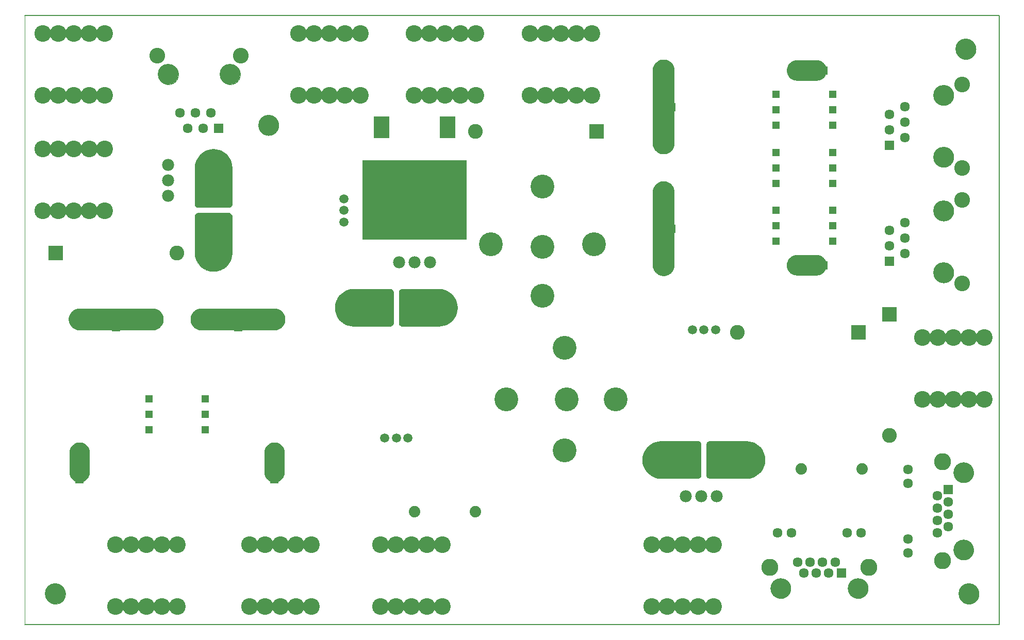
<source format=gts>
G75*
%MOIN*%
%OFA0B0*%
%FSLAX25Y25*%
%IPPOS*%
%LPD*%
%AMOC8*
5,1,8,0,0,1.08239X$1,22.5*
%
%ADD10C,0.00000*%
%ADD11C,0.00600*%
%ADD12R,0.06337X0.06337*%
%ADD13C,0.06337*%
%ADD14C,0.13195*%
%ADD15C,0.11030*%
%ADD16C,0.10794*%
%ADD17C,0.10144*%
%ADD18C,0.13392*%
%ADD19C,0.15400*%
%ADD20R,0.04762X0.04762*%
%ADD21R,0.09550X0.09550*%
%ADD22C,0.09550*%
%ADD23C,0.00500*%
%ADD24R,0.12211X0.04337*%
%ADD25C,0.05943*%
%ADD26R,0.04337X0.12211*%
%ADD27R,0.10243X0.14180*%
%ADD28R,0.33865X0.51581*%
%ADD29R,0.02900X0.05400*%
%ADD30R,0.05400X0.02900*%
%ADD31C,0.07400*%
%ADD32C,0.07800*%
%ADD33C,0.13400*%
D10*
X0001300Y0001300D02*
X0001300Y0395001D01*
X0087560Y0357009D02*
X0087562Y0357170D01*
X0087568Y0357330D01*
X0087578Y0357491D01*
X0087592Y0357651D01*
X0087610Y0357810D01*
X0087631Y0357970D01*
X0087657Y0358128D01*
X0087687Y0358286D01*
X0087720Y0358443D01*
X0087758Y0358600D01*
X0087799Y0358755D01*
X0087844Y0358909D01*
X0087893Y0359062D01*
X0087946Y0359214D01*
X0088002Y0359364D01*
X0088062Y0359513D01*
X0088126Y0359661D01*
X0088193Y0359807D01*
X0088264Y0359951D01*
X0088339Y0360093D01*
X0088417Y0360234D01*
X0088498Y0360372D01*
X0088583Y0360509D01*
X0088672Y0360643D01*
X0088763Y0360775D01*
X0088858Y0360905D01*
X0088956Y0361032D01*
X0089057Y0361157D01*
X0089161Y0361280D01*
X0089268Y0361399D01*
X0089378Y0361516D01*
X0089491Y0361631D01*
X0089607Y0361742D01*
X0089725Y0361851D01*
X0089846Y0361956D01*
X0089970Y0362059D01*
X0090096Y0362159D01*
X0090225Y0362255D01*
X0090356Y0362348D01*
X0090489Y0362438D01*
X0090624Y0362525D01*
X0090762Y0362608D01*
X0090901Y0362687D01*
X0091043Y0362764D01*
X0091186Y0362837D01*
X0091331Y0362906D01*
X0091478Y0362971D01*
X0091626Y0363033D01*
X0091776Y0363092D01*
X0091927Y0363146D01*
X0092079Y0363197D01*
X0092233Y0363244D01*
X0092388Y0363287D01*
X0092543Y0363326D01*
X0092700Y0363362D01*
X0092858Y0363394D01*
X0093016Y0363421D01*
X0093175Y0363445D01*
X0093334Y0363465D01*
X0093494Y0363481D01*
X0093655Y0363493D01*
X0093815Y0363501D01*
X0093976Y0363505D01*
X0094136Y0363505D01*
X0094297Y0363501D01*
X0094457Y0363493D01*
X0094618Y0363481D01*
X0094778Y0363465D01*
X0094937Y0363445D01*
X0095096Y0363421D01*
X0095254Y0363394D01*
X0095412Y0363362D01*
X0095569Y0363326D01*
X0095724Y0363287D01*
X0095879Y0363244D01*
X0096033Y0363197D01*
X0096185Y0363146D01*
X0096336Y0363092D01*
X0096486Y0363033D01*
X0096634Y0362971D01*
X0096781Y0362906D01*
X0096926Y0362837D01*
X0097069Y0362764D01*
X0097211Y0362687D01*
X0097350Y0362608D01*
X0097488Y0362525D01*
X0097623Y0362438D01*
X0097756Y0362348D01*
X0097887Y0362255D01*
X0098016Y0362159D01*
X0098142Y0362059D01*
X0098266Y0361956D01*
X0098387Y0361851D01*
X0098505Y0361742D01*
X0098621Y0361631D01*
X0098734Y0361516D01*
X0098844Y0361399D01*
X0098951Y0361280D01*
X0099055Y0361157D01*
X0099156Y0361032D01*
X0099254Y0360905D01*
X0099349Y0360775D01*
X0099440Y0360643D01*
X0099529Y0360509D01*
X0099614Y0360372D01*
X0099695Y0360234D01*
X0099773Y0360093D01*
X0099848Y0359951D01*
X0099919Y0359807D01*
X0099986Y0359661D01*
X0100050Y0359513D01*
X0100110Y0359364D01*
X0100166Y0359214D01*
X0100219Y0359062D01*
X0100268Y0358909D01*
X0100313Y0358755D01*
X0100354Y0358600D01*
X0100392Y0358443D01*
X0100425Y0358286D01*
X0100455Y0358128D01*
X0100481Y0357970D01*
X0100502Y0357810D01*
X0100520Y0357651D01*
X0100534Y0357491D01*
X0100544Y0357330D01*
X0100550Y0357170D01*
X0100552Y0357009D01*
X0100550Y0356848D01*
X0100544Y0356688D01*
X0100534Y0356527D01*
X0100520Y0356367D01*
X0100502Y0356208D01*
X0100481Y0356048D01*
X0100455Y0355890D01*
X0100425Y0355732D01*
X0100392Y0355575D01*
X0100354Y0355418D01*
X0100313Y0355263D01*
X0100268Y0355109D01*
X0100219Y0354956D01*
X0100166Y0354804D01*
X0100110Y0354654D01*
X0100050Y0354505D01*
X0099986Y0354357D01*
X0099919Y0354211D01*
X0099848Y0354067D01*
X0099773Y0353925D01*
X0099695Y0353784D01*
X0099614Y0353646D01*
X0099529Y0353509D01*
X0099440Y0353375D01*
X0099349Y0353243D01*
X0099254Y0353113D01*
X0099156Y0352986D01*
X0099055Y0352861D01*
X0098951Y0352738D01*
X0098844Y0352619D01*
X0098734Y0352502D01*
X0098621Y0352387D01*
X0098505Y0352276D01*
X0098387Y0352167D01*
X0098266Y0352062D01*
X0098142Y0351959D01*
X0098016Y0351859D01*
X0097887Y0351763D01*
X0097756Y0351670D01*
X0097623Y0351580D01*
X0097488Y0351493D01*
X0097350Y0351410D01*
X0097211Y0351331D01*
X0097069Y0351254D01*
X0096926Y0351181D01*
X0096781Y0351112D01*
X0096634Y0351047D01*
X0096486Y0350985D01*
X0096336Y0350926D01*
X0096185Y0350872D01*
X0096033Y0350821D01*
X0095879Y0350774D01*
X0095724Y0350731D01*
X0095569Y0350692D01*
X0095412Y0350656D01*
X0095254Y0350624D01*
X0095096Y0350597D01*
X0094937Y0350573D01*
X0094778Y0350553D01*
X0094618Y0350537D01*
X0094457Y0350525D01*
X0094297Y0350517D01*
X0094136Y0350513D01*
X0093976Y0350513D01*
X0093815Y0350517D01*
X0093655Y0350525D01*
X0093494Y0350537D01*
X0093334Y0350553D01*
X0093175Y0350573D01*
X0093016Y0350597D01*
X0092858Y0350624D01*
X0092700Y0350656D01*
X0092543Y0350692D01*
X0092388Y0350731D01*
X0092233Y0350774D01*
X0092079Y0350821D01*
X0091927Y0350872D01*
X0091776Y0350926D01*
X0091626Y0350985D01*
X0091478Y0351047D01*
X0091331Y0351112D01*
X0091186Y0351181D01*
X0091043Y0351254D01*
X0090901Y0351331D01*
X0090762Y0351410D01*
X0090624Y0351493D01*
X0090489Y0351580D01*
X0090356Y0351670D01*
X0090225Y0351763D01*
X0090096Y0351859D01*
X0089970Y0351959D01*
X0089846Y0352062D01*
X0089725Y0352167D01*
X0089607Y0352276D01*
X0089491Y0352387D01*
X0089378Y0352502D01*
X0089268Y0352619D01*
X0089161Y0352738D01*
X0089057Y0352861D01*
X0088956Y0352986D01*
X0088858Y0353113D01*
X0088763Y0353243D01*
X0088672Y0353375D01*
X0088583Y0353509D01*
X0088498Y0353646D01*
X0088417Y0353784D01*
X0088339Y0353925D01*
X0088264Y0354067D01*
X0088193Y0354211D01*
X0088126Y0354357D01*
X0088062Y0354505D01*
X0088002Y0354654D01*
X0087946Y0354804D01*
X0087893Y0354956D01*
X0087844Y0355109D01*
X0087799Y0355263D01*
X0087758Y0355418D01*
X0087720Y0355575D01*
X0087687Y0355732D01*
X0087657Y0355890D01*
X0087631Y0356048D01*
X0087610Y0356208D01*
X0087592Y0356367D01*
X0087578Y0356527D01*
X0087568Y0356688D01*
X0087562Y0356848D01*
X0087560Y0357009D01*
X0127560Y0357009D02*
X0127562Y0357170D01*
X0127568Y0357330D01*
X0127578Y0357491D01*
X0127592Y0357651D01*
X0127610Y0357810D01*
X0127631Y0357970D01*
X0127657Y0358128D01*
X0127687Y0358286D01*
X0127720Y0358443D01*
X0127758Y0358600D01*
X0127799Y0358755D01*
X0127844Y0358909D01*
X0127893Y0359062D01*
X0127946Y0359214D01*
X0128002Y0359364D01*
X0128062Y0359513D01*
X0128126Y0359661D01*
X0128193Y0359807D01*
X0128264Y0359951D01*
X0128339Y0360093D01*
X0128417Y0360234D01*
X0128498Y0360372D01*
X0128583Y0360509D01*
X0128672Y0360643D01*
X0128763Y0360775D01*
X0128858Y0360905D01*
X0128956Y0361032D01*
X0129057Y0361157D01*
X0129161Y0361280D01*
X0129268Y0361399D01*
X0129378Y0361516D01*
X0129491Y0361631D01*
X0129607Y0361742D01*
X0129725Y0361851D01*
X0129846Y0361956D01*
X0129970Y0362059D01*
X0130096Y0362159D01*
X0130225Y0362255D01*
X0130356Y0362348D01*
X0130489Y0362438D01*
X0130624Y0362525D01*
X0130762Y0362608D01*
X0130901Y0362687D01*
X0131043Y0362764D01*
X0131186Y0362837D01*
X0131331Y0362906D01*
X0131478Y0362971D01*
X0131626Y0363033D01*
X0131776Y0363092D01*
X0131927Y0363146D01*
X0132079Y0363197D01*
X0132233Y0363244D01*
X0132388Y0363287D01*
X0132543Y0363326D01*
X0132700Y0363362D01*
X0132858Y0363394D01*
X0133016Y0363421D01*
X0133175Y0363445D01*
X0133334Y0363465D01*
X0133494Y0363481D01*
X0133655Y0363493D01*
X0133815Y0363501D01*
X0133976Y0363505D01*
X0134136Y0363505D01*
X0134297Y0363501D01*
X0134457Y0363493D01*
X0134618Y0363481D01*
X0134778Y0363465D01*
X0134937Y0363445D01*
X0135096Y0363421D01*
X0135254Y0363394D01*
X0135412Y0363362D01*
X0135569Y0363326D01*
X0135724Y0363287D01*
X0135879Y0363244D01*
X0136033Y0363197D01*
X0136185Y0363146D01*
X0136336Y0363092D01*
X0136486Y0363033D01*
X0136634Y0362971D01*
X0136781Y0362906D01*
X0136926Y0362837D01*
X0137069Y0362764D01*
X0137211Y0362687D01*
X0137350Y0362608D01*
X0137488Y0362525D01*
X0137623Y0362438D01*
X0137756Y0362348D01*
X0137887Y0362255D01*
X0138016Y0362159D01*
X0138142Y0362059D01*
X0138266Y0361956D01*
X0138387Y0361851D01*
X0138505Y0361742D01*
X0138621Y0361631D01*
X0138734Y0361516D01*
X0138844Y0361399D01*
X0138951Y0361280D01*
X0139055Y0361157D01*
X0139156Y0361032D01*
X0139254Y0360905D01*
X0139349Y0360775D01*
X0139440Y0360643D01*
X0139529Y0360509D01*
X0139614Y0360372D01*
X0139695Y0360234D01*
X0139773Y0360093D01*
X0139848Y0359951D01*
X0139919Y0359807D01*
X0139986Y0359661D01*
X0140050Y0359513D01*
X0140110Y0359364D01*
X0140166Y0359214D01*
X0140219Y0359062D01*
X0140268Y0358909D01*
X0140313Y0358755D01*
X0140354Y0358600D01*
X0140392Y0358443D01*
X0140425Y0358286D01*
X0140455Y0358128D01*
X0140481Y0357970D01*
X0140502Y0357810D01*
X0140520Y0357651D01*
X0140534Y0357491D01*
X0140544Y0357330D01*
X0140550Y0357170D01*
X0140552Y0357009D01*
X0140550Y0356848D01*
X0140544Y0356688D01*
X0140534Y0356527D01*
X0140520Y0356367D01*
X0140502Y0356208D01*
X0140481Y0356048D01*
X0140455Y0355890D01*
X0140425Y0355732D01*
X0140392Y0355575D01*
X0140354Y0355418D01*
X0140313Y0355263D01*
X0140268Y0355109D01*
X0140219Y0354956D01*
X0140166Y0354804D01*
X0140110Y0354654D01*
X0140050Y0354505D01*
X0139986Y0354357D01*
X0139919Y0354211D01*
X0139848Y0354067D01*
X0139773Y0353925D01*
X0139695Y0353784D01*
X0139614Y0353646D01*
X0139529Y0353509D01*
X0139440Y0353375D01*
X0139349Y0353243D01*
X0139254Y0353113D01*
X0139156Y0352986D01*
X0139055Y0352861D01*
X0138951Y0352738D01*
X0138844Y0352619D01*
X0138734Y0352502D01*
X0138621Y0352387D01*
X0138505Y0352276D01*
X0138387Y0352167D01*
X0138266Y0352062D01*
X0138142Y0351959D01*
X0138016Y0351859D01*
X0137887Y0351763D01*
X0137756Y0351670D01*
X0137623Y0351580D01*
X0137488Y0351493D01*
X0137350Y0351410D01*
X0137211Y0351331D01*
X0137069Y0351254D01*
X0136926Y0351181D01*
X0136781Y0351112D01*
X0136634Y0351047D01*
X0136486Y0350985D01*
X0136336Y0350926D01*
X0136185Y0350872D01*
X0136033Y0350821D01*
X0135879Y0350774D01*
X0135724Y0350731D01*
X0135569Y0350692D01*
X0135412Y0350656D01*
X0135254Y0350624D01*
X0135096Y0350597D01*
X0134937Y0350573D01*
X0134778Y0350553D01*
X0134618Y0350537D01*
X0134457Y0350525D01*
X0134297Y0350517D01*
X0134136Y0350513D01*
X0133976Y0350513D01*
X0133815Y0350517D01*
X0133655Y0350525D01*
X0133494Y0350537D01*
X0133334Y0350553D01*
X0133175Y0350573D01*
X0133016Y0350597D01*
X0132858Y0350624D01*
X0132700Y0350656D01*
X0132543Y0350692D01*
X0132388Y0350731D01*
X0132233Y0350774D01*
X0132079Y0350821D01*
X0131927Y0350872D01*
X0131776Y0350926D01*
X0131626Y0350985D01*
X0131478Y0351047D01*
X0131331Y0351112D01*
X0131186Y0351181D01*
X0131043Y0351254D01*
X0130901Y0351331D01*
X0130762Y0351410D01*
X0130624Y0351493D01*
X0130489Y0351580D01*
X0130356Y0351670D01*
X0130225Y0351763D01*
X0130096Y0351859D01*
X0129970Y0351959D01*
X0129846Y0352062D01*
X0129725Y0352167D01*
X0129607Y0352276D01*
X0129491Y0352387D01*
X0129378Y0352502D01*
X0129268Y0352619D01*
X0129161Y0352738D01*
X0129057Y0352861D01*
X0128956Y0352986D01*
X0128858Y0353113D01*
X0128763Y0353243D01*
X0128672Y0353375D01*
X0128583Y0353509D01*
X0128498Y0353646D01*
X0128417Y0353784D01*
X0128339Y0353925D01*
X0128264Y0354067D01*
X0128193Y0354211D01*
X0128126Y0354357D01*
X0128062Y0354505D01*
X0128002Y0354654D01*
X0127946Y0354804D01*
X0127893Y0354956D01*
X0127844Y0355109D01*
X0127799Y0355263D01*
X0127758Y0355418D01*
X0127720Y0355575D01*
X0127687Y0355732D01*
X0127657Y0355890D01*
X0127631Y0356048D01*
X0127610Y0356208D01*
X0127592Y0356367D01*
X0127578Y0356527D01*
X0127568Y0356688D01*
X0127562Y0356848D01*
X0127560Y0357009D01*
X0152280Y0324135D02*
X0152282Y0324296D01*
X0152288Y0324456D01*
X0152298Y0324617D01*
X0152312Y0324777D01*
X0152330Y0324937D01*
X0152351Y0325096D01*
X0152377Y0325255D01*
X0152407Y0325413D01*
X0152440Y0325570D01*
X0152478Y0325727D01*
X0152519Y0325882D01*
X0152564Y0326036D01*
X0152613Y0326189D01*
X0152666Y0326341D01*
X0152722Y0326492D01*
X0152783Y0326641D01*
X0152846Y0326789D01*
X0152914Y0326935D01*
X0152985Y0327079D01*
X0153059Y0327221D01*
X0153137Y0327362D01*
X0153219Y0327500D01*
X0153304Y0327637D01*
X0153392Y0327771D01*
X0153484Y0327903D01*
X0153579Y0328033D01*
X0153677Y0328161D01*
X0153778Y0328286D01*
X0153882Y0328408D01*
X0153989Y0328528D01*
X0154099Y0328645D01*
X0154212Y0328760D01*
X0154328Y0328871D01*
X0154447Y0328980D01*
X0154568Y0329085D01*
X0154692Y0329188D01*
X0154818Y0329288D01*
X0154946Y0329384D01*
X0155077Y0329477D01*
X0155211Y0329567D01*
X0155346Y0329654D01*
X0155484Y0329737D01*
X0155623Y0329817D01*
X0155765Y0329893D01*
X0155908Y0329966D01*
X0156053Y0330035D01*
X0156200Y0330101D01*
X0156348Y0330163D01*
X0156498Y0330221D01*
X0156649Y0330276D01*
X0156802Y0330327D01*
X0156956Y0330374D01*
X0157111Y0330417D01*
X0157267Y0330456D01*
X0157423Y0330492D01*
X0157581Y0330523D01*
X0157739Y0330551D01*
X0157898Y0330575D01*
X0158058Y0330595D01*
X0158218Y0330611D01*
X0158378Y0330623D01*
X0158539Y0330631D01*
X0158700Y0330635D01*
X0158860Y0330635D01*
X0159021Y0330631D01*
X0159182Y0330623D01*
X0159342Y0330611D01*
X0159502Y0330595D01*
X0159662Y0330575D01*
X0159821Y0330551D01*
X0159979Y0330523D01*
X0160137Y0330492D01*
X0160293Y0330456D01*
X0160449Y0330417D01*
X0160604Y0330374D01*
X0160758Y0330327D01*
X0160911Y0330276D01*
X0161062Y0330221D01*
X0161212Y0330163D01*
X0161360Y0330101D01*
X0161507Y0330035D01*
X0161652Y0329966D01*
X0161795Y0329893D01*
X0161937Y0329817D01*
X0162076Y0329737D01*
X0162214Y0329654D01*
X0162349Y0329567D01*
X0162483Y0329477D01*
X0162614Y0329384D01*
X0162742Y0329288D01*
X0162868Y0329188D01*
X0162992Y0329085D01*
X0163113Y0328980D01*
X0163232Y0328871D01*
X0163348Y0328760D01*
X0163461Y0328645D01*
X0163571Y0328528D01*
X0163678Y0328408D01*
X0163782Y0328286D01*
X0163883Y0328161D01*
X0163981Y0328033D01*
X0164076Y0327903D01*
X0164168Y0327771D01*
X0164256Y0327637D01*
X0164341Y0327500D01*
X0164423Y0327362D01*
X0164501Y0327221D01*
X0164575Y0327079D01*
X0164646Y0326935D01*
X0164714Y0326789D01*
X0164777Y0326641D01*
X0164838Y0326492D01*
X0164894Y0326341D01*
X0164947Y0326189D01*
X0164996Y0326036D01*
X0165041Y0325882D01*
X0165082Y0325727D01*
X0165120Y0325570D01*
X0165153Y0325413D01*
X0165183Y0325255D01*
X0165209Y0325096D01*
X0165230Y0324937D01*
X0165248Y0324777D01*
X0165262Y0324617D01*
X0165272Y0324456D01*
X0165278Y0324296D01*
X0165280Y0324135D01*
X0165278Y0323974D01*
X0165272Y0323814D01*
X0165262Y0323653D01*
X0165248Y0323493D01*
X0165230Y0323333D01*
X0165209Y0323174D01*
X0165183Y0323015D01*
X0165153Y0322857D01*
X0165120Y0322700D01*
X0165082Y0322543D01*
X0165041Y0322388D01*
X0164996Y0322234D01*
X0164947Y0322081D01*
X0164894Y0321929D01*
X0164838Y0321778D01*
X0164777Y0321629D01*
X0164714Y0321481D01*
X0164646Y0321335D01*
X0164575Y0321191D01*
X0164501Y0321049D01*
X0164423Y0320908D01*
X0164341Y0320770D01*
X0164256Y0320633D01*
X0164168Y0320499D01*
X0164076Y0320367D01*
X0163981Y0320237D01*
X0163883Y0320109D01*
X0163782Y0319984D01*
X0163678Y0319862D01*
X0163571Y0319742D01*
X0163461Y0319625D01*
X0163348Y0319510D01*
X0163232Y0319399D01*
X0163113Y0319290D01*
X0162992Y0319185D01*
X0162868Y0319082D01*
X0162742Y0318982D01*
X0162614Y0318886D01*
X0162483Y0318793D01*
X0162349Y0318703D01*
X0162214Y0318616D01*
X0162076Y0318533D01*
X0161937Y0318453D01*
X0161795Y0318377D01*
X0161652Y0318304D01*
X0161507Y0318235D01*
X0161360Y0318169D01*
X0161212Y0318107D01*
X0161062Y0318049D01*
X0160911Y0317994D01*
X0160758Y0317943D01*
X0160604Y0317896D01*
X0160449Y0317853D01*
X0160293Y0317814D01*
X0160137Y0317778D01*
X0159979Y0317747D01*
X0159821Y0317719D01*
X0159662Y0317695D01*
X0159502Y0317675D01*
X0159342Y0317659D01*
X0159182Y0317647D01*
X0159021Y0317639D01*
X0158860Y0317635D01*
X0158700Y0317635D01*
X0158539Y0317639D01*
X0158378Y0317647D01*
X0158218Y0317659D01*
X0158058Y0317675D01*
X0157898Y0317695D01*
X0157739Y0317719D01*
X0157581Y0317747D01*
X0157423Y0317778D01*
X0157267Y0317814D01*
X0157111Y0317853D01*
X0156956Y0317896D01*
X0156802Y0317943D01*
X0156649Y0317994D01*
X0156498Y0318049D01*
X0156348Y0318107D01*
X0156200Y0318169D01*
X0156053Y0318235D01*
X0155908Y0318304D01*
X0155765Y0318377D01*
X0155623Y0318453D01*
X0155484Y0318533D01*
X0155346Y0318616D01*
X0155211Y0318703D01*
X0155077Y0318793D01*
X0154946Y0318886D01*
X0154818Y0318982D01*
X0154692Y0319082D01*
X0154568Y0319185D01*
X0154447Y0319290D01*
X0154328Y0319399D01*
X0154212Y0319510D01*
X0154099Y0319625D01*
X0153989Y0319742D01*
X0153882Y0319862D01*
X0153778Y0319984D01*
X0153677Y0320109D01*
X0153579Y0320237D01*
X0153484Y0320367D01*
X0153392Y0320499D01*
X0153304Y0320633D01*
X0153219Y0320770D01*
X0153137Y0320908D01*
X0153059Y0321049D01*
X0152985Y0321191D01*
X0152914Y0321335D01*
X0152846Y0321481D01*
X0152783Y0321629D01*
X0152722Y0321778D01*
X0152666Y0321929D01*
X0152613Y0322081D01*
X0152564Y0322234D01*
X0152519Y0322388D01*
X0152478Y0322543D01*
X0152440Y0322700D01*
X0152407Y0322857D01*
X0152377Y0323015D01*
X0152351Y0323174D01*
X0152330Y0323333D01*
X0152312Y0323493D01*
X0152298Y0323653D01*
X0152288Y0323814D01*
X0152282Y0323974D01*
X0152280Y0324135D01*
X0588702Y0343583D02*
X0588704Y0343744D01*
X0588710Y0343904D01*
X0588720Y0344065D01*
X0588734Y0344225D01*
X0588752Y0344384D01*
X0588773Y0344544D01*
X0588799Y0344702D01*
X0588829Y0344860D01*
X0588862Y0345017D01*
X0588900Y0345174D01*
X0588941Y0345329D01*
X0588986Y0345483D01*
X0589035Y0345636D01*
X0589088Y0345788D01*
X0589144Y0345938D01*
X0589204Y0346087D01*
X0589268Y0346235D01*
X0589335Y0346381D01*
X0589406Y0346525D01*
X0589481Y0346667D01*
X0589559Y0346808D01*
X0589640Y0346946D01*
X0589725Y0347083D01*
X0589814Y0347217D01*
X0589905Y0347349D01*
X0590000Y0347479D01*
X0590098Y0347606D01*
X0590199Y0347731D01*
X0590303Y0347854D01*
X0590410Y0347973D01*
X0590520Y0348090D01*
X0590633Y0348205D01*
X0590749Y0348316D01*
X0590867Y0348425D01*
X0590988Y0348530D01*
X0591112Y0348633D01*
X0591238Y0348733D01*
X0591367Y0348829D01*
X0591498Y0348922D01*
X0591631Y0349012D01*
X0591766Y0349099D01*
X0591904Y0349182D01*
X0592043Y0349261D01*
X0592185Y0349338D01*
X0592328Y0349411D01*
X0592473Y0349480D01*
X0592620Y0349545D01*
X0592768Y0349607D01*
X0592918Y0349666D01*
X0593069Y0349720D01*
X0593221Y0349771D01*
X0593375Y0349818D01*
X0593530Y0349861D01*
X0593685Y0349900D01*
X0593842Y0349936D01*
X0594000Y0349968D01*
X0594158Y0349995D01*
X0594317Y0350019D01*
X0594476Y0350039D01*
X0594636Y0350055D01*
X0594797Y0350067D01*
X0594957Y0350075D01*
X0595118Y0350079D01*
X0595278Y0350079D01*
X0595439Y0350075D01*
X0595599Y0350067D01*
X0595760Y0350055D01*
X0595920Y0350039D01*
X0596079Y0350019D01*
X0596238Y0349995D01*
X0596396Y0349968D01*
X0596554Y0349936D01*
X0596711Y0349900D01*
X0596866Y0349861D01*
X0597021Y0349818D01*
X0597175Y0349771D01*
X0597327Y0349720D01*
X0597478Y0349666D01*
X0597628Y0349607D01*
X0597776Y0349545D01*
X0597923Y0349480D01*
X0598068Y0349411D01*
X0598211Y0349338D01*
X0598353Y0349261D01*
X0598492Y0349182D01*
X0598630Y0349099D01*
X0598765Y0349012D01*
X0598898Y0348922D01*
X0599029Y0348829D01*
X0599158Y0348733D01*
X0599284Y0348633D01*
X0599408Y0348530D01*
X0599529Y0348425D01*
X0599647Y0348316D01*
X0599763Y0348205D01*
X0599876Y0348090D01*
X0599986Y0347973D01*
X0600093Y0347854D01*
X0600197Y0347731D01*
X0600298Y0347606D01*
X0600396Y0347479D01*
X0600491Y0347349D01*
X0600582Y0347217D01*
X0600671Y0347083D01*
X0600756Y0346946D01*
X0600837Y0346808D01*
X0600915Y0346667D01*
X0600990Y0346525D01*
X0601061Y0346381D01*
X0601128Y0346235D01*
X0601192Y0346087D01*
X0601252Y0345938D01*
X0601308Y0345788D01*
X0601361Y0345636D01*
X0601410Y0345483D01*
X0601455Y0345329D01*
X0601496Y0345174D01*
X0601534Y0345017D01*
X0601567Y0344860D01*
X0601597Y0344702D01*
X0601623Y0344544D01*
X0601644Y0344384D01*
X0601662Y0344225D01*
X0601676Y0344065D01*
X0601686Y0343904D01*
X0601692Y0343744D01*
X0601694Y0343583D01*
X0601692Y0343422D01*
X0601686Y0343262D01*
X0601676Y0343101D01*
X0601662Y0342941D01*
X0601644Y0342782D01*
X0601623Y0342622D01*
X0601597Y0342464D01*
X0601567Y0342306D01*
X0601534Y0342149D01*
X0601496Y0341992D01*
X0601455Y0341837D01*
X0601410Y0341683D01*
X0601361Y0341530D01*
X0601308Y0341378D01*
X0601252Y0341228D01*
X0601192Y0341079D01*
X0601128Y0340931D01*
X0601061Y0340785D01*
X0600990Y0340641D01*
X0600915Y0340499D01*
X0600837Y0340358D01*
X0600756Y0340220D01*
X0600671Y0340083D01*
X0600582Y0339949D01*
X0600491Y0339817D01*
X0600396Y0339687D01*
X0600298Y0339560D01*
X0600197Y0339435D01*
X0600093Y0339312D01*
X0599986Y0339193D01*
X0599876Y0339076D01*
X0599763Y0338961D01*
X0599647Y0338850D01*
X0599529Y0338741D01*
X0599408Y0338636D01*
X0599284Y0338533D01*
X0599158Y0338433D01*
X0599029Y0338337D01*
X0598898Y0338244D01*
X0598765Y0338154D01*
X0598630Y0338067D01*
X0598492Y0337984D01*
X0598353Y0337905D01*
X0598211Y0337828D01*
X0598068Y0337755D01*
X0597923Y0337686D01*
X0597776Y0337621D01*
X0597628Y0337559D01*
X0597478Y0337500D01*
X0597327Y0337446D01*
X0597175Y0337395D01*
X0597021Y0337348D01*
X0596866Y0337305D01*
X0596711Y0337266D01*
X0596554Y0337230D01*
X0596396Y0337198D01*
X0596238Y0337171D01*
X0596079Y0337147D01*
X0595920Y0337127D01*
X0595760Y0337111D01*
X0595599Y0337099D01*
X0595439Y0337091D01*
X0595278Y0337087D01*
X0595118Y0337087D01*
X0594957Y0337091D01*
X0594797Y0337099D01*
X0594636Y0337111D01*
X0594476Y0337127D01*
X0594317Y0337147D01*
X0594158Y0337171D01*
X0594000Y0337198D01*
X0593842Y0337230D01*
X0593685Y0337266D01*
X0593530Y0337305D01*
X0593375Y0337348D01*
X0593221Y0337395D01*
X0593069Y0337446D01*
X0592918Y0337500D01*
X0592768Y0337559D01*
X0592620Y0337621D01*
X0592473Y0337686D01*
X0592328Y0337755D01*
X0592185Y0337828D01*
X0592043Y0337905D01*
X0591904Y0337984D01*
X0591766Y0338067D01*
X0591631Y0338154D01*
X0591498Y0338244D01*
X0591367Y0338337D01*
X0591238Y0338433D01*
X0591112Y0338533D01*
X0590988Y0338636D01*
X0590867Y0338741D01*
X0590749Y0338850D01*
X0590633Y0338961D01*
X0590520Y0339076D01*
X0590410Y0339193D01*
X0590303Y0339312D01*
X0590199Y0339435D01*
X0590098Y0339560D01*
X0590000Y0339687D01*
X0589905Y0339817D01*
X0589814Y0339949D01*
X0589725Y0340083D01*
X0589640Y0340220D01*
X0589559Y0340358D01*
X0589481Y0340499D01*
X0589406Y0340641D01*
X0589335Y0340785D01*
X0589268Y0340931D01*
X0589204Y0341079D01*
X0589144Y0341228D01*
X0589088Y0341378D01*
X0589035Y0341530D01*
X0588986Y0341683D01*
X0588941Y0341837D01*
X0588900Y0341992D01*
X0588862Y0342149D01*
X0588829Y0342306D01*
X0588799Y0342464D01*
X0588773Y0342622D01*
X0588752Y0342782D01*
X0588734Y0342941D01*
X0588720Y0343101D01*
X0588710Y0343262D01*
X0588704Y0343422D01*
X0588702Y0343583D01*
X0603068Y0373347D02*
X0603070Y0373508D01*
X0603076Y0373668D01*
X0603086Y0373829D01*
X0603100Y0373989D01*
X0603118Y0374149D01*
X0603139Y0374308D01*
X0603165Y0374467D01*
X0603195Y0374625D01*
X0603228Y0374782D01*
X0603266Y0374939D01*
X0603307Y0375094D01*
X0603352Y0375248D01*
X0603401Y0375401D01*
X0603454Y0375553D01*
X0603510Y0375704D01*
X0603571Y0375853D01*
X0603634Y0376001D01*
X0603702Y0376147D01*
X0603773Y0376291D01*
X0603847Y0376433D01*
X0603925Y0376574D01*
X0604007Y0376712D01*
X0604092Y0376849D01*
X0604180Y0376983D01*
X0604272Y0377115D01*
X0604367Y0377245D01*
X0604465Y0377373D01*
X0604566Y0377498D01*
X0604670Y0377620D01*
X0604777Y0377740D01*
X0604887Y0377857D01*
X0605000Y0377972D01*
X0605116Y0378083D01*
X0605235Y0378192D01*
X0605356Y0378297D01*
X0605480Y0378400D01*
X0605606Y0378500D01*
X0605734Y0378596D01*
X0605865Y0378689D01*
X0605999Y0378779D01*
X0606134Y0378866D01*
X0606272Y0378949D01*
X0606411Y0379029D01*
X0606553Y0379105D01*
X0606696Y0379178D01*
X0606841Y0379247D01*
X0606988Y0379313D01*
X0607136Y0379375D01*
X0607286Y0379433D01*
X0607437Y0379488D01*
X0607590Y0379539D01*
X0607744Y0379586D01*
X0607899Y0379629D01*
X0608055Y0379668D01*
X0608211Y0379704D01*
X0608369Y0379735D01*
X0608527Y0379763D01*
X0608686Y0379787D01*
X0608846Y0379807D01*
X0609006Y0379823D01*
X0609166Y0379835D01*
X0609327Y0379843D01*
X0609488Y0379847D01*
X0609648Y0379847D01*
X0609809Y0379843D01*
X0609970Y0379835D01*
X0610130Y0379823D01*
X0610290Y0379807D01*
X0610450Y0379787D01*
X0610609Y0379763D01*
X0610767Y0379735D01*
X0610925Y0379704D01*
X0611081Y0379668D01*
X0611237Y0379629D01*
X0611392Y0379586D01*
X0611546Y0379539D01*
X0611699Y0379488D01*
X0611850Y0379433D01*
X0612000Y0379375D01*
X0612148Y0379313D01*
X0612295Y0379247D01*
X0612440Y0379178D01*
X0612583Y0379105D01*
X0612725Y0379029D01*
X0612864Y0378949D01*
X0613002Y0378866D01*
X0613137Y0378779D01*
X0613271Y0378689D01*
X0613402Y0378596D01*
X0613530Y0378500D01*
X0613656Y0378400D01*
X0613780Y0378297D01*
X0613901Y0378192D01*
X0614020Y0378083D01*
X0614136Y0377972D01*
X0614249Y0377857D01*
X0614359Y0377740D01*
X0614466Y0377620D01*
X0614570Y0377498D01*
X0614671Y0377373D01*
X0614769Y0377245D01*
X0614864Y0377115D01*
X0614956Y0376983D01*
X0615044Y0376849D01*
X0615129Y0376712D01*
X0615211Y0376574D01*
X0615289Y0376433D01*
X0615363Y0376291D01*
X0615434Y0376147D01*
X0615502Y0376001D01*
X0615565Y0375853D01*
X0615626Y0375704D01*
X0615682Y0375553D01*
X0615735Y0375401D01*
X0615784Y0375248D01*
X0615829Y0375094D01*
X0615870Y0374939D01*
X0615908Y0374782D01*
X0615941Y0374625D01*
X0615971Y0374467D01*
X0615997Y0374308D01*
X0616018Y0374149D01*
X0616036Y0373989D01*
X0616050Y0373829D01*
X0616060Y0373668D01*
X0616066Y0373508D01*
X0616068Y0373347D01*
X0616066Y0373186D01*
X0616060Y0373026D01*
X0616050Y0372865D01*
X0616036Y0372705D01*
X0616018Y0372545D01*
X0615997Y0372386D01*
X0615971Y0372227D01*
X0615941Y0372069D01*
X0615908Y0371912D01*
X0615870Y0371755D01*
X0615829Y0371600D01*
X0615784Y0371446D01*
X0615735Y0371293D01*
X0615682Y0371141D01*
X0615626Y0370990D01*
X0615565Y0370841D01*
X0615502Y0370693D01*
X0615434Y0370547D01*
X0615363Y0370403D01*
X0615289Y0370261D01*
X0615211Y0370120D01*
X0615129Y0369982D01*
X0615044Y0369845D01*
X0614956Y0369711D01*
X0614864Y0369579D01*
X0614769Y0369449D01*
X0614671Y0369321D01*
X0614570Y0369196D01*
X0614466Y0369074D01*
X0614359Y0368954D01*
X0614249Y0368837D01*
X0614136Y0368722D01*
X0614020Y0368611D01*
X0613901Y0368502D01*
X0613780Y0368397D01*
X0613656Y0368294D01*
X0613530Y0368194D01*
X0613402Y0368098D01*
X0613271Y0368005D01*
X0613137Y0367915D01*
X0613002Y0367828D01*
X0612864Y0367745D01*
X0612725Y0367665D01*
X0612583Y0367589D01*
X0612440Y0367516D01*
X0612295Y0367447D01*
X0612148Y0367381D01*
X0612000Y0367319D01*
X0611850Y0367261D01*
X0611699Y0367206D01*
X0611546Y0367155D01*
X0611392Y0367108D01*
X0611237Y0367065D01*
X0611081Y0367026D01*
X0610925Y0366990D01*
X0610767Y0366959D01*
X0610609Y0366931D01*
X0610450Y0366907D01*
X0610290Y0366887D01*
X0610130Y0366871D01*
X0609970Y0366859D01*
X0609809Y0366851D01*
X0609648Y0366847D01*
X0609488Y0366847D01*
X0609327Y0366851D01*
X0609166Y0366859D01*
X0609006Y0366871D01*
X0608846Y0366887D01*
X0608686Y0366907D01*
X0608527Y0366931D01*
X0608369Y0366959D01*
X0608211Y0366990D01*
X0608055Y0367026D01*
X0607899Y0367065D01*
X0607744Y0367108D01*
X0607590Y0367155D01*
X0607437Y0367206D01*
X0607286Y0367261D01*
X0607136Y0367319D01*
X0606988Y0367381D01*
X0606841Y0367447D01*
X0606696Y0367516D01*
X0606553Y0367589D01*
X0606411Y0367665D01*
X0606272Y0367745D01*
X0606134Y0367828D01*
X0605999Y0367915D01*
X0605865Y0368005D01*
X0605734Y0368098D01*
X0605606Y0368194D01*
X0605480Y0368294D01*
X0605356Y0368397D01*
X0605235Y0368502D01*
X0605116Y0368611D01*
X0605000Y0368722D01*
X0604887Y0368837D01*
X0604777Y0368954D01*
X0604670Y0369074D01*
X0604566Y0369196D01*
X0604465Y0369321D01*
X0604367Y0369449D01*
X0604272Y0369579D01*
X0604180Y0369711D01*
X0604092Y0369845D01*
X0604007Y0369982D01*
X0603925Y0370120D01*
X0603847Y0370261D01*
X0603773Y0370403D01*
X0603702Y0370547D01*
X0603634Y0370693D01*
X0603571Y0370841D01*
X0603510Y0370990D01*
X0603454Y0371141D01*
X0603401Y0371293D01*
X0603352Y0371446D01*
X0603307Y0371600D01*
X0603266Y0371755D01*
X0603228Y0371912D01*
X0603195Y0372069D01*
X0603165Y0372227D01*
X0603139Y0372386D01*
X0603118Y0372545D01*
X0603100Y0372705D01*
X0603086Y0372865D01*
X0603076Y0373026D01*
X0603070Y0373186D01*
X0603068Y0373347D01*
X0588702Y0303583D02*
X0588704Y0303744D01*
X0588710Y0303904D01*
X0588720Y0304065D01*
X0588734Y0304225D01*
X0588752Y0304384D01*
X0588773Y0304544D01*
X0588799Y0304702D01*
X0588829Y0304860D01*
X0588862Y0305017D01*
X0588900Y0305174D01*
X0588941Y0305329D01*
X0588986Y0305483D01*
X0589035Y0305636D01*
X0589088Y0305788D01*
X0589144Y0305938D01*
X0589204Y0306087D01*
X0589268Y0306235D01*
X0589335Y0306381D01*
X0589406Y0306525D01*
X0589481Y0306667D01*
X0589559Y0306808D01*
X0589640Y0306946D01*
X0589725Y0307083D01*
X0589814Y0307217D01*
X0589905Y0307349D01*
X0590000Y0307479D01*
X0590098Y0307606D01*
X0590199Y0307731D01*
X0590303Y0307854D01*
X0590410Y0307973D01*
X0590520Y0308090D01*
X0590633Y0308205D01*
X0590749Y0308316D01*
X0590867Y0308425D01*
X0590988Y0308530D01*
X0591112Y0308633D01*
X0591238Y0308733D01*
X0591367Y0308829D01*
X0591498Y0308922D01*
X0591631Y0309012D01*
X0591766Y0309099D01*
X0591904Y0309182D01*
X0592043Y0309261D01*
X0592185Y0309338D01*
X0592328Y0309411D01*
X0592473Y0309480D01*
X0592620Y0309545D01*
X0592768Y0309607D01*
X0592918Y0309666D01*
X0593069Y0309720D01*
X0593221Y0309771D01*
X0593375Y0309818D01*
X0593530Y0309861D01*
X0593685Y0309900D01*
X0593842Y0309936D01*
X0594000Y0309968D01*
X0594158Y0309995D01*
X0594317Y0310019D01*
X0594476Y0310039D01*
X0594636Y0310055D01*
X0594797Y0310067D01*
X0594957Y0310075D01*
X0595118Y0310079D01*
X0595278Y0310079D01*
X0595439Y0310075D01*
X0595599Y0310067D01*
X0595760Y0310055D01*
X0595920Y0310039D01*
X0596079Y0310019D01*
X0596238Y0309995D01*
X0596396Y0309968D01*
X0596554Y0309936D01*
X0596711Y0309900D01*
X0596866Y0309861D01*
X0597021Y0309818D01*
X0597175Y0309771D01*
X0597327Y0309720D01*
X0597478Y0309666D01*
X0597628Y0309607D01*
X0597776Y0309545D01*
X0597923Y0309480D01*
X0598068Y0309411D01*
X0598211Y0309338D01*
X0598353Y0309261D01*
X0598492Y0309182D01*
X0598630Y0309099D01*
X0598765Y0309012D01*
X0598898Y0308922D01*
X0599029Y0308829D01*
X0599158Y0308733D01*
X0599284Y0308633D01*
X0599408Y0308530D01*
X0599529Y0308425D01*
X0599647Y0308316D01*
X0599763Y0308205D01*
X0599876Y0308090D01*
X0599986Y0307973D01*
X0600093Y0307854D01*
X0600197Y0307731D01*
X0600298Y0307606D01*
X0600396Y0307479D01*
X0600491Y0307349D01*
X0600582Y0307217D01*
X0600671Y0307083D01*
X0600756Y0306946D01*
X0600837Y0306808D01*
X0600915Y0306667D01*
X0600990Y0306525D01*
X0601061Y0306381D01*
X0601128Y0306235D01*
X0601192Y0306087D01*
X0601252Y0305938D01*
X0601308Y0305788D01*
X0601361Y0305636D01*
X0601410Y0305483D01*
X0601455Y0305329D01*
X0601496Y0305174D01*
X0601534Y0305017D01*
X0601567Y0304860D01*
X0601597Y0304702D01*
X0601623Y0304544D01*
X0601644Y0304384D01*
X0601662Y0304225D01*
X0601676Y0304065D01*
X0601686Y0303904D01*
X0601692Y0303744D01*
X0601694Y0303583D01*
X0601692Y0303422D01*
X0601686Y0303262D01*
X0601676Y0303101D01*
X0601662Y0302941D01*
X0601644Y0302782D01*
X0601623Y0302622D01*
X0601597Y0302464D01*
X0601567Y0302306D01*
X0601534Y0302149D01*
X0601496Y0301992D01*
X0601455Y0301837D01*
X0601410Y0301683D01*
X0601361Y0301530D01*
X0601308Y0301378D01*
X0601252Y0301228D01*
X0601192Y0301079D01*
X0601128Y0300931D01*
X0601061Y0300785D01*
X0600990Y0300641D01*
X0600915Y0300499D01*
X0600837Y0300358D01*
X0600756Y0300220D01*
X0600671Y0300083D01*
X0600582Y0299949D01*
X0600491Y0299817D01*
X0600396Y0299687D01*
X0600298Y0299560D01*
X0600197Y0299435D01*
X0600093Y0299312D01*
X0599986Y0299193D01*
X0599876Y0299076D01*
X0599763Y0298961D01*
X0599647Y0298850D01*
X0599529Y0298741D01*
X0599408Y0298636D01*
X0599284Y0298533D01*
X0599158Y0298433D01*
X0599029Y0298337D01*
X0598898Y0298244D01*
X0598765Y0298154D01*
X0598630Y0298067D01*
X0598492Y0297984D01*
X0598353Y0297905D01*
X0598211Y0297828D01*
X0598068Y0297755D01*
X0597923Y0297686D01*
X0597776Y0297621D01*
X0597628Y0297559D01*
X0597478Y0297500D01*
X0597327Y0297446D01*
X0597175Y0297395D01*
X0597021Y0297348D01*
X0596866Y0297305D01*
X0596711Y0297266D01*
X0596554Y0297230D01*
X0596396Y0297198D01*
X0596238Y0297171D01*
X0596079Y0297147D01*
X0595920Y0297127D01*
X0595760Y0297111D01*
X0595599Y0297099D01*
X0595439Y0297091D01*
X0595278Y0297087D01*
X0595118Y0297087D01*
X0594957Y0297091D01*
X0594797Y0297099D01*
X0594636Y0297111D01*
X0594476Y0297127D01*
X0594317Y0297147D01*
X0594158Y0297171D01*
X0594000Y0297198D01*
X0593842Y0297230D01*
X0593685Y0297266D01*
X0593530Y0297305D01*
X0593375Y0297348D01*
X0593221Y0297395D01*
X0593069Y0297446D01*
X0592918Y0297500D01*
X0592768Y0297559D01*
X0592620Y0297621D01*
X0592473Y0297686D01*
X0592328Y0297755D01*
X0592185Y0297828D01*
X0592043Y0297905D01*
X0591904Y0297984D01*
X0591766Y0298067D01*
X0591631Y0298154D01*
X0591498Y0298244D01*
X0591367Y0298337D01*
X0591238Y0298433D01*
X0591112Y0298533D01*
X0590988Y0298636D01*
X0590867Y0298741D01*
X0590749Y0298850D01*
X0590633Y0298961D01*
X0590520Y0299076D01*
X0590410Y0299193D01*
X0590303Y0299312D01*
X0590199Y0299435D01*
X0590098Y0299560D01*
X0590000Y0299687D01*
X0589905Y0299817D01*
X0589814Y0299949D01*
X0589725Y0300083D01*
X0589640Y0300220D01*
X0589559Y0300358D01*
X0589481Y0300499D01*
X0589406Y0300641D01*
X0589335Y0300785D01*
X0589268Y0300931D01*
X0589204Y0301079D01*
X0589144Y0301228D01*
X0589088Y0301378D01*
X0589035Y0301530D01*
X0588986Y0301683D01*
X0588941Y0301837D01*
X0588900Y0301992D01*
X0588862Y0302149D01*
X0588829Y0302306D01*
X0588799Y0302464D01*
X0588773Y0302622D01*
X0588752Y0302782D01*
X0588734Y0302941D01*
X0588720Y0303101D01*
X0588710Y0303262D01*
X0588704Y0303422D01*
X0588702Y0303583D01*
X0588702Y0268780D02*
X0588704Y0268941D01*
X0588710Y0269101D01*
X0588720Y0269262D01*
X0588734Y0269422D01*
X0588752Y0269581D01*
X0588773Y0269741D01*
X0588799Y0269899D01*
X0588829Y0270057D01*
X0588862Y0270214D01*
X0588900Y0270371D01*
X0588941Y0270526D01*
X0588986Y0270680D01*
X0589035Y0270833D01*
X0589088Y0270985D01*
X0589144Y0271135D01*
X0589204Y0271284D01*
X0589268Y0271432D01*
X0589335Y0271578D01*
X0589406Y0271722D01*
X0589481Y0271864D01*
X0589559Y0272005D01*
X0589640Y0272143D01*
X0589725Y0272280D01*
X0589814Y0272414D01*
X0589905Y0272546D01*
X0590000Y0272676D01*
X0590098Y0272803D01*
X0590199Y0272928D01*
X0590303Y0273051D01*
X0590410Y0273170D01*
X0590520Y0273287D01*
X0590633Y0273402D01*
X0590749Y0273513D01*
X0590867Y0273622D01*
X0590988Y0273727D01*
X0591112Y0273830D01*
X0591238Y0273930D01*
X0591367Y0274026D01*
X0591498Y0274119D01*
X0591631Y0274209D01*
X0591766Y0274296D01*
X0591904Y0274379D01*
X0592043Y0274458D01*
X0592185Y0274535D01*
X0592328Y0274608D01*
X0592473Y0274677D01*
X0592620Y0274742D01*
X0592768Y0274804D01*
X0592918Y0274863D01*
X0593069Y0274917D01*
X0593221Y0274968D01*
X0593375Y0275015D01*
X0593530Y0275058D01*
X0593685Y0275097D01*
X0593842Y0275133D01*
X0594000Y0275165D01*
X0594158Y0275192D01*
X0594317Y0275216D01*
X0594476Y0275236D01*
X0594636Y0275252D01*
X0594797Y0275264D01*
X0594957Y0275272D01*
X0595118Y0275276D01*
X0595278Y0275276D01*
X0595439Y0275272D01*
X0595599Y0275264D01*
X0595760Y0275252D01*
X0595920Y0275236D01*
X0596079Y0275216D01*
X0596238Y0275192D01*
X0596396Y0275165D01*
X0596554Y0275133D01*
X0596711Y0275097D01*
X0596866Y0275058D01*
X0597021Y0275015D01*
X0597175Y0274968D01*
X0597327Y0274917D01*
X0597478Y0274863D01*
X0597628Y0274804D01*
X0597776Y0274742D01*
X0597923Y0274677D01*
X0598068Y0274608D01*
X0598211Y0274535D01*
X0598353Y0274458D01*
X0598492Y0274379D01*
X0598630Y0274296D01*
X0598765Y0274209D01*
X0598898Y0274119D01*
X0599029Y0274026D01*
X0599158Y0273930D01*
X0599284Y0273830D01*
X0599408Y0273727D01*
X0599529Y0273622D01*
X0599647Y0273513D01*
X0599763Y0273402D01*
X0599876Y0273287D01*
X0599986Y0273170D01*
X0600093Y0273051D01*
X0600197Y0272928D01*
X0600298Y0272803D01*
X0600396Y0272676D01*
X0600491Y0272546D01*
X0600582Y0272414D01*
X0600671Y0272280D01*
X0600756Y0272143D01*
X0600837Y0272005D01*
X0600915Y0271864D01*
X0600990Y0271722D01*
X0601061Y0271578D01*
X0601128Y0271432D01*
X0601192Y0271284D01*
X0601252Y0271135D01*
X0601308Y0270985D01*
X0601361Y0270833D01*
X0601410Y0270680D01*
X0601455Y0270526D01*
X0601496Y0270371D01*
X0601534Y0270214D01*
X0601567Y0270057D01*
X0601597Y0269899D01*
X0601623Y0269741D01*
X0601644Y0269581D01*
X0601662Y0269422D01*
X0601676Y0269262D01*
X0601686Y0269101D01*
X0601692Y0268941D01*
X0601694Y0268780D01*
X0601692Y0268619D01*
X0601686Y0268459D01*
X0601676Y0268298D01*
X0601662Y0268138D01*
X0601644Y0267979D01*
X0601623Y0267819D01*
X0601597Y0267661D01*
X0601567Y0267503D01*
X0601534Y0267346D01*
X0601496Y0267189D01*
X0601455Y0267034D01*
X0601410Y0266880D01*
X0601361Y0266727D01*
X0601308Y0266575D01*
X0601252Y0266425D01*
X0601192Y0266276D01*
X0601128Y0266128D01*
X0601061Y0265982D01*
X0600990Y0265838D01*
X0600915Y0265696D01*
X0600837Y0265555D01*
X0600756Y0265417D01*
X0600671Y0265280D01*
X0600582Y0265146D01*
X0600491Y0265014D01*
X0600396Y0264884D01*
X0600298Y0264757D01*
X0600197Y0264632D01*
X0600093Y0264509D01*
X0599986Y0264390D01*
X0599876Y0264273D01*
X0599763Y0264158D01*
X0599647Y0264047D01*
X0599529Y0263938D01*
X0599408Y0263833D01*
X0599284Y0263730D01*
X0599158Y0263630D01*
X0599029Y0263534D01*
X0598898Y0263441D01*
X0598765Y0263351D01*
X0598630Y0263264D01*
X0598492Y0263181D01*
X0598353Y0263102D01*
X0598211Y0263025D01*
X0598068Y0262952D01*
X0597923Y0262883D01*
X0597776Y0262818D01*
X0597628Y0262756D01*
X0597478Y0262697D01*
X0597327Y0262643D01*
X0597175Y0262592D01*
X0597021Y0262545D01*
X0596866Y0262502D01*
X0596711Y0262463D01*
X0596554Y0262427D01*
X0596396Y0262395D01*
X0596238Y0262368D01*
X0596079Y0262344D01*
X0595920Y0262324D01*
X0595760Y0262308D01*
X0595599Y0262296D01*
X0595439Y0262288D01*
X0595278Y0262284D01*
X0595118Y0262284D01*
X0594957Y0262288D01*
X0594797Y0262296D01*
X0594636Y0262308D01*
X0594476Y0262324D01*
X0594317Y0262344D01*
X0594158Y0262368D01*
X0594000Y0262395D01*
X0593842Y0262427D01*
X0593685Y0262463D01*
X0593530Y0262502D01*
X0593375Y0262545D01*
X0593221Y0262592D01*
X0593069Y0262643D01*
X0592918Y0262697D01*
X0592768Y0262756D01*
X0592620Y0262818D01*
X0592473Y0262883D01*
X0592328Y0262952D01*
X0592185Y0263025D01*
X0592043Y0263102D01*
X0591904Y0263181D01*
X0591766Y0263264D01*
X0591631Y0263351D01*
X0591498Y0263441D01*
X0591367Y0263534D01*
X0591238Y0263630D01*
X0591112Y0263730D01*
X0590988Y0263833D01*
X0590867Y0263938D01*
X0590749Y0264047D01*
X0590633Y0264158D01*
X0590520Y0264273D01*
X0590410Y0264390D01*
X0590303Y0264509D01*
X0590199Y0264632D01*
X0590098Y0264757D01*
X0590000Y0264884D01*
X0589905Y0265014D01*
X0589814Y0265146D01*
X0589725Y0265280D01*
X0589640Y0265417D01*
X0589559Y0265555D01*
X0589481Y0265696D01*
X0589406Y0265838D01*
X0589335Y0265982D01*
X0589268Y0266128D01*
X0589204Y0266276D01*
X0589144Y0266425D01*
X0589088Y0266575D01*
X0589035Y0266727D01*
X0588986Y0266880D01*
X0588941Y0267034D01*
X0588900Y0267189D01*
X0588862Y0267346D01*
X0588829Y0267503D01*
X0588799Y0267661D01*
X0588773Y0267819D01*
X0588752Y0267979D01*
X0588734Y0268138D01*
X0588720Y0268298D01*
X0588710Y0268459D01*
X0588704Y0268619D01*
X0588702Y0268780D01*
X0588702Y0228780D02*
X0588704Y0228941D01*
X0588710Y0229101D01*
X0588720Y0229262D01*
X0588734Y0229422D01*
X0588752Y0229581D01*
X0588773Y0229741D01*
X0588799Y0229899D01*
X0588829Y0230057D01*
X0588862Y0230214D01*
X0588900Y0230371D01*
X0588941Y0230526D01*
X0588986Y0230680D01*
X0589035Y0230833D01*
X0589088Y0230985D01*
X0589144Y0231135D01*
X0589204Y0231284D01*
X0589268Y0231432D01*
X0589335Y0231578D01*
X0589406Y0231722D01*
X0589481Y0231864D01*
X0589559Y0232005D01*
X0589640Y0232143D01*
X0589725Y0232280D01*
X0589814Y0232414D01*
X0589905Y0232546D01*
X0590000Y0232676D01*
X0590098Y0232803D01*
X0590199Y0232928D01*
X0590303Y0233051D01*
X0590410Y0233170D01*
X0590520Y0233287D01*
X0590633Y0233402D01*
X0590749Y0233513D01*
X0590867Y0233622D01*
X0590988Y0233727D01*
X0591112Y0233830D01*
X0591238Y0233930D01*
X0591367Y0234026D01*
X0591498Y0234119D01*
X0591631Y0234209D01*
X0591766Y0234296D01*
X0591904Y0234379D01*
X0592043Y0234458D01*
X0592185Y0234535D01*
X0592328Y0234608D01*
X0592473Y0234677D01*
X0592620Y0234742D01*
X0592768Y0234804D01*
X0592918Y0234863D01*
X0593069Y0234917D01*
X0593221Y0234968D01*
X0593375Y0235015D01*
X0593530Y0235058D01*
X0593685Y0235097D01*
X0593842Y0235133D01*
X0594000Y0235165D01*
X0594158Y0235192D01*
X0594317Y0235216D01*
X0594476Y0235236D01*
X0594636Y0235252D01*
X0594797Y0235264D01*
X0594957Y0235272D01*
X0595118Y0235276D01*
X0595278Y0235276D01*
X0595439Y0235272D01*
X0595599Y0235264D01*
X0595760Y0235252D01*
X0595920Y0235236D01*
X0596079Y0235216D01*
X0596238Y0235192D01*
X0596396Y0235165D01*
X0596554Y0235133D01*
X0596711Y0235097D01*
X0596866Y0235058D01*
X0597021Y0235015D01*
X0597175Y0234968D01*
X0597327Y0234917D01*
X0597478Y0234863D01*
X0597628Y0234804D01*
X0597776Y0234742D01*
X0597923Y0234677D01*
X0598068Y0234608D01*
X0598211Y0234535D01*
X0598353Y0234458D01*
X0598492Y0234379D01*
X0598630Y0234296D01*
X0598765Y0234209D01*
X0598898Y0234119D01*
X0599029Y0234026D01*
X0599158Y0233930D01*
X0599284Y0233830D01*
X0599408Y0233727D01*
X0599529Y0233622D01*
X0599647Y0233513D01*
X0599763Y0233402D01*
X0599876Y0233287D01*
X0599986Y0233170D01*
X0600093Y0233051D01*
X0600197Y0232928D01*
X0600298Y0232803D01*
X0600396Y0232676D01*
X0600491Y0232546D01*
X0600582Y0232414D01*
X0600671Y0232280D01*
X0600756Y0232143D01*
X0600837Y0232005D01*
X0600915Y0231864D01*
X0600990Y0231722D01*
X0601061Y0231578D01*
X0601128Y0231432D01*
X0601192Y0231284D01*
X0601252Y0231135D01*
X0601308Y0230985D01*
X0601361Y0230833D01*
X0601410Y0230680D01*
X0601455Y0230526D01*
X0601496Y0230371D01*
X0601534Y0230214D01*
X0601567Y0230057D01*
X0601597Y0229899D01*
X0601623Y0229741D01*
X0601644Y0229581D01*
X0601662Y0229422D01*
X0601676Y0229262D01*
X0601686Y0229101D01*
X0601692Y0228941D01*
X0601694Y0228780D01*
X0601692Y0228619D01*
X0601686Y0228459D01*
X0601676Y0228298D01*
X0601662Y0228138D01*
X0601644Y0227979D01*
X0601623Y0227819D01*
X0601597Y0227661D01*
X0601567Y0227503D01*
X0601534Y0227346D01*
X0601496Y0227189D01*
X0601455Y0227034D01*
X0601410Y0226880D01*
X0601361Y0226727D01*
X0601308Y0226575D01*
X0601252Y0226425D01*
X0601192Y0226276D01*
X0601128Y0226128D01*
X0601061Y0225982D01*
X0600990Y0225838D01*
X0600915Y0225696D01*
X0600837Y0225555D01*
X0600756Y0225417D01*
X0600671Y0225280D01*
X0600582Y0225146D01*
X0600491Y0225014D01*
X0600396Y0224884D01*
X0600298Y0224757D01*
X0600197Y0224632D01*
X0600093Y0224509D01*
X0599986Y0224390D01*
X0599876Y0224273D01*
X0599763Y0224158D01*
X0599647Y0224047D01*
X0599529Y0223938D01*
X0599408Y0223833D01*
X0599284Y0223730D01*
X0599158Y0223630D01*
X0599029Y0223534D01*
X0598898Y0223441D01*
X0598765Y0223351D01*
X0598630Y0223264D01*
X0598492Y0223181D01*
X0598353Y0223102D01*
X0598211Y0223025D01*
X0598068Y0222952D01*
X0597923Y0222883D01*
X0597776Y0222818D01*
X0597628Y0222756D01*
X0597478Y0222697D01*
X0597327Y0222643D01*
X0597175Y0222592D01*
X0597021Y0222545D01*
X0596866Y0222502D01*
X0596711Y0222463D01*
X0596554Y0222427D01*
X0596396Y0222395D01*
X0596238Y0222368D01*
X0596079Y0222344D01*
X0595920Y0222324D01*
X0595760Y0222308D01*
X0595599Y0222296D01*
X0595439Y0222288D01*
X0595278Y0222284D01*
X0595118Y0222284D01*
X0594957Y0222288D01*
X0594797Y0222296D01*
X0594636Y0222308D01*
X0594476Y0222324D01*
X0594317Y0222344D01*
X0594158Y0222368D01*
X0594000Y0222395D01*
X0593842Y0222427D01*
X0593685Y0222463D01*
X0593530Y0222502D01*
X0593375Y0222545D01*
X0593221Y0222592D01*
X0593069Y0222643D01*
X0592918Y0222697D01*
X0592768Y0222756D01*
X0592620Y0222818D01*
X0592473Y0222883D01*
X0592328Y0222952D01*
X0592185Y0223025D01*
X0592043Y0223102D01*
X0591904Y0223181D01*
X0591766Y0223264D01*
X0591631Y0223351D01*
X0591498Y0223441D01*
X0591367Y0223534D01*
X0591238Y0223630D01*
X0591112Y0223730D01*
X0590988Y0223833D01*
X0590867Y0223938D01*
X0590749Y0224047D01*
X0590633Y0224158D01*
X0590520Y0224273D01*
X0590410Y0224390D01*
X0590303Y0224509D01*
X0590199Y0224632D01*
X0590098Y0224757D01*
X0590000Y0224884D01*
X0589905Y0225014D01*
X0589814Y0225146D01*
X0589725Y0225280D01*
X0589640Y0225417D01*
X0589559Y0225555D01*
X0589481Y0225696D01*
X0589406Y0225838D01*
X0589335Y0225982D01*
X0589268Y0226128D01*
X0589204Y0226276D01*
X0589144Y0226425D01*
X0589088Y0226575D01*
X0589035Y0226727D01*
X0588986Y0226880D01*
X0588941Y0227034D01*
X0588900Y0227189D01*
X0588862Y0227346D01*
X0588829Y0227503D01*
X0588799Y0227661D01*
X0588773Y0227819D01*
X0588752Y0227979D01*
X0588734Y0228138D01*
X0588720Y0228298D01*
X0588710Y0228459D01*
X0588704Y0228619D01*
X0588702Y0228780D01*
X0601716Y0099411D02*
X0601718Y0099571D01*
X0601724Y0099730D01*
X0601734Y0099889D01*
X0601748Y0100048D01*
X0601766Y0100207D01*
X0601787Y0100365D01*
X0601813Y0100522D01*
X0601843Y0100679D01*
X0601876Y0100835D01*
X0601914Y0100990D01*
X0601955Y0101144D01*
X0602000Y0101297D01*
X0602049Y0101449D01*
X0602102Y0101599D01*
X0602158Y0101748D01*
X0602218Y0101896D01*
X0602282Y0102042D01*
X0602350Y0102187D01*
X0602421Y0102330D01*
X0602495Y0102471D01*
X0602573Y0102610D01*
X0602655Y0102747D01*
X0602740Y0102882D01*
X0602828Y0103015D01*
X0602919Y0103146D01*
X0603014Y0103274D01*
X0603112Y0103400D01*
X0603213Y0103524D01*
X0603317Y0103644D01*
X0603424Y0103763D01*
X0603534Y0103878D01*
X0603647Y0103991D01*
X0603762Y0104101D01*
X0603881Y0104208D01*
X0604001Y0104312D01*
X0604125Y0104413D01*
X0604251Y0104511D01*
X0604379Y0104606D01*
X0604510Y0104697D01*
X0604643Y0104785D01*
X0604778Y0104870D01*
X0604915Y0104952D01*
X0605054Y0105030D01*
X0605195Y0105104D01*
X0605338Y0105175D01*
X0605483Y0105243D01*
X0605629Y0105307D01*
X0605777Y0105367D01*
X0605926Y0105423D01*
X0606076Y0105476D01*
X0606228Y0105525D01*
X0606381Y0105570D01*
X0606535Y0105611D01*
X0606690Y0105649D01*
X0606846Y0105682D01*
X0607003Y0105712D01*
X0607160Y0105738D01*
X0607318Y0105759D01*
X0607477Y0105777D01*
X0607636Y0105791D01*
X0607795Y0105801D01*
X0607954Y0105807D01*
X0608114Y0105809D01*
X0608274Y0105807D01*
X0608433Y0105801D01*
X0608592Y0105791D01*
X0608751Y0105777D01*
X0608910Y0105759D01*
X0609068Y0105738D01*
X0609225Y0105712D01*
X0609382Y0105682D01*
X0609538Y0105649D01*
X0609693Y0105611D01*
X0609847Y0105570D01*
X0610000Y0105525D01*
X0610152Y0105476D01*
X0610302Y0105423D01*
X0610451Y0105367D01*
X0610599Y0105307D01*
X0610745Y0105243D01*
X0610890Y0105175D01*
X0611033Y0105104D01*
X0611174Y0105030D01*
X0611313Y0104952D01*
X0611450Y0104870D01*
X0611585Y0104785D01*
X0611718Y0104697D01*
X0611849Y0104606D01*
X0611977Y0104511D01*
X0612103Y0104413D01*
X0612227Y0104312D01*
X0612347Y0104208D01*
X0612466Y0104101D01*
X0612581Y0103991D01*
X0612694Y0103878D01*
X0612804Y0103763D01*
X0612911Y0103644D01*
X0613015Y0103524D01*
X0613116Y0103400D01*
X0613214Y0103274D01*
X0613309Y0103146D01*
X0613400Y0103015D01*
X0613488Y0102882D01*
X0613573Y0102747D01*
X0613655Y0102610D01*
X0613733Y0102471D01*
X0613807Y0102330D01*
X0613878Y0102187D01*
X0613946Y0102042D01*
X0614010Y0101896D01*
X0614070Y0101748D01*
X0614126Y0101599D01*
X0614179Y0101449D01*
X0614228Y0101297D01*
X0614273Y0101144D01*
X0614314Y0100990D01*
X0614352Y0100835D01*
X0614385Y0100679D01*
X0614415Y0100522D01*
X0614441Y0100365D01*
X0614462Y0100207D01*
X0614480Y0100048D01*
X0614494Y0099889D01*
X0614504Y0099730D01*
X0614510Y0099571D01*
X0614512Y0099411D01*
X0614510Y0099251D01*
X0614504Y0099092D01*
X0614494Y0098933D01*
X0614480Y0098774D01*
X0614462Y0098615D01*
X0614441Y0098457D01*
X0614415Y0098300D01*
X0614385Y0098143D01*
X0614352Y0097987D01*
X0614314Y0097832D01*
X0614273Y0097678D01*
X0614228Y0097525D01*
X0614179Y0097373D01*
X0614126Y0097223D01*
X0614070Y0097074D01*
X0614010Y0096926D01*
X0613946Y0096780D01*
X0613878Y0096635D01*
X0613807Y0096492D01*
X0613733Y0096351D01*
X0613655Y0096212D01*
X0613573Y0096075D01*
X0613488Y0095940D01*
X0613400Y0095807D01*
X0613309Y0095676D01*
X0613214Y0095548D01*
X0613116Y0095422D01*
X0613015Y0095298D01*
X0612911Y0095178D01*
X0612804Y0095059D01*
X0612694Y0094944D01*
X0612581Y0094831D01*
X0612466Y0094721D01*
X0612347Y0094614D01*
X0612227Y0094510D01*
X0612103Y0094409D01*
X0611977Y0094311D01*
X0611849Y0094216D01*
X0611718Y0094125D01*
X0611585Y0094037D01*
X0611450Y0093952D01*
X0611313Y0093870D01*
X0611174Y0093792D01*
X0611033Y0093718D01*
X0610890Y0093647D01*
X0610745Y0093579D01*
X0610599Y0093515D01*
X0610451Y0093455D01*
X0610302Y0093399D01*
X0610152Y0093346D01*
X0610000Y0093297D01*
X0609847Y0093252D01*
X0609693Y0093211D01*
X0609538Y0093173D01*
X0609382Y0093140D01*
X0609225Y0093110D01*
X0609068Y0093084D01*
X0608910Y0093063D01*
X0608751Y0093045D01*
X0608592Y0093031D01*
X0608433Y0093021D01*
X0608274Y0093015D01*
X0608114Y0093013D01*
X0607954Y0093015D01*
X0607795Y0093021D01*
X0607636Y0093031D01*
X0607477Y0093045D01*
X0607318Y0093063D01*
X0607160Y0093084D01*
X0607003Y0093110D01*
X0606846Y0093140D01*
X0606690Y0093173D01*
X0606535Y0093211D01*
X0606381Y0093252D01*
X0606228Y0093297D01*
X0606076Y0093346D01*
X0605926Y0093399D01*
X0605777Y0093455D01*
X0605629Y0093515D01*
X0605483Y0093579D01*
X0605338Y0093647D01*
X0605195Y0093718D01*
X0605054Y0093792D01*
X0604915Y0093870D01*
X0604778Y0093952D01*
X0604643Y0094037D01*
X0604510Y0094125D01*
X0604379Y0094216D01*
X0604251Y0094311D01*
X0604125Y0094409D01*
X0604001Y0094510D01*
X0603881Y0094614D01*
X0603762Y0094721D01*
X0603647Y0094831D01*
X0603534Y0094944D01*
X0603424Y0095059D01*
X0603317Y0095178D01*
X0603213Y0095298D01*
X0603112Y0095422D01*
X0603014Y0095548D01*
X0602919Y0095676D01*
X0602828Y0095807D01*
X0602740Y0095940D01*
X0602655Y0096075D01*
X0602573Y0096212D01*
X0602495Y0096351D01*
X0602421Y0096492D01*
X0602350Y0096635D01*
X0602282Y0096780D01*
X0602218Y0096926D01*
X0602158Y0097074D01*
X0602102Y0097223D01*
X0602049Y0097373D01*
X0602000Y0097525D01*
X0601955Y0097678D01*
X0601914Y0097832D01*
X0601876Y0097987D01*
X0601843Y0098143D01*
X0601813Y0098300D01*
X0601787Y0098457D01*
X0601766Y0098615D01*
X0601748Y0098774D01*
X0601734Y0098933D01*
X0601724Y0099092D01*
X0601718Y0099251D01*
X0601716Y0099411D01*
X0601716Y0049411D02*
X0601718Y0049571D01*
X0601724Y0049730D01*
X0601734Y0049889D01*
X0601748Y0050048D01*
X0601766Y0050207D01*
X0601787Y0050365D01*
X0601813Y0050522D01*
X0601843Y0050679D01*
X0601876Y0050835D01*
X0601914Y0050990D01*
X0601955Y0051144D01*
X0602000Y0051297D01*
X0602049Y0051449D01*
X0602102Y0051599D01*
X0602158Y0051748D01*
X0602218Y0051896D01*
X0602282Y0052042D01*
X0602350Y0052187D01*
X0602421Y0052330D01*
X0602495Y0052471D01*
X0602573Y0052610D01*
X0602655Y0052747D01*
X0602740Y0052882D01*
X0602828Y0053015D01*
X0602919Y0053146D01*
X0603014Y0053274D01*
X0603112Y0053400D01*
X0603213Y0053524D01*
X0603317Y0053644D01*
X0603424Y0053763D01*
X0603534Y0053878D01*
X0603647Y0053991D01*
X0603762Y0054101D01*
X0603881Y0054208D01*
X0604001Y0054312D01*
X0604125Y0054413D01*
X0604251Y0054511D01*
X0604379Y0054606D01*
X0604510Y0054697D01*
X0604643Y0054785D01*
X0604778Y0054870D01*
X0604915Y0054952D01*
X0605054Y0055030D01*
X0605195Y0055104D01*
X0605338Y0055175D01*
X0605483Y0055243D01*
X0605629Y0055307D01*
X0605777Y0055367D01*
X0605926Y0055423D01*
X0606076Y0055476D01*
X0606228Y0055525D01*
X0606381Y0055570D01*
X0606535Y0055611D01*
X0606690Y0055649D01*
X0606846Y0055682D01*
X0607003Y0055712D01*
X0607160Y0055738D01*
X0607318Y0055759D01*
X0607477Y0055777D01*
X0607636Y0055791D01*
X0607795Y0055801D01*
X0607954Y0055807D01*
X0608114Y0055809D01*
X0608274Y0055807D01*
X0608433Y0055801D01*
X0608592Y0055791D01*
X0608751Y0055777D01*
X0608910Y0055759D01*
X0609068Y0055738D01*
X0609225Y0055712D01*
X0609382Y0055682D01*
X0609538Y0055649D01*
X0609693Y0055611D01*
X0609847Y0055570D01*
X0610000Y0055525D01*
X0610152Y0055476D01*
X0610302Y0055423D01*
X0610451Y0055367D01*
X0610599Y0055307D01*
X0610745Y0055243D01*
X0610890Y0055175D01*
X0611033Y0055104D01*
X0611174Y0055030D01*
X0611313Y0054952D01*
X0611450Y0054870D01*
X0611585Y0054785D01*
X0611718Y0054697D01*
X0611849Y0054606D01*
X0611977Y0054511D01*
X0612103Y0054413D01*
X0612227Y0054312D01*
X0612347Y0054208D01*
X0612466Y0054101D01*
X0612581Y0053991D01*
X0612694Y0053878D01*
X0612804Y0053763D01*
X0612911Y0053644D01*
X0613015Y0053524D01*
X0613116Y0053400D01*
X0613214Y0053274D01*
X0613309Y0053146D01*
X0613400Y0053015D01*
X0613488Y0052882D01*
X0613573Y0052747D01*
X0613655Y0052610D01*
X0613733Y0052471D01*
X0613807Y0052330D01*
X0613878Y0052187D01*
X0613946Y0052042D01*
X0614010Y0051896D01*
X0614070Y0051748D01*
X0614126Y0051599D01*
X0614179Y0051449D01*
X0614228Y0051297D01*
X0614273Y0051144D01*
X0614314Y0050990D01*
X0614352Y0050835D01*
X0614385Y0050679D01*
X0614415Y0050522D01*
X0614441Y0050365D01*
X0614462Y0050207D01*
X0614480Y0050048D01*
X0614494Y0049889D01*
X0614504Y0049730D01*
X0614510Y0049571D01*
X0614512Y0049411D01*
X0614510Y0049251D01*
X0614504Y0049092D01*
X0614494Y0048933D01*
X0614480Y0048774D01*
X0614462Y0048615D01*
X0614441Y0048457D01*
X0614415Y0048300D01*
X0614385Y0048143D01*
X0614352Y0047987D01*
X0614314Y0047832D01*
X0614273Y0047678D01*
X0614228Y0047525D01*
X0614179Y0047373D01*
X0614126Y0047223D01*
X0614070Y0047074D01*
X0614010Y0046926D01*
X0613946Y0046780D01*
X0613878Y0046635D01*
X0613807Y0046492D01*
X0613733Y0046351D01*
X0613655Y0046212D01*
X0613573Y0046075D01*
X0613488Y0045940D01*
X0613400Y0045807D01*
X0613309Y0045676D01*
X0613214Y0045548D01*
X0613116Y0045422D01*
X0613015Y0045298D01*
X0612911Y0045178D01*
X0612804Y0045059D01*
X0612694Y0044944D01*
X0612581Y0044831D01*
X0612466Y0044721D01*
X0612347Y0044614D01*
X0612227Y0044510D01*
X0612103Y0044409D01*
X0611977Y0044311D01*
X0611849Y0044216D01*
X0611718Y0044125D01*
X0611585Y0044037D01*
X0611450Y0043952D01*
X0611313Y0043870D01*
X0611174Y0043792D01*
X0611033Y0043718D01*
X0610890Y0043647D01*
X0610745Y0043579D01*
X0610599Y0043515D01*
X0610451Y0043455D01*
X0610302Y0043399D01*
X0610152Y0043346D01*
X0610000Y0043297D01*
X0609847Y0043252D01*
X0609693Y0043211D01*
X0609538Y0043173D01*
X0609382Y0043140D01*
X0609225Y0043110D01*
X0609068Y0043084D01*
X0608910Y0043063D01*
X0608751Y0043045D01*
X0608592Y0043031D01*
X0608433Y0043021D01*
X0608274Y0043015D01*
X0608114Y0043013D01*
X0607954Y0043015D01*
X0607795Y0043021D01*
X0607636Y0043031D01*
X0607477Y0043045D01*
X0607318Y0043063D01*
X0607160Y0043084D01*
X0607003Y0043110D01*
X0606846Y0043140D01*
X0606690Y0043173D01*
X0606535Y0043211D01*
X0606381Y0043252D01*
X0606228Y0043297D01*
X0606076Y0043346D01*
X0605926Y0043399D01*
X0605777Y0043455D01*
X0605629Y0043515D01*
X0605483Y0043579D01*
X0605338Y0043647D01*
X0605195Y0043718D01*
X0605054Y0043792D01*
X0604915Y0043870D01*
X0604778Y0043952D01*
X0604643Y0044037D01*
X0604510Y0044125D01*
X0604379Y0044216D01*
X0604251Y0044311D01*
X0604125Y0044409D01*
X0604001Y0044510D01*
X0603881Y0044614D01*
X0603762Y0044721D01*
X0603647Y0044831D01*
X0603534Y0044944D01*
X0603424Y0045059D01*
X0603317Y0045178D01*
X0603213Y0045298D01*
X0603112Y0045422D01*
X0603014Y0045548D01*
X0602919Y0045676D01*
X0602828Y0045807D01*
X0602740Y0045940D01*
X0602655Y0046075D01*
X0602573Y0046212D01*
X0602495Y0046351D01*
X0602421Y0046492D01*
X0602350Y0046635D01*
X0602282Y0046780D01*
X0602218Y0046926D01*
X0602158Y0047074D01*
X0602102Y0047223D01*
X0602049Y0047373D01*
X0602000Y0047525D01*
X0601955Y0047678D01*
X0601914Y0047832D01*
X0601876Y0047987D01*
X0601843Y0048143D01*
X0601813Y0048300D01*
X0601787Y0048457D01*
X0601766Y0048615D01*
X0601748Y0048774D01*
X0601734Y0048933D01*
X0601724Y0049092D01*
X0601718Y0049251D01*
X0601716Y0049411D01*
X0605036Y0020985D02*
X0605038Y0021146D01*
X0605044Y0021306D01*
X0605054Y0021467D01*
X0605068Y0021627D01*
X0605086Y0021787D01*
X0605107Y0021946D01*
X0605133Y0022105D01*
X0605163Y0022263D01*
X0605196Y0022420D01*
X0605234Y0022577D01*
X0605275Y0022732D01*
X0605320Y0022886D01*
X0605369Y0023039D01*
X0605422Y0023191D01*
X0605478Y0023342D01*
X0605539Y0023491D01*
X0605602Y0023639D01*
X0605670Y0023785D01*
X0605741Y0023929D01*
X0605815Y0024071D01*
X0605893Y0024212D01*
X0605975Y0024350D01*
X0606060Y0024487D01*
X0606148Y0024621D01*
X0606240Y0024753D01*
X0606335Y0024883D01*
X0606433Y0025011D01*
X0606534Y0025136D01*
X0606638Y0025258D01*
X0606745Y0025378D01*
X0606855Y0025495D01*
X0606968Y0025610D01*
X0607084Y0025721D01*
X0607203Y0025830D01*
X0607324Y0025935D01*
X0607448Y0026038D01*
X0607574Y0026138D01*
X0607702Y0026234D01*
X0607833Y0026327D01*
X0607967Y0026417D01*
X0608102Y0026504D01*
X0608240Y0026587D01*
X0608379Y0026667D01*
X0608521Y0026743D01*
X0608664Y0026816D01*
X0608809Y0026885D01*
X0608956Y0026951D01*
X0609104Y0027013D01*
X0609254Y0027071D01*
X0609405Y0027126D01*
X0609558Y0027177D01*
X0609712Y0027224D01*
X0609867Y0027267D01*
X0610023Y0027306D01*
X0610179Y0027342D01*
X0610337Y0027373D01*
X0610495Y0027401D01*
X0610654Y0027425D01*
X0610814Y0027445D01*
X0610974Y0027461D01*
X0611134Y0027473D01*
X0611295Y0027481D01*
X0611456Y0027485D01*
X0611616Y0027485D01*
X0611777Y0027481D01*
X0611938Y0027473D01*
X0612098Y0027461D01*
X0612258Y0027445D01*
X0612418Y0027425D01*
X0612577Y0027401D01*
X0612735Y0027373D01*
X0612893Y0027342D01*
X0613049Y0027306D01*
X0613205Y0027267D01*
X0613360Y0027224D01*
X0613514Y0027177D01*
X0613667Y0027126D01*
X0613818Y0027071D01*
X0613968Y0027013D01*
X0614116Y0026951D01*
X0614263Y0026885D01*
X0614408Y0026816D01*
X0614551Y0026743D01*
X0614693Y0026667D01*
X0614832Y0026587D01*
X0614970Y0026504D01*
X0615105Y0026417D01*
X0615239Y0026327D01*
X0615370Y0026234D01*
X0615498Y0026138D01*
X0615624Y0026038D01*
X0615748Y0025935D01*
X0615869Y0025830D01*
X0615988Y0025721D01*
X0616104Y0025610D01*
X0616217Y0025495D01*
X0616327Y0025378D01*
X0616434Y0025258D01*
X0616538Y0025136D01*
X0616639Y0025011D01*
X0616737Y0024883D01*
X0616832Y0024753D01*
X0616924Y0024621D01*
X0617012Y0024487D01*
X0617097Y0024350D01*
X0617179Y0024212D01*
X0617257Y0024071D01*
X0617331Y0023929D01*
X0617402Y0023785D01*
X0617470Y0023639D01*
X0617533Y0023491D01*
X0617594Y0023342D01*
X0617650Y0023191D01*
X0617703Y0023039D01*
X0617752Y0022886D01*
X0617797Y0022732D01*
X0617838Y0022577D01*
X0617876Y0022420D01*
X0617909Y0022263D01*
X0617939Y0022105D01*
X0617965Y0021946D01*
X0617986Y0021787D01*
X0618004Y0021627D01*
X0618018Y0021467D01*
X0618028Y0021306D01*
X0618034Y0021146D01*
X0618036Y0020985D01*
X0618034Y0020824D01*
X0618028Y0020664D01*
X0618018Y0020503D01*
X0618004Y0020343D01*
X0617986Y0020183D01*
X0617965Y0020024D01*
X0617939Y0019865D01*
X0617909Y0019707D01*
X0617876Y0019550D01*
X0617838Y0019393D01*
X0617797Y0019238D01*
X0617752Y0019084D01*
X0617703Y0018931D01*
X0617650Y0018779D01*
X0617594Y0018628D01*
X0617533Y0018479D01*
X0617470Y0018331D01*
X0617402Y0018185D01*
X0617331Y0018041D01*
X0617257Y0017899D01*
X0617179Y0017758D01*
X0617097Y0017620D01*
X0617012Y0017483D01*
X0616924Y0017349D01*
X0616832Y0017217D01*
X0616737Y0017087D01*
X0616639Y0016959D01*
X0616538Y0016834D01*
X0616434Y0016712D01*
X0616327Y0016592D01*
X0616217Y0016475D01*
X0616104Y0016360D01*
X0615988Y0016249D01*
X0615869Y0016140D01*
X0615748Y0016035D01*
X0615624Y0015932D01*
X0615498Y0015832D01*
X0615370Y0015736D01*
X0615239Y0015643D01*
X0615105Y0015553D01*
X0614970Y0015466D01*
X0614832Y0015383D01*
X0614693Y0015303D01*
X0614551Y0015227D01*
X0614408Y0015154D01*
X0614263Y0015085D01*
X0614116Y0015019D01*
X0613968Y0014957D01*
X0613818Y0014899D01*
X0613667Y0014844D01*
X0613514Y0014793D01*
X0613360Y0014746D01*
X0613205Y0014703D01*
X0613049Y0014664D01*
X0612893Y0014628D01*
X0612735Y0014597D01*
X0612577Y0014569D01*
X0612418Y0014545D01*
X0612258Y0014525D01*
X0612098Y0014509D01*
X0611938Y0014497D01*
X0611777Y0014489D01*
X0611616Y0014485D01*
X0611456Y0014485D01*
X0611295Y0014489D01*
X0611134Y0014497D01*
X0610974Y0014509D01*
X0610814Y0014525D01*
X0610654Y0014545D01*
X0610495Y0014569D01*
X0610337Y0014597D01*
X0610179Y0014628D01*
X0610023Y0014664D01*
X0609867Y0014703D01*
X0609712Y0014746D01*
X0609558Y0014793D01*
X0609405Y0014844D01*
X0609254Y0014899D01*
X0609104Y0014957D01*
X0608956Y0015019D01*
X0608809Y0015085D01*
X0608664Y0015154D01*
X0608521Y0015227D01*
X0608379Y0015303D01*
X0608240Y0015383D01*
X0608102Y0015466D01*
X0607967Y0015553D01*
X0607833Y0015643D01*
X0607702Y0015736D01*
X0607574Y0015832D01*
X0607448Y0015932D01*
X0607324Y0016035D01*
X0607203Y0016140D01*
X0607084Y0016249D01*
X0606968Y0016360D01*
X0606855Y0016475D01*
X0606745Y0016592D01*
X0606638Y0016712D01*
X0606534Y0016834D01*
X0606433Y0016959D01*
X0606335Y0017087D01*
X0606240Y0017217D01*
X0606148Y0017349D01*
X0606060Y0017483D01*
X0605975Y0017620D01*
X0605893Y0017758D01*
X0605815Y0017899D01*
X0605741Y0018041D01*
X0605670Y0018185D01*
X0605602Y0018331D01*
X0605539Y0018479D01*
X0605478Y0018628D01*
X0605422Y0018779D01*
X0605369Y0018931D01*
X0605320Y0019084D01*
X0605275Y0019238D01*
X0605234Y0019393D01*
X0605196Y0019550D01*
X0605163Y0019707D01*
X0605133Y0019865D01*
X0605107Y0020024D01*
X0605086Y0020183D01*
X0605068Y0020343D01*
X0605054Y0020503D01*
X0605044Y0020664D01*
X0605038Y0020824D01*
X0605036Y0020985D01*
X0533601Y0024544D02*
X0533603Y0024704D01*
X0533609Y0024863D01*
X0533619Y0025022D01*
X0533633Y0025181D01*
X0533651Y0025340D01*
X0533672Y0025498D01*
X0533698Y0025655D01*
X0533728Y0025812D01*
X0533761Y0025968D01*
X0533799Y0026123D01*
X0533840Y0026277D01*
X0533885Y0026430D01*
X0533934Y0026582D01*
X0533987Y0026732D01*
X0534043Y0026881D01*
X0534103Y0027029D01*
X0534167Y0027175D01*
X0534235Y0027320D01*
X0534306Y0027463D01*
X0534380Y0027604D01*
X0534458Y0027743D01*
X0534540Y0027880D01*
X0534625Y0028015D01*
X0534713Y0028148D01*
X0534804Y0028279D01*
X0534899Y0028407D01*
X0534997Y0028533D01*
X0535098Y0028657D01*
X0535202Y0028777D01*
X0535309Y0028896D01*
X0535419Y0029011D01*
X0535532Y0029124D01*
X0535647Y0029234D01*
X0535766Y0029341D01*
X0535886Y0029445D01*
X0536010Y0029546D01*
X0536136Y0029644D01*
X0536264Y0029739D01*
X0536395Y0029830D01*
X0536528Y0029918D01*
X0536663Y0030003D01*
X0536800Y0030085D01*
X0536939Y0030163D01*
X0537080Y0030237D01*
X0537223Y0030308D01*
X0537368Y0030376D01*
X0537514Y0030440D01*
X0537662Y0030500D01*
X0537811Y0030556D01*
X0537961Y0030609D01*
X0538113Y0030658D01*
X0538266Y0030703D01*
X0538420Y0030744D01*
X0538575Y0030782D01*
X0538731Y0030815D01*
X0538888Y0030845D01*
X0539045Y0030871D01*
X0539203Y0030892D01*
X0539362Y0030910D01*
X0539521Y0030924D01*
X0539680Y0030934D01*
X0539839Y0030940D01*
X0539999Y0030942D01*
X0540159Y0030940D01*
X0540318Y0030934D01*
X0540477Y0030924D01*
X0540636Y0030910D01*
X0540795Y0030892D01*
X0540953Y0030871D01*
X0541110Y0030845D01*
X0541267Y0030815D01*
X0541423Y0030782D01*
X0541578Y0030744D01*
X0541732Y0030703D01*
X0541885Y0030658D01*
X0542037Y0030609D01*
X0542187Y0030556D01*
X0542336Y0030500D01*
X0542484Y0030440D01*
X0542630Y0030376D01*
X0542775Y0030308D01*
X0542918Y0030237D01*
X0543059Y0030163D01*
X0543198Y0030085D01*
X0543335Y0030003D01*
X0543470Y0029918D01*
X0543603Y0029830D01*
X0543734Y0029739D01*
X0543862Y0029644D01*
X0543988Y0029546D01*
X0544112Y0029445D01*
X0544232Y0029341D01*
X0544351Y0029234D01*
X0544466Y0029124D01*
X0544579Y0029011D01*
X0544689Y0028896D01*
X0544796Y0028777D01*
X0544900Y0028657D01*
X0545001Y0028533D01*
X0545099Y0028407D01*
X0545194Y0028279D01*
X0545285Y0028148D01*
X0545373Y0028015D01*
X0545458Y0027880D01*
X0545540Y0027743D01*
X0545618Y0027604D01*
X0545692Y0027463D01*
X0545763Y0027320D01*
X0545831Y0027175D01*
X0545895Y0027029D01*
X0545955Y0026881D01*
X0546011Y0026732D01*
X0546064Y0026582D01*
X0546113Y0026430D01*
X0546158Y0026277D01*
X0546199Y0026123D01*
X0546237Y0025968D01*
X0546270Y0025812D01*
X0546300Y0025655D01*
X0546326Y0025498D01*
X0546347Y0025340D01*
X0546365Y0025181D01*
X0546379Y0025022D01*
X0546389Y0024863D01*
X0546395Y0024704D01*
X0546397Y0024544D01*
X0546395Y0024384D01*
X0546389Y0024225D01*
X0546379Y0024066D01*
X0546365Y0023907D01*
X0546347Y0023748D01*
X0546326Y0023590D01*
X0546300Y0023433D01*
X0546270Y0023276D01*
X0546237Y0023120D01*
X0546199Y0022965D01*
X0546158Y0022811D01*
X0546113Y0022658D01*
X0546064Y0022506D01*
X0546011Y0022356D01*
X0545955Y0022207D01*
X0545895Y0022059D01*
X0545831Y0021913D01*
X0545763Y0021768D01*
X0545692Y0021625D01*
X0545618Y0021484D01*
X0545540Y0021345D01*
X0545458Y0021208D01*
X0545373Y0021073D01*
X0545285Y0020940D01*
X0545194Y0020809D01*
X0545099Y0020681D01*
X0545001Y0020555D01*
X0544900Y0020431D01*
X0544796Y0020311D01*
X0544689Y0020192D01*
X0544579Y0020077D01*
X0544466Y0019964D01*
X0544351Y0019854D01*
X0544232Y0019747D01*
X0544112Y0019643D01*
X0543988Y0019542D01*
X0543862Y0019444D01*
X0543734Y0019349D01*
X0543603Y0019258D01*
X0543470Y0019170D01*
X0543335Y0019085D01*
X0543198Y0019003D01*
X0543059Y0018925D01*
X0542918Y0018851D01*
X0542775Y0018780D01*
X0542630Y0018712D01*
X0542484Y0018648D01*
X0542336Y0018588D01*
X0542187Y0018532D01*
X0542037Y0018479D01*
X0541885Y0018430D01*
X0541732Y0018385D01*
X0541578Y0018344D01*
X0541423Y0018306D01*
X0541267Y0018273D01*
X0541110Y0018243D01*
X0540953Y0018217D01*
X0540795Y0018196D01*
X0540636Y0018178D01*
X0540477Y0018164D01*
X0540318Y0018154D01*
X0540159Y0018148D01*
X0539999Y0018146D01*
X0539839Y0018148D01*
X0539680Y0018154D01*
X0539521Y0018164D01*
X0539362Y0018178D01*
X0539203Y0018196D01*
X0539045Y0018217D01*
X0538888Y0018243D01*
X0538731Y0018273D01*
X0538575Y0018306D01*
X0538420Y0018344D01*
X0538266Y0018385D01*
X0538113Y0018430D01*
X0537961Y0018479D01*
X0537811Y0018532D01*
X0537662Y0018588D01*
X0537514Y0018648D01*
X0537368Y0018712D01*
X0537223Y0018780D01*
X0537080Y0018851D01*
X0536939Y0018925D01*
X0536800Y0019003D01*
X0536663Y0019085D01*
X0536528Y0019170D01*
X0536395Y0019258D01*
X0536264Y0019349D01*
X0536136Y0019444D01*
X0536010Y0019542D01*
X0535886Y0019643D01*
X0535766Y0019747D01*
X0535647Y0019854D01*
X0535532Y0019964D01*
X0535419Y0020077D01*
X0535309Y0020192D01*
X0535202Y0020311D01*
X0535098Y0020431D01*
X0534997Y0020555D01*
X0534899Y0020681D01*
X0534804Y0020809D01*
X0534713Y0020940D01*
X0534625Y0021073D01*
X0534540Y0021208D01*
X0534458Y0021345D01*
X0534380Y0021484D01*
X0534306Y0021625D01*
X0534235Y0021768D01*
X0534167Y0021913D01*
X0534103Y0022059D01*
X0534043Y0022207D01*
X0533987Y0022356D01*
X0533934Y0022506D01*
X0533885Y0022658D01*
X0533840Y0022811D01*
X0533799Y0022965D01*
X0533761Y0023120D01*
X0533728Y0023276D01*
X0533698Y0023433D01*
X0533672Y0023590D01*
X0533651Y0023748D01*
X0533633Y0023907D01*
X0533619Y0024066D01*
X0533609Y0024225D01*
X0533603Y0024384D01*
X0533601Y0024544D01*
X0483601Y0024544D02*
X0483603Y0024704D01*
X0483609Y0024863D01*
X0483619Y0025022D01*
X0483633Y0025181D01*
X0483651Y0025340D01*
X0483672Y0025498D01*
X0483698Y0025655D01*
X0483728Y0025812D01*
X0483761Y0025968D01*
X0483799Y0026123D01*
X0483840Y0026277D01*
X0483885Y0026430D01*
X0483934Y0026582D01*
X0483987Y0026732D01*
X0484043Y0026881D01*
X0484103Y0027029D01*
X0484167Y0027175D01*
X0484235Y0027320D01*
X0484306Y0027463D01*
X0484380Y0027604D01*
X0484458Y0027743D01*
X0484540Y0027880D01*
X0484625Y0028015D01*
X0484713Y0028148D01*
X0484804Y0028279D01*
X0484899Y0028407D01*
X0484997Y0028533D01*
X0485098Y0028657D01*
X0485202Y0028777D01*
X0485309Y0028896D01*
X0485419Y0029011D01*
X0485532Y0029124D01*
X0485647Y0029234D01*
X0485766Y0029341D01*
X0485886Y0029445D01*
X0486010Y0029546D01*
X0486136Y0029644D01*
X0486264Y0029739D01*
X0486395Y0029830D01*
X0486528Y0029918D01*
X0486663Y0030003D01*
X0486800Y0030085D01*
X0486939Y0030163D01*
X0487080Y0030237D01*
X0487223Y0030308D01*
X0487368Y0030376D01*
X0487514Y0030440D01*
X0487662Y0030500D01*
X0487811Y0030556D01*
X0487961Y0030609D01*
X0488113Y0030658D01*
X0488266Y0030703D01*
X0488420Y0030744D01*
X0488575Y0030782D01*
X0488731Y0030815D01*
X0488888Y0030845D01*
X0489045Y0030871D01*
X0489203Y0030892D01*
X0489362Y0030910D01*
X0489521Y0030924D01*
X0489680Y0030934D01*
X0489839Y0030940D01*
X0489999Y0030942D01*
X0490159Y0030940D01*
X0490318Y0030934D01*
X0490477Y0030924D01*
X0490636Y0030910D01*
X0490795Y0030892D01*
X0490953Y0030871D01*
X0491110Y0030845D01*
X0491267Y0030815D01*
X0491423Y0030782D01*
X0491578Y0030744D01*
X0491732Y0030703D01*
X0491885Y0030658D01*
X0492037Y0030609D01*
X0492187Y0030556D01*
X0492336Y0030500D01*
X0492484Y0030440D01*
X0492630Y0030376D01*
X0492775Y0030308D01*
X0492918Y0030237D01*
X0493059Y0030163D01*
X0493198Y0030085D01*
X0493335Y0030003D01*
X0493470Y0029918D01*
X0493603Y0029830D01*
X0493734Y0029739D01*
X0493862Y0029644D01*
X0493988Y0029546D01*
X0494112Y0029445D01*
X0494232Y0029341D01*
X0494351Y0029234D01*
X0494466Y0029124D01*
X0494579Y0029011D01*
X0494689Y0028896D01*
X0494796Y0028777D01*
X0494900Y0028657D01*
X0495001Y0028533D01*
X0495099Y0028407D01*
X0495194Y0028279D01*
X0495285Y0028148D01*
X0495373Y0028015D01*
X0495458Y0027880D01*
X0495540Y0027743D01*
X0495618Y0027604D01*
X0495692Y0027463D01*
X0495763Y0027320D01*
X0495831Y0027175D01*
X0495895Y0027029D01*
X0495955Y0026881D01*
X0496011Y0026732D01*
X0496064Y0026582D01*
X0496113Y0026430D01*
X0496158Y0026277D01*
X0496199Y0026123D01*
X0496237Y0025968D01*
X0496270Y0025812D01*
X0496300Y0025655D01*
X0496326Y0025498D01*
X0496347Y0025340D01*
X0496365Y0025181D01*
X0496379Y0025022D01*
X0496389Y0024863D01*
X0496395Y0024704D01*
X0496397Y0024544D01*
X0496395Y0024384D01*
X0496389Y0024225D01*
X0496379Y0024066D01*
X0496365Y0023907D01*
X0496347Y0023748D01*
X0496326Y0023590D01*
X0496300Y0023433D01*
X0496270Y0023276D01*
X0496237Y0023120D01*
X0496199Y0022965D01*
X0496158Y0022811D01*
X0496113Y0022658D01*
X0496064Y0022506D01*
X0496011Y0022356D01*
X0495955Y0022207D01*
X0495895Y0022059D01*
X0495831Y0021913D01*
X0495763Y0021768D01*
X0495692Y0021625D01*
X0495618Y0021484D01*
X0495540Y0021345D01*
X0495458Y0021208D01*
X0495373Y0021073D01*
X0495285Y0020940D01*
X0495194Y0020809D01*
X0495099Y0020681D01*
X0495001Y0020555D01*
X0494900Y0020431D01*
X0494796Y0020311D01*
X0494689Y0020192D01*
X0494579Y0020077D01*
X0494466Y0019964D01*
X0494351Y0019854D01*
X0494232Y0019747D01*
X0494112Y0019643D01*
X0493988Y0019542D01*
X0493862Y0019444D01*
X0493734Y0019349D01*
X0493603Y0019258D01*
X0493470Y0019170D01*
X0493335Y0019085D01*
X0493198Y0019003D01*
X0493059Y0018925D01*
X0492918Y0018851D01*
X0492775Y0018780D01*
X0492630Y0018712D01*
X0492484Y0018648D01*
X0492336Y0018588D01*
X0492187Y0018532D01*
X0492037Y0018479D01*
X0491885Y0018430D01*
X0491732Y0018385D01*
X0491578Y0018344D01*
X0491423Y0018306D01*
X0491267Y0018273D01*
X0491110Y0018243D01*
X0490953Y0018217D01*
X0490795Y0018196D01*
X0490636Y0018178D01*
X0490477Y0018164D01*
X0490318Y0018154D01*
X0490159Y0018148D01*
X0489999Y0018146D01*
X0489839Y0018148D01*
X0489680Y0018154D01*
X0489521Y0018164D01*
X0489362Y0018178D01*
X0489203Y0018196D01*
X0489045Y0018217D01*
X0488888Y0018243D01*
X0488731Y0018273D01*
X0488575Y0018306D01*
X0488420Y0018344D01*
X0488266Y0018385D01*
X0488113Y0018430D01*
X0487961Y0018479D01*
X0487811Y0018532D01*
X0487662Y0018588D01*
X0487514Y0018648D01*
X0487368Y0018712D01*
X0487223Y0018780D01*
X0487080Y0018851D01*
X0486939Y0018925D01*
X0486800Y0019003D01*
X0486663Y0019085D01*
X0486528Y0019170D01*
X0486395Y0019258D01*
X0486264Y0019349D01*
X0486136Y0019444D01*
X0486010Y0019542D01*
X0485886Y0019643D01*
X0485766Y0019747D01*
X0485647Y0019854D01*
X0485532Y0019964D01*
X0485419Y0020077D01*
X0485309Y0020192D01*
X0485202Y0020311D01*
X0485098Y0020431D01*
X0484997Y0020555D01*
X0484899Y0020681D01*
X0484804Y0020809D01*
X0484713Y0020940D01*
X0484625Y0021073D01*
X0484540Y0021208D01*
X0484458Y0021345D01*
X0484380Y0021484D01*
X0484306Y0021625D01*
X0484235Y0021768D01*
X0484167Y0021913D01*
X0484103Y0022059D01*
X0484043Y0022207D01*
X0483987Y0022356D01*
X0483934Y0022506D01*
X0483885Y0022658D01*
X0483840Y0022811D01*
X0483799Y0022965D01*
X0483761Y0023120D01*
X0483728Y0023276D01*
X0483698Y0023433D01*
X0483672Y0023590D01*
X0483651Y0023748D01*
X0483633Y0023907D01*
X0483619Y0024066D01*
X0483609Y0024225D01*
X0483603Y0024384D01*
X0483601Y0024544D01*
X0014485Y0020985D02*
X0014487Y0021146D01*
X0014493Y0021306D01*
X0014503Y0021467D01*
X0014517Y0021627D01*
X0014535Y0021787D01*
X0014556Y0021946D01*
X0014582Y0022105D01*
X0014612Y0022263D01*
X0014645Y0022420D01*
X0014683Y0022577D01*
X0014724Y0022732D01*
X0014769Y0022886D01*
X0014818Y0023039D01*
X0014871Y0023191D01*
X0014927Y0023342D01*
X0014988Y0023491D01*
X0015051Y0023639D01*
X0015119Y0023785D01*
X0015190Y0023929D01*
X0015264Y0024071D01*
X0015342Y0024212D01*
X0015424Y0024350D01*
X0015509Y0024487D01*
X0015597Y0024621D01*
X0015689Y0024753D01*
X0015784Y0024883D01*
X0015882Y0025011D01*
X0015983Y0025136D01*
X0016087Y0025258D01*
X0016194Y0025378D01*
X0016304Y0025495D01*
X0016417Y0025610D01*
X0016533Y0025721D01*
X0016652Y0025830D01*
X0016773Y0025935D01*
X0016897Y0026038D01*
X0017023Y0026138D01*
X0017151Y0026234D01*
X0017282Y0026327D01*
X0017416Y0026417D01*
X0017551Y0026504D01*
X0017689Y0026587D01*
X0017828Y0026667D01*
X0017970Y0026743D01*
X0018113Y0026816D01*
X0018258Y0026885D01*
X0018405Y0026951D01*
X0018553Y0027013D01*
X0018703Y0027071D01*
X0018854Y0027126D01*
X0019007Y0027177D01*
X0019161Y0027224D01*
X0019316Y0027267D01*
X0019472Y0027306D01*
X0019628Y0027342D01*
X0019786Y0027373D01*
X0019944Y0027401D01*
X0020103Y0027425D01*
X0020263Y0027445D01*
X0020423Y0027461D01*
X0020583Y0027473D01*
X0020744Y0027481D01*
X0020905Y0027485D01*
X0021065Y0027485D01*
X0021226Y0027481D01*
X0021387Y0027473D01*
X0021547Y0027461D01*
X0021707Y0027445D01*
X0021867Y0027425D01*
X0022026Y0027401D01*
X0022184Y0027373D01*
X0022342Y0027342D01*
X0022498Y0027306D01*
X0022654Y0027267D01*
X0022809Y0027224D01*
X0022963Y0027177D01*
X0023116Y0027126D01*
X0023267Y0027071D01*
X0023417Y0027013D01*
X0023565Y0026951D01*
X0023712Y0026885D01*
X0023857Y0026816D01*
X0024000Y0026743D01*
X0024142Y0026667D01*
X0024281Y0026587D01*
X0024419Y0026504D01*
X0024554Y0026417D01*
X0024688Y0026327D01*
X0024819Y0026234D01*
X0024947Y0026138D01*
X0025073Y0026038D01*
X0025197Y0025935D01*
X0025318Y0025830D01*
X0025437Y0025721D01*
X0025553Y0025610D01*
X0025666Y0025495D01*
X0025776Y0025378D01*
X0025883Y0025258D01*
X0025987Y0025136D01*
X0026088Y0025011D01*
X0026186Y0024883D01*
X0026281Y0024753D01*
X0026373Y0024621D01*
X0026461Y0024487D01*
X0026546Y0024350D01*
X0026628Y0024212D01*
X0026706Y0024071D01*
X0026780Y0023929D01*
X0026851Y0023785D01*
X0026919Y0023639D01*
X0026982Y0023491D01*
X0027043Y0023342D01*
X0027099Y0023191D01*
X0027152Y0023039D01*
X0027201Y0022886D01*
X0027246Y0022732D01*
X0027287Y0022577D01*
X0027325Y0022420D01*
X0027358Y0022263D01*
X0027388Y0022105D01*
X0027414Y0021946D01*
X0027435Y0021787D01*
X0027453Y0021627D01*
X0027467Y0021467D01*
X0027477Y0021306D01*
X0027483Y0021146D01*
X0027485Y0020985D01*
X0027483Y0020824D01*
X0027477Y0020664D01*
X0027467Y0020503D01*
X0027453Y0020343D01*
X0027435Y0020183D01*
X0027414Y0020024D01*
X0027388Y0019865D01*
X0027358Y0019707D01*
X0027325Y0019550D01*
X0027287Y0019393D01*
X0027246Y0019238D01*
X0027201Y0019084D01*
X0027152Y0018931D01*
X0027099Y0018779D01*
X0027043Y0018628D01*
X0026982Y0018479D01*
X0026919Y0018331D01*
X0026851Y0018185D01*
X0026780Y0018041D01*
X0026706Y0017899D01*
X0026628Y0017758D01*
X0026546Y0017620D01*
X0026461Y0017483D01*
X0026373Y0017349D01*
X0026281Y0017217D01*
X0026186Y0017087D01*
X0026088Y0016959D01*
X0025987Y0016834D01*
X0025883Y0016712D01*
X0025776Y0016592D01*
X0025666Y0016475D01*
X0025553Y0016360D01*
X0025437Y0016249D01*
X0025318Y0016140D01*
X0025197Y0016035D01*
X0025073Y0015932D01*
X0024947Y0015832D01*
X0024819Y0015736D01*
X0024688Y0015643D01*
X0024554Y0015553D01*
X0024419Y0015466D01*
X0024281Y0015383D01*
X0024142Y0015303D01*
X0024000Y0015227D01*
X0023857Y0015154D01*
X0023712Y0015085D01*
X0023565Y0015019D01*
X0023417Y0014957D01*
X0023267Y0014899D01*
X0023116Y0014844D01*
X0022963Y0014793D01*
X0022809Y0014746D01*
X0022654Y0014703D01*
X0022498Y0014664D01*
X0022342Y0014628D01*
X0022184Y0014597D01*
X0022026Y0014569D01*
X0021867Y0014545D01*
X0021707Y0014525D01*
X0021547Y0014509D01*
X0021387Y0014497D01*
X0021226Y0014489D01*
X0021065Y0014485D01*
X0020905Y0014485D01*
X0020744Y0014489D01*
X0020583Y0014497D01*
X0020423Y0014509D01*
X0020263Y0014525D01*
X0020103Y0014545D01*
X0019944Y0014569D01*
X0019786Y0014597D01*
X0019628Y0014628D01*
X0019472Y0014664D01*
X0019316Y0014703D01*
X0019161Y0014746D01*
X0019007Y0014793D01*
X0018854Y0014844D01*
X0018703Y0014899D01*
X0018553Y0014957D01*
X0018405Y0015019D01*
X0018258Y0015085D01*
X0018113Y0015154D01*
X0017970Y0015227D01*
X0017828Y0015303D01*
X0017689Y0015383D01*
X0017551Y0015466D01*
X0017416Y0015553D01*
X0017282Y0015643D01*
X0017151Y0015736D01*
X0017023Y0015832D01*
X0016897Y0015932D01*
X0016773Y0016035D01*
X0016652Y0016140D01*
X0016533Y0016249D01*
X0016417Y0016360D01*
X0016304Y0016475D01*
X0016194Y0016592D01*
X0016087Y0016712D01*
X0015983Y0016834D01*
X0015882Y0016959D01*
X0015784Y0017087D01*
X0015689Y0017217D01*
X0015597Y0017349D01*
X0015509Y0017483D01*
X0015424Y0017620D01*
X0015342Y0017758D01*
X0015264Y0017899D01*
X0015190Y0018041D01*
X0015119Y0018185D01*
X0015051Y0018331D01*
X0014988Y0018479D01*
X0014927Y0018628D01*
X0014871Y0018779D01*
X0014818Y0018931D01*
X0014769Y0019084D01*
X0014724Y0019238D01*
X0014683Y0019393D01*
X0014645Y0019550D01*
X0014612Y0019707D01*
X0014582Y0019865D01*
X0014556Y0020024D01*
X0014535Y0020183D01*
X0014517Y0020343D01*
X0014503Y0020503D01*
X0014493Y0020664D01*
X0014487Y0020824D01*
X0014485Y0020985D01*
D11*
X0001300Y0001300D02*
X0631221Y0001300D01*
X0631221Y0395001D01*
X0001300Y0395001D01*
D12*
X0126536Y0322009D03*
X0560198Y0311103D03*
X0560198Y0236300D03*
X0598114Y0088505D03*
X0529093Y0034544D03*
D13*
X0521062Y0034544D03*
X0513030Y0034544D03*
X0504999Y0034544D03*
X0509014Y0041551D03*
X0500983Y0041551D03*
X0517046Y0041551D03*
X0525077Y0041551D03*
X0532991Y0060528D03*
X0542007Y0060528D03*
X0572130Y0056419D03*
X0572130Y0047403D03*
X0591107Y0060395D03*
X0598114Y0064411D03*
X0591107Y0068427D03*
X0598114Y0072442D03*
X0591107Y0076458D03*
X0598114Y0080474D03*
X0591107Y0084490D03*
X0572130Y0092403D03*
X0572130Y0101419D03*
X0497007Y0060528D03*
X0487991Y0060528D03*
X0570198Y0241300D03*
X0560198Y0246300D03*
X0560198Y0256300D03*
X0570198Y0251300D03*
X0570198Y0261300D03*
X0570198Y0316103D03*
X0570198Y0326103D03*
X0560198Y0321103D03*
X0560198Y0331103D03*
X0570198Y0336103D03*
X0121536Y0332009D03*
X0111536Y0332009D03*
X0101536Y0332009D03*
X0106536Y0322009D03*
X0116536Y0322009D03*
D14*
X0489999Y0024544D03*
X0539999Y0024544D03*
X0608114Y0049411D03*
X0608114Y0099411D03*
D15*
X0594611Y0106419D03*
X0594611Y0042403D03*
X0547007Y0038047D03*
X0482991Y0038047D03*
D16*
X0446497Y0052796D03*
X0436497Y0052796D03*
X0426497Y0052796D03*
X0416497Y0052796D03*
X0406497Y0052796D03*
X0406497Y0012796D03*
X0416497Y0012796D03*
X0426497Y0012796D03*
X0436497Y0012796D03*
X0446497Y0012796D03*
X0271300Y0012796D03*
X0261300Y0012796D03*
X0251300Y0012796D03*
X0241300Y0012796D03*
X0231300Y0012796D03*
X0186654Y0012796D03*
X0176654Y0012796D03*
X0166654Y0012796D03*
X0156654Y0012796D03*
X0146654Y0012796D03*
X0100040Y0012796D03*
X0090040Y0012796D03*
X0080040Y0012796D03*
X0070040Y0012796D03*
X0060040Y0012796D03*
X0060040Y0052796D03*
X0070040Y0052796D03*
X0080040Y0052796D03*
X0090040Y0052796D03*
X0100040Y0052796D03*
X0146654Y0052796D03*
X0156654Y0052796D03*
X0166654Y0052796D03*
X0176654Y0052796D03*
X0186654Y0052796D03*
X0231300Y0052796D03*
X0241300Y0052796D03*
X0251300Y0052796D03*
X0261300Y0052796D03*
X0271300Y0052796D03*
X0581694Y0146654D03*
X0591694Y0146654D03*
X0601694Y0146654D03*
X0611694Y0146654D03*
X0621694Y0146654D03*
X0621694Y0186654D03*
X0611694Y0186654D03*
X0601694Y0186654D03*
X0591694Y0186654D03*
X0581694Y0186654D03*
X0367757Y0343505D03*
X0357757Y0343505D03*
X0347757Y0343505D03*
X0337757Y0343505D03*
X0327757Y0343505D03*
X0292954Y0343505D03*
X0282954Y0343505D03*
X0272954Y0343505D03*
X0262954Y0343505D03*
X0252954Y0343505D03*
X0218150Y0343505D03*
X0208150Y0343505D03*
X0198150Y0343505D03*
X0188150Y0343505D03*
X0178150Y0343505D03*
X0178150Y0383505D03*
X0188150Y0383505D03*
X0198150Y0383505D03*
X0208150Y0383505D03*
X0218150Y0383505D03*
X0252954Y0383505D03*
X0262954Y0383505D03*
X0272954Y0383505D03*
X0282954Y0383505D03*
X0292954Y0383505D03*
X0327757Y0383505D03*
X0337757Y0383505D03*
X0347757Y0383505D03*
X0357757Y0383505D03*
X0367757Y0383505D03*
X0052796Y0383505D03*
X0042796Y0383505D03*
X0032796Y0383505D03*
X0022796Y0383505D03*
X0012796Y0383505D03*
X0012796Y0343505D03*
X0022796Y0343505D03*
X0032796Y0343505D03*
X0042796Y0343505D03*
X0052796Y0343505D03*
X0052796Y0308702D03*
X0042796Y0308702D03*
X0032796Y0308702D03*
X0022796Y0308702D03*
X0012796Y0308702D03*
X0012796Y0268702D03*
X0022796Y0268702D03*
X0032796Y0268702D03*
X0042796Y0268702D03*
X0052796Y0268702D03*
D17*
X0087048Y0369017D03*
X0141064Y0369017D03*
X0607206Y0350591D03*
X0607206Y0296576D03*
X0607206Y0275788D03*
X0607206Y0221772D03*
D18*
X0595198Y0228780D03*
X0595198Y0268780D03*
X0595198Y0303583D03*
X0595198Y0343583D03*
X0134056Y0357009D03*
X0094056Y0357009D03*
D19*
X0302696Y0246998D03*
X0335946Y0245394D03*
X0369196Y0246998D03*
X0335946Y0213898D03*
X0350090Y0180219D03*
X0351694Y0146969D03*
X0383190Y0146969D03*
X0350090Y0113719D03*
X0312717Y0146969D03*
X0335946Y0284371D03*
D20*
X0486989Y0286576D03*
X0486989Y0296576D03*
X0486989Y0306576D03*
X0486989Y0323977D03*
X0486989Y0333977D03*
X0486989Y0343977D03*
X0523485Y0343977D03*
X0523485Y0333977D03*
X0523485Y0323977D03*
X0523485Y0306576D03*
X0523485Y0296576D03*
X0523485Y0286576D03*
X0523485Y0269174D03*
X0523485Y0259174D03*
X0523485Y0249174D03*
X0486989Y0249174D03*
X0486989Y0259174D03*
X0486989Y0269174D03*
X0117973Y0147127D03*
X0117973Y0137127D03*
X0117973Y0127127D03*
X0081477Y0127127D03*
X0081477Y0137127D03*
X0081477Y0147127D03*
D21*
X0021325Y0241457D03*
X0371039Y0320198D03*
X0560355Y0201747D03*
X0540330Y0190276D03*
D22*
X0461930Y0190276D03*
X0560355Y0123347D03*
X0292639Y0320198D03*
X0099725Y0241457D03*
D23*
X0111536Y0241457D02*
X0111536Y0265080D01*
X0111586Y0265518D01*
X0111731Y0265934D01*
X0111966Y0266307D01*
X0112277Y0266619D01*
X0112651Y0266853D01*
X0113067Y0266999D01*
X0113505Y0267048D01*
X0133190Y0267048D01*
X0133628Y0266999D01*
X0134044Y0266853D01*
X0134417Y0266619D01*
X0134729Y0266307D01*
X0134963Y0265934D01*
X0135109Y0265518D01*
X0135158Y0265080D01*
X0135158Y0241457D01*
X0135038Y0239777D01*
X0134680Y0238130D01*
X0134091Y0236551D01*
X0133283Y0235072D01*
X0132273Y0233723D01*
X0131082Y0232531D01*
X0129733Y0231521D01*
X0128254Y0230714D01*
X0126675Y0230125D01*
X0125028Y0229767D01*
X0123347Y0229646D01*
X0121666Y0229767D01*
X0120020Y0230125D01*
X0118441Y0230714D01*
X0116962Y0231521D01*
X0115613Y0232531D01*
X0114421Y0233723D01*
X0113411Y0235072D01*
X0112604Y0236551D01*
X0112015Y0238130D01*
X0111656Y0239777D01*
X0111536Y0241457D01*
X0111536Y0241582D02*
X0135158Y0241582D01*
X0135132Y0241084D02*
X0111563Y0241084D01*
X0111599Y0240585D02*
X0135096Y0240585D01*
X0135060Y0240087D02*
X0111634Y0240087D01*
X0111697Y0239588D02*
X0134997Y0239588D01*
X0134889Y0239090D02*
X0111806Y0239090D01*
X0111914Y0238591D02*
X0134780Y0238591D01*
X0134666Y0238093D02*
X0112028Y0238093D01*
X0112214Y0237594D02*
X0134480Y0237594D01*
X0134294Y0237096D02*
X0112400Y0237096D01*
X0112586Y0236597D02*
X0134108Y0236597D01*
X0133844Y0236099D02*
X0112850Y0236099D01*
X0113123Y0235600D02*
X0133572Y0235600D01*
X0133300Y0235102D02*
X0113395Y0235102D01*
X0113762Y0234603D02*
X0132932Y0234603D01*
X0132559Y0234105D02*
X0114135Y0234105D01*
X0114538Y0233606D02*
X0132157Y0233606D01*
X0131658Y0233108D02*
X0115036Y0233108D01*
X0115535Y0232609D02*
X0131160Y0232609D01*
X0130520Y0232111D02*
X0116174Y0232111D01*
X0116840Y0231612D02*
X0129854Y0231612D01*
X0128986Y0231114D02*
X0117708Y0231114D01*
X0118705Y0230615D02*
X0127989Y0230615D01*
X0126637Y0230117D02*
X0120057Y0230117D01*
X0119410Y0241457D02*
X0119410Y0257206D01*
X0119412Y0257330D01*
X0119418Y0257453D01*
X0119427Y0257577D01*
X0119441Y0257699D01*
X0119458Y0257822D01*
X0119480Y0257944D01*
X0119505Y0258065D01*
X0119534Y0258185D01*
X0119566Y0258304D01*
X0119603Y0258423D01*
X0119643Y0258540D01*
X0119686Y0258655D01*
X0119734Y0258770D01*
X0119785Y0258882D01*
X0119839Y0258993D01*
X0119897Y0259103D01*
X0119958Y0259210D01*
X0120023Y0259316D01*
X0120091Y0259419D01*
X0120162Y0259520D01*
X0120236Y0259619D01*
X0120313Y0259716D01*
X0120394Y0259810D01*
X0120477Y0259901D01*
X0120563Y0259990D01*
X0120652Y0260076D01*
X0120743Y0260159D01*
X0120837Y0260240D01*
X0120934Y0260317D01*
X0121033Y0260391D01*
X0121134Y0260462D01*
X0121237Y0260530D01*
X0121343Y0260595D01*
X0121450Y0260656D01*
X0121560Y0260714D01*
X0121671Y0260768D01*
X0121783Y0260819D01*
X0121898Y0260867D01*
X0122013Y0260910D01*
X0122130Y0260950D01*
X0122249Y0260987D01*
X0122368Y0261019D01*
X0122488Y0261048D01*
X0122609Y0261073D01*
X0122731Y0261095D01*
X0122854Y0261112D01*
X0122976Y0261126D01*
X0123100Y0261135D01*
X0123223Y0261141D01*
X0123347Y0261143D01*
X0123471Y0261141D01*
X0123594Y0261135D01*
X0123718Y0261126D01*
X0123840Y0261112D01*
X0123963Y0261095D01*
X0124085Y0261073D01*
X0124206Y0261048D01*
X0124326Y0261019D01*
X0124445Y0260987D01*
X0124564Y0260950D01*
X0124681Y0260910D01*
X0124796Y0260867D01*
X0124911Y0260819D01*
X0125023Y0260768D01*
X0125134Y0260714D01*
X0125244Y0260656D01*
X0125351Y0260595D01*
X0125457Y0260530D01*
X0125560Y0260462D01*
X0125661Y0260391D01*
X0125760Y0260317D01*
X0125857Y0260240D01*
X0125951Y0260159D01*
X0126042Y0260076D01*
X0126131Y0259990D01*
X0126217Y0259901D01*
X0126300Y0259810D01*
X0126381Y0259716D01*
X0126458Y0259619D01*
X0126532Y0259520D01*
X0126603Y0259419D01*
X0126671Y0259316D01*
X0126736Y0259210D01*
X0126797Y0259103D01*
X0126855Y0258993D01*
X0126909Y0258882D01*
X0126960Y0258770D01*
X0127008Y0258655D01*
X0127051Y0258540D01*
X0127091Y0258423D01*
X0127128Y0258304D01*
X0127160Y0258185D01*
X0127189Y0258065D01*
X0127214Y0257944D01*
X0127236Y0257822D01*
X0127253Y0257699D01*
X0127267Y0257577D01*
X0127276Y0257453D01*
X0127282Y0257330D01*
X0127284Y0257206D01*
X0127284Y0241457D01*
X0127282Y0241333D01*
X0127276Y0241210D01*
X0127267Y0241086D01*
X0127253Y0240964D01*
X0127236Y0240841D01*
X0127214Y0240719D01*
X0127189Y0240598D01*
X0127160Y0240478D01*
X0127128Y0240359D01*
X0127091Y0240240D01*
X0127051Y0240123D01*
X0127008Y0240008D01*
X0126960Y0239893D01*
X0126909Y0239781D01*
X0126855Y0239670D01*
X0126797Y0239560D01*
X0126736Y0239453D01*
X0126671Y0239347D01*
X0126603Y0239244D01*
X0126532Y0239143D01*
X0126458Y0239044D01*
X0126381Y0238947D01*
X0126300Y0238853D01*
X0126217Y0238762D01*
X0126131Y0238673D01*
X0126042Y0238587D01*
X0125951Y0238504D01*
X0125857Y0238423D01*
X0125760Y0238346D01*
X0125661Y0238272D01*
X0125560Y0238201D01*
X0125457Y0238133D01*
X0125351Y0238068D01*
X0125244Y0238007D01*
X0125134Y0237949D01*
X0125023Y0237895D01*
X0124911Y0237844D01*
X0124796Y0237796D01*
X0124681Y0237753D01*
X0124564Y0237713D01*
X0124445Y0237676D01*
X0124326Y0237644D01*
X0124206Y0237615D01*
X0124085Y0237590D01*
X0123963Y0237568D01*
X0123840Y0237551D01*
X0123718Y0237537D01*
X0123594Y0237528D01*
X0123471Y0237522D01*
X0123347Y0237520D01*
X0123223Y0237522D01*
X0123100Y0237528D01*
X0122976Y0237537D01*
X0122854Y0237551D01*
X0122731Y0237568D01*
X0122609Y0237590D01*
X0122488Y0237615D01*
X0122368Y0237644D01*
X0122249Y0237676D01*
X0122130Y0237713D01*
X0122013Y0237753D01*
X0121898Y0237796D01*
X0121783Y0237844D01*
X0121671Y0237895D01*
X0121560Y0237949D01*
X0121450Y0238007D01*
X0121343Y0238068D01*
X0121237Y0238133D01*
X0121134Y0238201D01*
X0121033Y0238272D01*
X0120934Y0238346D01*
X0120837Y0238423D01*
X0120743Y0238504D01*
X0120652Y0238587D01*
X0120563Y0238673D01*
X0120477Y0238762D01*
X0120394Y0238853D01*
X0120313Y0238947D01*
X0120236Y0239044D01*
X0120162Y0239143D01*
X0120091Y0239244D01*
X0120023Y0239347D01*
X0119958Y0239453D01*
X0119897Y0239560D01*
X0119839Y0239670D01*
X0119785Y0239781D01*
X0119734Y0239893D01*
X0119686Y0240008D01*
X0119643Y0240123D01*
X0119603Y0240240D01*
X0119566Y0240359D01*
X0119534Y0240478D01*
X0119505Y0240598D01*
X0119480Y0240719D01*
X0119458Y0240841D01*
X0119441Y0240964D01*
X0119427Y0241086D01*
X0119418Y0241210D01*
X0119412Y0241333D01*
X0119410Y0241457D01*
X0111536Y0242081D02*
X0135158Y0242081D01*
X0135158Y0242579D02*
X0111536Y0242579D01*
X0111536Y0243078D02*
X0135158Y0243078D01*
X0135158Y0243577D02*
X0111536Y0243577D01*
X0111536Y0244075D02*
X0135158Y0244075D01*
X0135158Y0244574D02*
X0111536Y0244574D01*
X0111536Y0245072D02*
X0135158Y0245072D01*
X0135158Y0245571D02*
X0111536Y0245571D01*
X0111536Y0246069D02*
X0135158Y0246069D01*
X0135158Y0246568D02*
X0111536Y0246568D01*
X0111536Y0247066D02*
X0135158Y0247066D01*
X0135158Y0247565D02*
X0111536Y0247565D01*
X0111536Y0248063D02*
X0135158Y0248063D01*
X0135158Y0248562D02*
X0111536Y0248562D01*
X0111536Y0249060D02*
X0135158Y0249060D01*
X0135158Y0249559D02*
X0111536Y0249559D01*
X0111536Y0250057D02*
X0135158Y0250057D01*
X0135158Y0250556D02*
X0111536Y0250556D01*
X0111536Y0251054D02*
X0135158Y0251054D01*
X0135158Y0251553D02*
X0111536Y0251553D01*
X0111536Y0252051D02*
X0135158Y0252051D01*
X0135158Y0252550D02*
X0111536Y0252550D01*
X0111536Y0253048D02*
X0135158Y0253048D01*
X0135158Y0253547D02*
X0111536Y0253547D01*
X0111536Y0254045D02*
X0135158Y0254045D01*
X0135158Y0254544D02*
X0111536Y0254544D01*
X0111536Y0255042D02*
X0135158Y0255042D01*
X0135158Y0255541D02*
X0111536Y0255541D01*
X0111536Y0256039D02*
X0135158Y0256039D01*
X0135158Y0256538D02*
X0111536Y0256538D01*
X0111536Y0257036D02*
X0135158Y0257036D01*
X0135158Y0257535D02*
X0111536Y0257535D01*
X0111536Y0258033D02*
X0135158Y0258033D01*
X0135158Y0258532D02*
X0111536Y0258532D01*
X0111536Y0259030D02*
X0135158Y0259030D01*
X0135158Y0259529D02*
X0111536Y0259529D01*
X0111536Y0260027D02*
X0135158Y0260027D01*
X0135158Y0260526D02*
X0111536Y0260526D01*
X0111536Y0261024D02*
X0135158Y0261024D01*
X0135158Y0261523D02*
X0111536Y0261523D01*
X0111536Y0262021D02*
X0135158Y0262021D01*
X0135158Y0262520D02*
X0111536Y0262520D01*
X0111536Y0263018D02*
X0135158Y0263018D01*
X0135158Y0263517D02*
X0111536Y0263517D01*
X0111536Y0264015D02*
X0135158Y0264015D01*
X0135158Y0264514D02*
X0111536Y0264514D01*
X0111536Y0265012D02*
X0135158Y0265012D01*
X0135110Y0265511D02*
X0111585Y0265511D01*
X0111779Y0266010D02*
X0134916Y0266010D01*
X0134528Y0266508D02*
X0112167Y0266508D01*
X0113136Y0267007D02*
X0133558Y0267007D01*
X0133190Y0270985D02*
X0113505Y0270985D01*
X0113067Y0271034D01*
X0112651Y0271180D01*
X0112277Y0271415D01*
X0111966Y0271726D01*
X0111731Y0272099D01*
X0111586Y0272516D01*
X0111536Y0272954D01*
X0111536Y0296576D01*
X0111656Y0298256D01*
X0112015Y0299903D01*
X0112604Y0301482D01*
X0113411Y0302961D01*
X0114421Y0304310D01*
X0115613Y0305502D01*
X0116962Y0306512D01*
X0118441Y0307319D01*
X0120020Y0307908D01*
X0121666Y0308266D01*
X0123347Y0308387D01*
X0125028Y0308266D01*
X0126675Y0307908D01*
X0128254Y0307319D01*
X0129733Y0306512D01*
X0131082Y0305502D01*
X0132273Y0304310D01*
X0133283Y0302961D01*
X0134091Y0301482D01*
X0134680Y0299903D01*
X0135038Y0298256D01*
X0135158Y0296576D01*
X0135158Y0272954D01*
X0135109Y0272516D01*
X0134963Y0272099D01*
X0134729Y0271726D01*
X0134417Y0271415D01*
X0134044Y0271180D01*
X0133628Y0271034D01*
X0133190Y0270985D01*
X0133275Y0270995D02*
X0113420Y0270995D01*
X0112199Y0271493D02*
X0134496Y0271493D01*
X0134896Y0271992D02*
X0111799Y0271992D01*
X0111594Y0272490D02*
X0135100Y0272490D01*
X0135158Y0272989D02*
X0111536Y0272989D01*
X0111536Y0273487D02*
X0135158Y0273487D01*
X0135158Y0273986D02*
X0111536Y0273986D01*
X0111536Y0274484D02*
X0135158Y0274484D01*
X0135158Y0274983D02*
X0111536Y0274983D01*
X0111536Y0275481D02*
X0135158Y0275481D01*
X0135158Y0275980D02*
X0111536Y0275980D01*
X0111536Y0276478D02*
X0135158Y0276478D01*
X0135158Y0276977D02*
X0111536Y0276977D01*
X0111536Y0277475D02*
X0135158Y0277475D01*
X0135158Y0277974D02*
X0111536Y0277974D01*
X0111536Y0278472D02*
X0135158Y0278472D01*
X0135158Y0278971D02*
X0111536Y0278971D01*
X0111536Y0279469D02*
X0135158Y0279469D01*
X0135158Y0279968D02*
X0111536Y0279968D01*
X0111536Y0280466D02*
X0135158Y0280466D01*
X0135158Y0280965D02*
X0111536Y0280965D01*
X0111536Y0281463D02*
X0135158Y0281463D01*
X0135158Y0281962D02*
X0111536Y0281962D01*
X0111536Y0282460D02*
X0135158Y0282460D01*
X0135158Y0282959D02*
X0111536Y0282959D01*
X0111536Y0283457D02*
X0135158Y0283457D01*
X0135158Y0283956D02*
X0111536Y0283956D01*
X0111536Y0284454D02*
X0135158Y0284454D01*
X0135158Y0284953D02*
X0111536Y0284953D01*
X0111536Y0285451D02*
X0135158Y0285451D01*
X0135158Y0285950D02*
X0111536Y0285950D01*
X0111536Y0286448D02*
X0135158Y0286448D01*
X0135158Y0286947D02*
X0111536Y0286947D01*
X0111536Y0287445D02*
X0135158Y0287445D01*
X0135158Y0287944D02*
X0111536Y0287944D01*
X0111536Y0288443D02*
X0135158Y0288443D01*
X0135158Y0288941D02*
X0111536Y0288941D01*
X0111536Y0289440D02*
X0135158Y0289440D01*
X0135158Y0289938D02*
X0111536Y0289938D01*
X0111536Y0290437D02*
X0135158Y0290437D01*
X0135158Y0290935D02*
X0111536Y0290935D01*
X0111536Y0291434D02*
X0135158Y0291434D01*
X0135158Y0291932D02*
X0111536Y0291932D01*
X0111536Y0292431D02*
X0135158Y0292431D01*
X0135158Y0292929D02*
X0111536Y0292929D01*
X0111536Y0293428D02*
X0135158Y0293428D01*
X0135158Y0293926D02*
X0111536Y0293926D01*
X0111536Y0294425D02*
X0135158Y0294425D01*
X0135158Y0294923D02*
X0111536Y0294923D01*
X0111536Y0295422D02*
X0135158Y0295422D01*
X0135158Y0295920D02*
X0111536Y0295920D01*
X0111536Y0296419D02*
X0135158Y0296419D01*
X0135134Y0296917D02*
X0111561Y0296917D01*
X0111596Y0297416D02*
X0135098Y0297416D01*
X0135063Y0297914D02*
X0111632Y0297914D01*
X0111690Y0298413D02*
X0135004Y0298413D01*
X0134896Y0298911D02*
X0111799Y0298911D01*
X0111907Y0299410D02*
X0134787Y0299410D01*
X0134678Y0299908D02*
X0112017Y0299908D01*
X0112202Y0300407D02*
X0134492Y0300407D01*
X0134306Y0300905D02*
X0112388Y0300905D01*
X0112574Y0301404D02*
X0134120Y0301404D01*
X0133861Y0301902D02*
X0112833Y0301902D01*
X0113105Y0302401D02*
X0133589Y0302401D01*
X0133317Y0302899D02*
X0113377Y0302899D01*
X0113738Y0303398D02*
X0132956Y0303398D01*
X0132583Y0303896D02*
X0114111Y0303896D01*
X0114506Y0304395D02*
X0132189Y0304395D01*
X0131690Y0304893D02*
X0115004Y0304893D01*
X0115503Y0305392D02*
X0131192Y0305392D01*
X0130563Y0305890D02*
X0116132Y0305890D01*
X0116798Y0306389D02*
X0129897Y0306389D01*
X0129045Y0306887D02*
X0117650Y0306887D01*
X0118620Y0307386D02*
X0128075Y0307386D01*
X0126738Y0307884D02*
X0119956Y0307884D01*
X0123296Y0308383D02*
X0123398Y0308383D01*
X0127284Y0296576D02*
X0127282Y0296700D01*
X0127276Y0296823D01*
X0127267Y0296947D01*
X0127253Y0297069D01*
X0127236Y0297192D01*
X0127214Y0297314D01*
X0127189Y0297435D01*
X0127160Y0297555D01*
X0127128Y0297674D01*
X0127091Y0297793D01*
X0127051Y0297910D01*
X0127008Y0298025D01*
X0126960Y0298140D01*
X0126909Y0298252D01*
X0126855Y0298363D01*
X0126797Y0298473D01*
X0126736Y0298580D01*
X0126671Y0298686D01*
X0126603Y0298789D01*
X0126532Y0298890D01*
X0126458Y0298989D01*
X0126381Y0299086D01*
X0126300Y0299180D01*
X0126217Y0299271D01*
X0126131Y0299360D01*
X0126042Y0299446D01*
X0125951Y0299529D01*
X0125857Y0299610D01*
X0125760Y0299687D01*
X0125661Y0299761D01*
X0125560Y0299832D01*
X0125457Y0299900D01*
X0125351Y0299965D01*
X0125244Y0300026D01*
X0125134Y0300084D01*
X0125023Y0300138D01*
X0124911Y0300189D01*
X0124796Y0300237D01*
X0124681Y0300280D01*
X0124564Y0300320D01*
X0124445Y0300357D01*
X0124326Y0300389D01*
X0124206Y0300418D01*
X0124085Y0300443D01*
X0123963Y0300465D01*
X0123840Y0300482D01*
X0123718Y0300496D01*
X0123594Y0300505D01*
X0123471Y0300511D01*
X0123347Y0300513D01*
X0123223Y0300511D01*
X0123100Y0300505D01*
X0122976Y0300496D01*
X0122854Y0300482D01*
X0122731Y0300465D01*
X0122609Y0300443D01*
X0122488Y0300418D01*
X0122368Y0300389D01*
X0122249Y0300357D01*
X0122130Y0300320D01*
X0122013Y0300280D01*
X0121898Y0300237D01*
X0121783Y0300189D01*
X0121671Y0300138D01*
X0121560Y0300084D01*
X0121450Y0300026D01*
X0121343Y0299965D01*
X0121237Y0299900D01*
X0121134Y0299832D01*
X0121033Y0299761D01*
X0120934Y0299687D01*
X0120837Y0299610D01*
X0120743Y0299529D01*
X0120652Y0299446D01*
X0120563Y0299360D01*
X0120477Y0299271D01*
X0120394Y0299180D01*
X0120313Y0299086D01*
X0120236Y0298989D01*
X0120162Y0298890D01*
X0120091Y0298789D01*
X0120023Y0298686D01*
X0119958Y0298580D01*
X0119897Y0298473D01*
X0119839Y0298363D01*
X0119785Y0298252D01*
X0119734Y0298140D01*
X0119686Y0298025D01*
X0119643Y0297910D01*
X0119603Y0297793D01*
X0119566Y0297674D01*
X0119534Y0297555D01*
X0119505Y0297435D01*
X0119480Y0297314D01*
X0119458Y0297192D01*
X0119441Y0297069D01*
X0119427Y0296947D01*
X0119418Y0296823D01*
X0119412Y0296700D01*
X0119410Y0296576D01*
X0119410Y0280828D01*
X0119412Y0280704D01*
X0119418Y0280581D01*
X0119427Y0280457D01*
X0119441Y0280335D01*
X0119458Y0280212D01*
X0119480Y0280090D01*
X0119505Y0279969D01*
X0119534Y0279849D01*
X0119566Y0279730D01*
X0119603Y0279611D01*
X0119643Y0279494D01*
X0119686Y0279379D01*
X0119734Y0279264D01*
X0119785Y0279152D01*
X0119839Y0279041D01*
X0119897Y0278931D01*
X0119958Y0278824D01*
X0120023Y0278718D01*
X0120091Y0278615D01*
X0120162Y0278514D01*
X0120236Y0278415D01*
X0120313Y0278318D01*
X0120394Y0278224D01*
X0120477Y0278133D01*
X0120563Y0278044D01*
X0120652Y0277958D01*
X0120743Y0277875D01*
X0120837Y0277794D01*
X0120934Y0277717D01*
X0121033Y0277643D01*
X0121134Y0277572D01*
X0121237Y0277504D01*
X0121343Y0277439D01*
X0121450Y0277378D01*
X0121560Y0277320D01*
X0121671Y0277266D01*
X0121783Y0277215D01*
X0121898Y0277167D01*
X0122013Y0277124D01*
X0122130Y0277084D01*
X0122249Y0277047D01*
X0122368Y0277015D01*
X0122488Y0276986D01*
X0122609Y0276961D01*
X0122731Y0276939D01*
X0122854Y0276922D01*
X0122976Y0276908D01*
X0123100Y0276899D01*
X0123223Y0276893D01*
X0123347Y0276891D01*
X0123471Y0276893D01*
X0123594Y0276899D01*
X0123718Y0276908D01*
X0123840Y0276922D01*
X0123963Y0276939D01*
X0124085Y0276961D01*
X0124206Y0276986D01*
X0124326Y0277015D01*
X0124445Y0277047D01*
X0124564Y0277084D01*
X0124681Y0277124D01*
X0124796Y0277167D01*
X0124911Y0277215D01*
X0125023Y0277266D01*
X0125134Y0277320D01*
X0125244Y0277378D01*
X0125351Y0277439D01*
X0125457Y0277504D01*
X0125560Y0277572D01*
X0125661Y0277643D01*
X0125760Y0277717D01*
X0125857Y0277794D01*
X0125951Y0277875D01*
X0126042Y0277958D01*
X0126131Y0278044D01*
X0126217Y0278133D01*
X0126300Y0278224D01*
X0126381Y0278318D01*
X0126458Y0278415D01*
X0126532Y0278514D01*
X0126603Y0278615D01*
X0126671Y0278718D01*
X0126736Y0278824D01*
X0126797Y0278931D01*
X0126855Y0279041D01*
X0126909Y0279152D01*
X0126960Y0279264D01*
X0127008Y0279379D01*
X0127051Y0279494D01*
X0127091Y0279611D01*
X0127128Y0279730D01*
X0127160Y0279849D01*
X0127189Y0279969D01*
X0127214Y0280090D01*
X0127236Y0280212D01*
X0127253Y0280335D01*
X0127267Y0280457D01*
X0127276Y0280581D01*
X0127282Y0280704D01*
X0127284Y0280828D01*
X0127284Y0296576D01*
X0212218Y0217715D02*
X0213898Y0217835D01*
X0237520Y0217835D01*
X0237959Y0217786D01*
X0238375Y0217640D01*
X0238748Y0217406D01*
X0239060Y0217094D01*
X0239294Y0216721D01*
X0239440Y0216305D01*
X0239489Y0215867D01*
X0239489Y0196182D01*
X0239440Y0195744D01*
X0239294Y0195328D01*
X0239060Y0194955D01*
X0238748Y0194643D01*
X0238375Y0194408D01*
X0237959Y0194263D01*
X0237520Y0194213D01*
X0213898Y0194213D01*
X0212218Y0194334D01*
X0210571Y0194692D01*
X0208992Y0195281D01*
X0207513Y0196088D01*
X0206164Y0197098D01*
X0204972Y0198290D01*
X0203962Y0199639D01*
X0203155Y0201118D01*
X0202566Y0202697D01*
X0202208Y0204344D01*
X0202087Y0206024D01*
X0202208Y0207705D01*
X0202566Y0209352D01*
X0203155Y0210931D01*
X0203962Y0212410D01*
X0204972Y0213759D01*
X0206164Y0214951D01*
X0207513Y0215960D01*
X0208992Y0216768D01*
X0210571Y0217357D01*
X0212218Y0217715D01*
X0211936Y0217654D02*
X0238336Y0217654D01*
X0238998Y0217155D02*
X0210030Y0217155D01*
X0208788Y0216657D02*
X0239316Y0216657D01*
X0239456Y0216158D02*
X0207875Y0216158D01*
X0207111Y0215660D02*
X0239489Y0215660D01*
X0239489Y0215161D02*
X0206445Y0215161D01*
X0205876Y0214663D02*
X0239489Y0214663D01*
X0239489Y0214164D02*
X0205378Y0214164D01*
X0204902Y0213666D02*
X0239489Y0213666D01*
X0239489Y0213167D02*
X0204529Y0213167D01*
X0204156Y0212669D02*
X0239489Y0212669D01*
X0239489Y0212170D02*
X0203832Y0212170D01*
X0203559Y0211672D02*
X0239489Y0211672D01*
X0239489Y0211173D02*
X0203287Y0211173D01*
X0203059Y0210675D02*
X0239489Y0210675D01*
X0239489Y0210176D02*
X0202873Y0210176D01*
X0202687Y0209678D02*
X0239489Y0209678D01*
X0239489Y0209179D02*
X0202528Y0209179D01*
X0202420Y0208681D02*
X0239489Y0208681D01*
X0239489Y0208182D02*
X0202311Y0208182D01*
X0202206Y0207684D02*
X0239489Y0207684D01*
X0239489Y0207185D02*
X0202170Y0207185D01*
X0202135Y0206687D02*
X0239489Y0206687D01*
X0239489Y0206188D02*
X0202099Y0206188D01*
X0202111Y0205690D02*
X0239489Y0205690D01*
X0239489Y0205191D02*
X0202147Y0205191D01*
X0202183Y0204693D02*
X0239489Y0204693D01*
X0239489Y0204194D02*
X0202240Y0204194D01*
X0202349Y0203696D02*
X0239489Y0203696D01*
X0239489Y0203197D02*
X0202457Y0203197D01*
X0202565Y0202699D02*
X0239489Y0202699D01*
X0239489Y0202200D02*
X0202751Y0202200D01*
X0202937Y0201702D02*
X0239489Y0201702D01*
X0239489Y0201203D02*
X0203123Y0201203D01*
X0203380Y0200705D02*
X0239489Y0200705D01*
X0239489Y0200206D02*
X0203653Y0200206D01*
X0203925Y0199708D02*
X0239489Y0199708D01*
X0239489Y0199209D02*
X0204284Y0199209D01*
X0204657Y0198710D02*
X0239489Y0198710D01*
X0239489Y0198212D02*
X0205050Y0198212D01*
X0205549Y0197713D02*
X0239489Y0197713D01*
X0239489Y0197215D02*
X0206047Y0197215D01*
X0206674Y0196716D02*
X0239489Y0196716D01*
X0239489Y0196218D02*
X0207340Y0196218D01*
X0208189Y0195719D02*
X0239431Y0195719D01*
X0239227Y0195221D02*
X0209152Y0195221D01*
X0210489Y0194722D02*
X0238827Y0194722D01*
X0237614Y0194224D02*
X0213752Y0194224D01*
X0213898Y0202087D02*
X0229646Y0202087D01*
X0229770Y0202089D01*
X0229893Y0202095D01*
X0230017Y0202104D01*
X0230139Y0202118D01*
X0230262Y0202135D01*
X0230384Y0202157D01*
X0230505Y0202182D01*
X0230625Y0202211D01*
X0230744Y0202243D01*
X0230863Y0202280D01*
X0230980Y0202320D01*
X0231095Y0202363D01*
X0231210Y0202411D01*
X0231322Y0202462D01*
X0231433Y0202516D01*
X0231543Y0202574D01*
X0231650Y0202635D01*
X0231756Y0202700D01*
X0231859Y0202768D01*
X0231960Y0202839D01*
X0232059Y0202913D01*
X0232156Y0202990D01*
X0232250Y0203071D01*
X0232341Y0203154D01*
X0232430Y0203240D01*
X0232516Y0203329D01*
X0232599Y0203420D01*
X0232680Y0203514D01*
X0232757Y0203611D01*
X0232831Y0203710D01*
X0232902Y0203811D01*
X0232970Y0203914D01*
X0233035Y0204020D01*
X0233096Y0204127D01*
X0233154Y0204237D01*
X0233208Y0204348D01*
X0233259Y0204460D01*
X0233307Y0204575D01*
X0233350Y0204690D01*
X0233390Y0204807D01*
X0233427Y0204926D01*
X0233459Y0205045D01*
X0233488Y0205165D01*
X0233513Y0205286D01*
X0233535Y0205408D01*
X0233552Y0205531D01*
X0233566Y0205653D01*
X0233575Y0205777D01*
X0233581Y0205900D01*
X0233583Y0206024D01*
X0233581Y0206148D01*
X0233575Y0206271D01*
X0233566Y0206395D01*
X0233552Y0206517D01*
X0233535Y0206640D01*
X0233513Y0206762D01*
X0233488Y0206883D01*
X0233459Y0207003D01*
X0233427Y0207122D01*
X0233390Y0207241D01*
X0233350Y0207358D01*
X0233307Y0207473D01*
X0233259Y0207588D01*
X0233208Y0207700D01*
X0233154Y0207811D01*
X0233096Y0207921D01*
X0233035Y0208028D01*
X0232970Y0208134D01*
X0232902Y0208237D01*
X0232831Y0208338D01*
X0232757Y0208437D01*
X0232680Y0208534D01*
X0232599Y0208628D01*
X0232516Y0208719D01*
X0232430Y0208808D01*
X0232341Y0208894D01*
X0232250Y0208977D01*
X0232156Y0209058D01*
X0232059Y0209135D01*
X0231960Y0209209D01*
X0231859Y0209280D01*
X0231756Y0209348D01*
X0231650Y0209413D01*
X0231543Y0209474D01*
X0231433Y0209532D01*
X0231322Y0209586D01*
X0231210Y0209637D01*
X0231095Y0209685D01*
X0230980Y0209728D01*
X0230863Y0209768D01*
X0230744Y0209805D01*
X0230625Y0209837D01*
X0230505Y0209866D01*
X0230384Y0209891D01*
X0230262Y0209913D01*
X0230139Y0209930D01*
X0230017Y0209944D01*
X0229893Y0209953D01*
X0229770Y0209959D01*
X0229646Y0209961D01*
X0213898Y0209961D01*
X0213774Y0209959D01*
X0213651Y0209953D01*
X0213527Y0209944D01*
X0213405Y0209930D01*
X0213282Y0209913D01*
X0213160Y0209891D01*
X0213039Y0209866D01*
X0212919Y0209837D01*
X0212800Y0209805D01*
X0212681Y0209768D01*
X0212564Y0209728D01*
X0212449Y0209685D01*
X0212334Y0209637D01*
X0212222Y0209586D01*
X0212111Y0209532D01*
X0212001Y0209474D01*
X0211894Y0209413D01*
X0211788Y0209348D01*
X0211685Y0209280D01*
X0211584Y0209209D01*
X0211485Y0209135D01*
X0211388Y0209058D01*
X0211294Y0208977D01*
X0211203Y0208894D01*
X0211114Y0208808D01*
X0211028Y0208719D01*
X0210945Y0208628D01*
X0210864Y0208534D01*
X0210787Y0208437D01*
X0210713Y0208338D01*
X0210642Y0208237D01*
X0210574Y0208134D01*
X0210509Y0208028D01*
X0210448Y0207921D01*
X0210390Y0207811D01*
X0210336Y0207700D01*
X0210285Y0207588D01*
X0210237Y0207473D01*
X0210194Y0207358D01*
X0210154Y0207241D01*
X0210117Y0207122D01*
X0210085Y0207003D01*
X0210056Y0206883D01*
X0210031Y0206762D01*
X0210009Y0206640D01*
X0209992Y0206517D01*
X0209978Y0206395D01*
X0209969Y0206271D01*
X0209963Y0206148D01*
X0209961Y0206024D01*
X0209963Y0205900D01*
X0209969Y0205777D01*
X0209978Y0205653D01*
X0209992Y0205531D01*
X0210009Y0205408D01*
X0210031Y0205286D01*
X0210056Y0205165D01*
X0210085Y0205045D01*
X0210117Y0204926D01*
X0210154Y0204807D01*
X0210194Y0204690D01*
X0210237Y0204575D01*
X0210285Y0204460D01*
X0210336Y0204348D01*
X0210390Y0204237D01*
X0210448Y0204127D01*
X0210509Y0204020D01*
X0210574Y0203914D01*
X0210642Y0203811D01*
X0210713Y0203710D01*
X0210787Y0203611D01*
X0210864Y0203514D01*
X0210945Y0203420D01*
X0211028Y0203329D01*
X0211114Y0203240D01*
X0211203Y0203154D01*
X0211294Y0203071D01*
X0211388Y0202990D01*
X0211485Y0202913D01*
X0211584Y0202839D01*
X0211685Y0202768D01*
X0211788Y0202700D01*
X0211894Y0202635D01*
X0212001Y0202574D01*
X0212111Y0202516D01*
X0212222Y0202462D01*
X0212334Y0202411D01*
X0212449Y0202363D01*
X0212564Y0202320D01*
X0212681Y0202280D01*
X0212800Y0202243D01*
X0212919Y0202211D01*
X0213039Y0202182D01*
X0213160Y0202157D01*
X0213282Y0202135D01*
X0213405Y0202118D01*
X0213527Y0202104D01*
X0213651Y0202095D01*
X0213774Y0202089D01*
X0213898Y0202087D01*
X0243426Y0202200D02*
X0280164Y0202200D01*
X0280349Y0202697D02*
X0279760Y0201118D01*
X0278953Y0199639D01*
X0277943Y0198290D01*
X0276751Y0197098D01*
X0275402Y0196088D01*
X0273923Y0195281D01*
X0272344Y0194692D01*
X0270697Y0194334D01*
X0269017Y0194213D01*
X0245394Y0194213D01*
X0244956Y0194263D01*
X0244540Y0194408D01*
X0244167Y0194643D01*
X0243855Y0194955D01*
X0243621Y0195328D01*
X0243475Y0195744D01*
X0243426Y0196182D01*
X0243426Y0215867D01*
X0243475Y0216305D01*
X0243621Y0216721D01*
X0243855Y0217094D01*
X0244167Y0217406D01*
X0244540Y0217640D01*
X0244956Y0217786D01*
X0245394Y0217835D01*
X0269017Y0217835D01*
X0270697Y0217715D01*
X0272344Y0217357D01*
X0273923Y0216768D01*
X0275402Y0215960D01*
X0276751Y0214951D01*
X0277943Y0213759D01*
X0278953Y0212410D01*
X0279760Y0210931D01*
X0280349Y0209352D01*
X0280707Y0207705D01*
X0280828Y0206024D01*
X0280707Y0204344D01*
X0280349Y0202697D01*
X0280350Y0202699D02*
X0243426Y0202699D01*
X0243426Y0203197D02*
X0280458Y0203197D01*
X0280566Y0203696D02*
X0243426Y0203696D01*
X0243426Y0204194D02*
X0280675Y0204194D01*
X0280732Y0204693D02*
X0243426Y0204693D01*
X0243426Y0205191D02*
X0280768Y0205191D01*
X0280804Y0205690D02*
X0243426Y0205690D01*
X0243426Y0206188D02*
X0280816Y0206188D01*
X0280780Y0206687D02*
X0243426Y0206687D01*
X0243426Y0207185D02*
X0280745Y0207185D01*
X0280709Y0207684D02*
X0243426Y0207684D01*
X0243426Y0208182D02*
X0280604Y0208182D01*
X0280495Y0208681D02*
X0243426Y0208681D01*
X0243426Y0209179D02*
X0280387Y0209179D01*
X0280228Y0209678D02*
X0243426Y0209678D01*
X0243426Y0210176D02*
X0280042Y0210176D01*
X0279856Y0210675D02*
X0243426Y0210675D01*
X0243426Y0211173D02*
X0279628Y0211173D01*
X0279356Y0211672D02*
X0243426Y0211672D01*
X0243426Y0212170D02*
X0279083Y0212170D01*
X0278759Y0212669D02*
X0243426Y0212669D01*
X0243426Y0213167D02*
X0278386Y0213167D01*
X0278012Y0213666D02*
X0243426Y0213666D01*
X0243426Y0214164D02*
X0277537Y0214164D01*
X0277039Y0214663D02*
X0243426Y0214663D01*
X0243426Y0215161D02*
X0276470Y0215161D01*
X0275804Y0215660D02*
X0243426Y0215660D01*
X0243459Y0216158D02*
X0275040Y0216158D01*
X0274127Y0216657D02*
X0243598Y0216657D01*
X0243917Y0217155D02*
X0272885Y0217155D01*
X0270979Y0217654D02*
X0244579Y0217654D01*
X0253269Y0209961D02*
X0269017Y0209961D01*
X0269141Y0209959D01*
X0269264Y0209953D01*
X0269388Y0209944D01*
X0269510Y0209930D01*
X0269633Y0209913D01*
X0269755Y0209891D01*
X0269876Y0209866D01*
X0269996Y0209837D01*
X0270115Y0209805D01*
X0270234Y0209768D01*
X0270351Y0209728D01*
X0270466Y0209685D01*
X0270581Y0209637D01*
X0270693Y0209586D01*
X0270804Y0209532D01*
X0270914Y0209474D01*
X0271021Y0209413D01*
X0271127Y0209348D01*
X0271230Y0209280D01*
X0271331Y0209209D01*
X0271430Y0209135D01*
X0271527Y0209058D01*
X0271621Y0208977D01*
X0271712Y0208894D01*
X0271801Y0208808D01*
X0271887Y0208719D01*
X0271970Y0208628D01*
X0272051Y0208534D01*
X0272128Y0208437D01*
X0272202Y0208338D01*
X0272273Y0208237D01*
X0272341Y0208134D01*
X0272406Y0208028D01*
X0272467Y0207921D01*
X0272525Y0207811D01*
X0272579Y0207700D01*
X0272630Y0207588D01*
X0272678Y0207473D01*
X0272721Y0207358D01*
X0272761Y0207241D01*
X0272798Y0207122D01*
X0272830Y0207003D01*
X0272859Y0206883D01*
X0272884Y0206762D01*
X0272906Y0206640D01*
X0272923Y0206517D01*
X0272937Y0206395D01*
X0272946Y0206271D01*
X0272952Y0206148D01*
X0272954Y0206024D01*
X0272952Y0205900D01*
X0272946Y0205777D01*
X0272937Y0205653D01*
X0272923Y0205531D01*
X0272906Y0205408D01*
X0272884Y0205286D01*
X0272859Y0205165D01*
X0272830Y0205045D01*
X0272798Y0204926D01*
X0272761Y0204807D01*
X0272721Y0204690D01*
X0272678Y0204575D01*
X0272630Y0204460D01*
X0272579Y0204348D01*
X0272525Y0204237D01*
X0272467Y0204127D01*
X0272406Y0204020D01*
X0272341Y0203914D01*
X0272273Y0203811D01*
X0272202Y0203710D01*
X0272128Y0203611D01*
X0272051Y0203514D01*
X0271970Y0203420D01*
X0271887Y0203329D01*
X0271801Y0203240D01*
X0271712Y0203154D01*
X0271621Y0203071D01*
X0271527Y0202990D01*
X0271430Y0202913D01*
X0271331Y0202839D01*
X0271230Y0202768D01*
X0271127Y0202700D01*
X0271021Y0202635D01*
X0270914Y0202574D01*
X0270804Y0202516D01*
X0270693Y0202462D01*
X0270581Y0202411D01*
X0270466Y0202363D01*
X0270351Y0202320D01*
X0270234Y0202280D01*
X0270115Y0202243D01*
X0269996Y0202211D01*
X0269876Y0202182D01*
X0269755Y0202157D01*
X0269633Y0202135D01*
X0269510Y0202118D01*
X0269388Y0202104D01*
X0269264Y0202095D01*
X0269141Y0202089D01*
X0269017Y0202087D01*
X0253269Y0202087D01*
X0253145Y0202089D01*
X0253022Y0202095D01*
X0252898Y0202104D01*
X0252776Y0202118D01*
X0252653Y0202135D01*
X0252531Y0202157D01*
X0252410Y0202182D01*
X0252290Y0202211D01*
X0252171Y0202243D01*
X0252052Y0202280D01*
X0251935Y0202320D01*
X0251820Y0202363D01*
X0251705Y0202411D01*
X0251593Y0202462D01*
X0251482Y0202516D01*
X0251372Y0202574D01*
X0251265Y0202635D01*
X0251159Y0202700D01*
X0251056Y0202768D01*
X0250955Y0202839D01*
X0250856Y0202913D01*
X0250759Y0202990D01*
X0250665Y0203071D01*
X0250574Y0203154D01*
X0250485Y0203240D01*
X0250399Y0203329D01*
X0250316Y0203420D01*
X0250235Y0203514D01*
X0250158Y0203611D01*
X0250084Y0203710D01*
X0250013Y0203811D01*
X0249945Y0203914D01*
X0249880Y0204020D01*
X0249819Y0204127D01*
X0249761Y0204237D01*
X0249707Y0204348D01*
X0249656Y0204460D01*
X0249608Y0204575D01*
X0249565Y0204690D01*
X0249525Y0204807D01*
X0249488Y0204926D01*
X0249456Y0205045D01*
X0249427Y0205165D01*
X0249402Y0205286D01*
X0249380Y0205408D01*
X0249363Y0205531D01*
X0249349Y0205653D01*
X0249340Y0205777D01*
X0249334Y0205900D01*
X0249332Y0206024D01*
X0249334Y0206148D01*
X0249340Y0206271D01*
X0249349Y0206395D01*
X0249363Y0206517D01*
X0249380Y0206640D01*
X0249402Y0206762D01*
X0249427Y0206883D01*
X0249456Y0207003D01*
X0249488Y0207122D01*
X0249525Y0207241D01*
X0249565Y0207358D01*
X0249608Y0207473D01*
X0249656Y0207588D01*
X0249707Y0207700D01*
X0249761Y0207811D01*
X0249819Y0207921D01*
X0249880Y0208028D01*
X0249945Y0208134D01*
X0250013Y0208237D01*
X0250084Y0208338D01*
X0250158Y0208437D01*
X0250235Y0208534D01*
X0250316Y0208628D01*
X0250399Y0208719D01*
X0250485Y0208808D01*
X0250574Y0208894D01*
X0250665Y0208977D01*
X0250759Y0209058D01*
X0250856Y0209135D01*
X0250955Y0209209D01*
X0251056Y0209280D01*
X0251159Y0209348D01*
X0251265Y0209413D01*
X0251372Y0209474D01*
X0251482Y0209532D01*
X0251593Y0209586D01*
X0251705Y0209637D01*
X0251820Y0209685D01*
X0251935Y0209728D01*
X0252052Y0209768D01*
X0252171Y0209805D01*
X0252290Y0209837D01*
X0252410Y0209866D01*
X0252531Y0209891D01*
X0252653Y0209913D01*
X0252776Y0209930D01*
X0252898Y0209944D01*
X0253022Y0209953D01*
X0253145Y0209959D01*
X0253269Y0209961D01*
X0243426Y0201702D02*
X0279978Y0201702D01*
X0279792Y0201203D02*
X0243426Y0201203D01*
X0243426Y0200705D02*
X0279534Y0200705D01*
X0279262Y0200206D02*
X0243426Y0200206D01*
X0243426Y0199708D02*
X0278990Y0199708D01*
X0278631Y0199209D02*
X0243426Y0199209D01*
X0243426Y0198710D02*
X0278258Y0198710D01*
X0277865Y0198212D02*
X0243426Y0198212D01*
X0243426Y0197713D02*
X0277366Y0197713D01*
X0276868Y0197215D02*
X0243426Y0197215D01*
X0243426Y0196716D02*
X0276241Y0196716D01*
X0275575Y0196218D02*
X0243426Y0196218D01*
X0243484Y0195719D02*
X0274726Y0195719D01*
X0273763Y0195221D02*
X0243688Y0195221D01*
X0244088Y0194722D02*
X0272426Y0194722D01*
X0269163Y0194224D02*
X0245301Y0194224D01*
X0169387Y0197991D02*
X0169205Y0196901D01*
X0168847Y0195856D01*
X0168320Y0194883D01*
X0167641Y0194011D01*
X0166828Y0193262D01*
X0165903Y0192658D01*
X0164891Y0192214D01*
X0163819Y0191942D01*
X0162717Y0191851D01*
X0115473Y0191851D01*
X0114372Y0191942D01*
X0113300Y0192214D01*
X0112288Y0192658D01*
X0111362Y0193262D01*
X0110549Y0194011D01*
X0109870Y0194883D01*
X0109344Y0195856D01*
X0108985Y0196901D01*
X0108803Y0197991D01*
X0108803Y0199097D01*
X0108985Y0200187D01*
X0109344Y0201233D01*
X0109870Y0202205D01*
X0110549Y0203077D01*
X0111362Y0203826D01*
X0112288Y0204430D01*
X0113300Y0204874D01*
X0114372Y0205146D01*
X0115473Y0205237D01*
X0162717Y0205237D01*
X0163819Y0205146D01*
X0164891Y0204874D01*
X0165903Y0204430D01*
X0166828Y0203826D01*
X0167641Y0203077D01*
X0168320Y0202205D01*
X0168847Y0201233D01*
X0169205Y0200187D01*
X0169387Y0199097D01*
X0169387Y0197991D01*
X0169387Y0198212D02*
X0108803Y0198212D01*
X0108803Y0198710D02*
X0169387Y0198710D01*
X0169369Y0199209D02*
X0108822Y0199209D01*
X0108905Y0199708D02*
X0169285Y0199708D01*
X0169199Y0200206D02*
X0108992Y0200206D01*
X0109163Y0200705D02*
X0169028Y0200705D01*
X0168857Y0201203D02*
X0109334Y0201203D01*
X0109598Y0201702D02*
X0168593Y0201702D01*
X0168323Y0202200D02*
X0109868Y0202200D01*
X0110254Y0202699D02*
X0167936Y0202699D01*
X0167511Y0203197D02*
X0110679Y0203197D01*
X0111221Y0203696D02*
X0166970Y0203696D01*
X0166264Y0204194D02*
X0111926Y0204194D01*
X0112886Y0204693D02*
X0165305Y0204693D01*
X0163271Y0205191D02*
X0114920Y0205191D01*
X0115473Y0202875D02*
X0162717Y0202875D01*
X0162844Y0202867D01*
X0162971Y0202855D01*
X0163097Y0202840D01*
X0163223Y0202820D01*
X0163349Y0202796D01*
X0163473Y0202769D01*
X0163597Y0202737D01*
X0163719Y0202702D01*
X0163841Y0202664D01*
X0163961Y0202621D01*
X0164080Y0202575D01*
X0164197Y0202525D01*
X0164313Y0202472D01*
X0164427Y0202415D01*
X0164539Y0202354D01*
X0164649Y0202290D01*
X0164758Y0202223D01*
X0164864Y0202152D01*
X0164968Y0202079D01*
X0165069Y0202002D01*
X0165169Y0201922D01*
X0165265Y0201839D01*
X0165359Y0201753D01*
X0165451Y0201664D01*
X0165539Y0201572D01*
X0165625Y0201478D01*
X0165708Y0201381D01*
X0165788Y0201281D01*
X0165864Y0201180D01*
X0165938Y0201075D01*
X0166008Y0200969D01*
X0166075Y0200861D01*
X0166139Y0200750D01*
X0166199Y0200638D01*
X0166256Y0200523D01*
X0166309Y0200408D01*
X0166358Y0200290D01*
X0166404Y0200171D01*
X0166446Y0200051D01*
X0166485Y0199929D01*
X0166519Y0199807D01*
X0166550Y0199683D01*
X0166577Y0199558D01*
X0166601Y0199433D01*
X0166620Y0199307D01*
X0166636Y0199181D01*
X0166647Y0199054D01*
X0166655Y0198926D01*
X0166659Y0198799D01*
X0166658Y0198672D01*
X0166654Y0198544D01*
X0169341Y0197713D02*
X0108850Y0197713D01*
X0108933Y0197215D02*
X0169258Y0197215D01*
X0169142Y0196716D02*
X0109049Y0196716D01*
X0109220Y0196218D02*
X0168971Y0196218D01*
X0168773Y0195719D02*
X0109418Y0195719D01*
X0109688Y0195221D02*
X0168503Y0195221D01*
X0168195Y0194722D02*
X0109995Y0194722D01*
X0110383Y0194224D02*
X0167807Y0194224D01*
X0167331Y0193725D02*
X0110859Y0193725D01*
X0111417Y0193227D02*
X0166774Y0193227D01*
X0166011Y0192728D02*
X0112180Y0192728D01*
X0113264Y0192230D02*
X0164927Y0192230D01*
X0162717Y0194213D02*
X0115473Y0194213D01*
X0111142Y0198544D02*
X0111144Y0198675D01*
X0111150Y0198805D01*
X0111160Y0198936D01*
X0111174Y0199066D01*
X0111191Y0199196D01*
X0111213Y0199325D01*
X0111238Y0199453D01*
X0111268Y0199580D01*
X0111301Y0199707D01*
X0111338Y0199832D01*
X0111379Y0199957D01*
X0111423Y0200080D01*
X0111472Y0200201D01*
X0111524Y0200321D01*
X0111579Y0200440D01*
X0111638Y0200557D01*
X0111701Y0200672D01*
X0111767Y0200785D01*
X0111836Y0200896D01*
X0111909Y0201004D01*
X0111985Y0201111D01*
X0112064Y0201215D01*
X0112146Y0201317D01*
X0112231Y0201416D01*
X0112319Y0201513D01*
X0112411Y0201606D01*
X0112504Y0201698D01*
X0112601Y0201786D01*
X0112700Y0201871D01*
X0112802Y0201953D01*
X0112906Y0202032D01*
X0113013Y0202108D01*
X0113121Y0202181D01*
X0113232Y0202250D01*
X0113345Y0202316D01*
X0113460Y0202379D01*
X0113577Y0202438D01*
X0113696Y0202493D01*
X0113816Y0202545D01*
X0113937Y0202594D01*
X0114060Y0202638D01*
X0114185Y0202679D01*
X0114310Y0202716D01*
X0114437Y0202749D01*
X0114564Y0202779D01*
X0114692Y0202804D01*
X0114821Y0202826D01*
X0114951Y0202843D01*
X0115081Y0202857D01*
X0115212Y0202867D01*
X0115342Y0202873D01*
X0115473Y0202875D01*
X0111142Y0198544D02*
X0111144Y0198413D01*
X0111150Y0198283D01*
X0111160Y0198152D01*
X0111174Y0198022D01*
X0111191Y0197892D01*
X0111213Y0197763D01*
X0111238Y0197635D01*
X0111268Y0197508D01*
X0111301Y0197381D01*
X0111338Y0197256D01*
X0111379Y0197131D01*
X0111423Y0197008D01*
X0111472Y0196887D01*
X0111524Y0196767D01*
X0111579Y0196648D01*
X0111638Y0196531D01*
X0111701Y0196416D01*
X0111767Y0196303D01*
X0111836Y0196192D01*
X0111909Y0196084D01*
X0111985Y0195977D01*
X0112064Y0195873D01*
X0112146Y0195771D01*
X0112231Y0195672D01*
X0112319Y0195575D01*
X0112411Y0195482D01*
X0112504Y0195390D01*
X0112601Y0195302D01*
X0112700Y0195217D01*
X0112802Y0195135D01*
X0112906Y0195056D01*
X0113013Y0194980D01*
X0113121Y0194907D01*
X0113232Y0194838D01*
X0113345Y0194772D01*
X0113460Y0194709D01*
X0113577Y0194650D01*
X0113696Y0194595D01*
X0113816Y0194543D01*
X0113937Y0194494D01*
X0114060Y0194450D01*
X0114185Y0194409D01*
X0114310Y0194372D01*
X0114437Y0194339D01*
X0114564Y0194309D01*
X0114692Y0194284D01*
X0114821Y0194262D01*
X0114951Y0194245D01*
X0115081Y0194231D01*
X0115212Y0194221D01*
X0115342Y0194215D01*
X0115473Y0194213D01*
X0090647Y0197991D02*
X0090465Y0196901D01*
X0090106Y0195856D01*
X0089580Y0194883D01*
X0088901Y0194011D01*
X0088088Y0193262D01*
X0087163Y0192658D01*
X0086150Y0192214D01*
X0085079Y0191942D01*
X0083977Y0191851D01*
X0036733Y0191851D01*
X0035631Y0191942D01*
X0034560Y0192214D01*
X0033548Y0192658D01*
X0032622Y0193262D01*
X0031809Y0194011D01*
X0031130Y0194883D01*
X0030604Y0195856D01*
X0030245Y0196901D01*
X0030063Y0197991D01*
X0030063Y0199097D01*
X0030245Y0200187D01*
X0030604Y0201233D01*
X0031130Y0202205D01*
X0031809Y0203077D01*
X0032622Y0203826D01*
X0033548Y0204430D01*
X0034560Y0204874D01*
X0035631Y0205146D01*
X0036733Y0205237D01*
X0083977Y0205237D01*
X0085079Y0205146D01*
X0086150Y0204874D01*
X0087163Y0204430D01*
X0088088Y0203826D01*
X0088901Y0203077D01*
X0089580Y0202205D01*
X0090106Y0201233D01*
X0090465Y0200187D01*
X0090647Y0199097D01*
X0090647Y0197991D01*
X0090647Y0198212D02*
X0030063Y0198212D01*
X0030063Y0198710D02*
X0090647Y0198710D01*
X0090628Y0199209D02*
X0030082Y0199209D01*
X0030165Y0199708D02*
X0090545Y0199708D01*
X0090459Y0200206D02*
X0030251Y0200206D01*
X0030423Y0200705D02*
X0090288Y0200705D01*
X0090116Y0201203D02*
X0030594Y0201203D01*
X0030858Y0201702D02*
X0089853Y0201702D01*
X0089583Y0202200D02*
X0031127Y0202200D01*
X0031514Y0202699D02*
X0089196Y0202699D01*
X0088771Y0203197D02*
X0031939Y0203197D01*
X0032481Y0203696D02*
X0088229Y0203696D01*
X0087524Y0204194D02*
X0033186Y0204194D01*
X0034146Y0204693D02*
X0086565Y0204693D01*
X0084531Y0205191D02*
X0036179Y0205191D01*
X0036733Y0202875D02*
X0083977Y0202875D01*
X0088308Y0198544D02*
X0088306Y0198413D01*
X0088300Y0198283D01*
X0088290Y0198152D01*
X0088276Y0198022D01*
X0088259Y0197892D01*
X0088237Y0197763D01*
X0088212Y0197635D01*
X0088182Y0197508D01*
X0088149Y0197381D01*
X0088112Y0197256D01*
X0088071Y0197131D01*
X0088027Y0197008D01*
X0087978Y0196887D01*
X0087926Y0196767D01*
X0087871Y0196648D01*
X0087812Y0196531D01*
X0087749Y0196416D01*
X0087683Y0196303D01*
X0087614Y0196192D01*
X0087541Y0196084D01*
X0087465Y0195977D01*
X0087386Y0195873D01*
X0087304Y0195771D01*
X0087219Y0195672D01*
X0087131Y0195575D01*
X0087039Y0195482D01*
X0086946Y0195390D01*
X0086849Y0195302D01*
X0086750Y0195217D01*
X0086648Y0195135D01*
X0086544Y0195056D01*
X0086437Y0194980D01*
X0086329Y0194907D01*
X0086218Y0194838D01*
X0086105Y0194772D01*
X0085990Y0194709D01*
X0085873Y0194650D01*
X0085754Y0194595D01*
X0085634Y0194543D01*
X0085513Y0194494D01*
X0085390Y0194450D01*
X0085265Y0194409D01*
X0085140Y0194372D01*
X0085013Y0194339D01*
X0084886Y0194309D01*
X0084758Y0194284D01*
X0084629Y0194262D01*
X0084499Y0194245D01*
X0084369Y0194231D01*
X0084238Y0194221D01*
X0084108Y0194215D01*
X0083977Y0194213D01*
X0036733Y0194213D01*
X0034523Y0192230D02*
X0086187Y0192230D01*
X0087271Y0192728D02*
X0033440Y0192728D01*
X0032677Y0193227D02*
X0088034Y0193227D01*
X0088591Y0193725D02*
X0032119Y0193725D01*
X0031643Y0194224D02*
X0089067Y0194224D01*
X0089455Y0194722D02*
X0031255Y0194722D01*
X0030947Y0195221D02*
X0089763Y0195221D01*
X0090033Y0195719D02*
X0030678Y0195719D01*
X0030479Y0196218D02*
X0090231Y0196218D01*
X0090402Y0196716D02*
X0030308Y0196716D01*
X0030193Y0197215D02*
X0090518Y0197215D01*
X0090601Y0197713D02*
X0030109Y0197713D01*
X0032402Y0198544D02*
X0032404Y0198675D01*
X0032410Y0198805D01*
X0032420Y0198936D01*
X0032434Y0199066D01*
X0032451Y0199196D01*
X0032473Y0199325D01*
X0032498Y0199453D01*
X0032528Y0199580D01*
X0032561Y0199707D01*
X0032598Y0199832D01*
X0032639Y0199957D01*
X0032683Y0200080D01*
X0032732Y0200201D01*
X0032784Y0200321D01*
X0032839Y0200440D01*
X0032898Y0200557D01*
X0032961Y0200672D01*
X0033027Y0200785D01*
X0033096Y0200896D01*
X0033169Y0201004D01*
X0033245Y0201111D01*
X0033324Y0201215D01*
X0033406Y0201317D01*
X0033491Y0201416D01*
X0033579Y0201513D01*
X0033671Y0201606D01*
X0033764Y0201698D01*
X0033861Y0201786D01*
X0033960Y0201871D01*
X0034062Y0201953D01*
X0034166Y0202032D01*
X0034273Y0202108D01*
X0034381Y0202181D01*
X0034492Y0202250D01*
X0034605Y0202316D01*
X0034720Y0202379D01*
X0034837Y0202438D01*
X0034956Y0202493D01*
X0035076Y0202545D01*
X0035197Y0202594D01*
X0035320Y0202638D01*
X0035445Y0202679D01*
X0035570Y0202716D01*
X0035697Y0202749D01*
X0035824Y0202779D01*
X0035952Y0202804D01*
X0036081Y0202826D01*
X0036211Y0202843D01*
X0036341Y0202857D01*
X0036472Y0202867D01*
X0036602Y0202873D01*
X0036733Y0202875D01*
X0032402Y0198544D02*
X0032404Y0198413D01*
X0032410Y0198283D01*
X0032420Y0198152D01*
X0032434Y0198022D01*
X0032451Y0197892D01*
X0032473Y0197763D01*
X0032498Y0197635D01*
X0032528Y0197508D01*
X0032561Y0197381D01*
X0032598Y0197256D01*
X0032639Y0197131D01*
X0032683Y0197008D01*
X0032732Y0196887D01*
X0032784Y0196767D01*
X0032839Y0196648D01*
X0032898Y0196531D01*
X0032961Y0196416D01*
X0033027Y0196303D01*
X0033096Y0196192D01*
X0033169Y0196084D01*
X0033245Y0195977D01*
X0033324Y0195873D01*
X0033406Y0195771D01*
X0033491Y0195672D01*
X0033579Y0195575D01*
X0033671Y0195482D01*
X0033764Y0195390D01*
X0033861Y0195302D01*
X0033960Y0195217D01*
X0034062Y0195135D01*
X0034166Y0195056D01*
X0034273Y0194980D01*
X0034381Y0194907D01*
X0034492Y0194838D01*
X0034605Y0194772D01*
X0034720Y0194709D01*
X0034837Y0194650D01*
X0034956Y0194595D01*
X0035076Y0194543D01*
X0035197Y0194494D01*
X0035320Y0194450D01*
X0035445Y0194409D01*
X0035570Y0194372D01*
X0035697Y0194339D01*
X0035824Y0194309D01*
X0035952Y0194284D01*
X0036081Y0194262D01*
X0036211Y0194245D01*
X0036341Y0194231D01*
X0036472Y0194221D01*
X0036602Y0194215D01*
X0036733Y0194213D01*
X0083977Y0202875D02*
X0084108Y0202873D01*
X0084238Y0202867D01*
X0084369Y0202857D01*
X0084499Y0202843D01*
X0084629Y0202826D01*
X0084758Y0202804D01*
X0084886Y0202779D01*
X0085013Y0202749D01*
X0085140Y0202716D01*
X0085265Y0202679D01*
X0085390Y0202638D01*
X0085513Y0202594D01*
X0085634Y0202545D01*
X0085754Y0202493D01*
X0085873Y0202438D01*
X0085990Y0202379D01*
X0086105Y0202316D01*
X0086218Y0202250D01*
X0086329Y0202181D01*
X0086437Y0202108D01*
X0086544Y0202032D01*
X0086648Y0201953D01*
X0086750Y0201871D01*
X0086849Y0201786D01*
X0086946Y0201698D01*
X0087039Y0201606D01*
X0087131Y0201513D01*
X0087219Y0201416D01*
X0087304Y0201317D01*
X0087386Y0201215D01*
X0087465Y0201111D01*
X0087541Y0201004D01*
X0087614Y0200896D01*
X0087683Y0200785D01*
X0087749Y0200672D01*
X0087812Y0200557D01*
X0087871Y0200440D01*
X0087926Y0200321D01*
X0087978Y0200201D01*
X0088027Y0200080D01*
X0088071Y0199957D01*
X0088112Y0199832D01*
X0088149Y0199707D01*
X0088182Y0199580D01*
X0088212Y0199453D01*
X0088237Y0199325D01*
X0088259Y0199196D01*
X0088276Y0199066D01*
X0088290Y0198936D01*
X0088300Y0198805D01*
X0088306Y0198675D01*
X0088308Y0198544D01*
X0162717Y0194213D02*
X0162844Y0194221D01*
X0162971Y0194233D01*
X0163097Y0194248D01*
X0163223Y0194268D01*
X0163349Y0194292D01*
X0163473Y0194319D01*
X0163597Y0194351D01*
X0163719Y0194386D01*
X0163841Y0194424D01*
X0163961Y0194467D01*
X0164080Y0194513D01*
X0164197Y0194563D01*
X0164313Y0194616D01*
X0164427Y0194673D01*
X0164539Y0194734D01*
X0164649Y0194798D01*
X0164758Y0194865D01*
X0164864Y0194936D01*
X0164968Y0195009D01*
X0165069Y0195086D01*
X0165169Y0195166D01*
X0165265Y0195249D01*
X0165359Y0195335D01*
X0165451Y0195424D01*
X0165539Y0195516D01*
X0165625Y0195610D01*
X0165708Y0195707D01*
X0165788Y0195807D01*
X0165864Y0195908D01*
X0165938Y0196013D01*
X0166008Y0196119D01*
X0166075Y0196227D01*
X0166139Y0196338D01*
X0166199Y0196450D01*
X0166256Y0196565D01*
X0166309Y0196680D01*
X0166358Y0196798D01*
X0166404Y0196917D01*
X0166446Y0197037D01*
X0166485Y0197159D01*
X0166519Y0197281D01*
X0166550Y0197405D01*
X0166577Y0197530D01*
X0166601Y0197655D01*
X0166620Y0197781D01*
X0166636Y0197907D01*
X0166647Y0198034D01*
X0166655Y0198162D01*
X0166659Y0198289D01*
X0166658Y0198416D01*
X0166654Y0198544D01*
X0163238Y0118601D02*
X0162197Y0118601D01*
X0161171Y0118430D01*
X0160187Y0118092D01*
X0159272Y0117597D01*
X0158451Y0116958D01*
X0157746Y0116193D01*
X0157177Y0115322D01*
X0156759Y0114369D01*
X0156504Y0113360D01*
X0156418Y0112324D01*
X0156418Y0099725D01*
X0156504Y0098688D01*
X0156759Y0097680D01*
X0157177Y0096727D01*
X0157746Y0095856D01*
X0158451Y0095091D01*
X0159272Y0094452D01*
X0160187Y0093957D01*
X0161171Y0093619D01*
X0162197Y0093448D01*
X0163238Y0093448D01*
X0164264Y0093619D01*
X0165248Y0093957D01*
X0166163Y0094452D01*
X0166984Y0095091D01*
X0167688Y0095856D01*
X0168257Y0096727D01*
X0168675Y0097680D01*
X0168931Y0098688D01*
X0169017Y0099725D01*
X0169017Y0112324D01*
X0168931Y0113360D01*
X0168675Y0114369D01*
X0168257Y0115322D01*
X0167688Y0116193D01*
X0166984Y0116958D01*
X0166163Y0117597D01*
X0165248Y0118092D01*
X0164264Y0118430D01*
X0163238Y0118601D01*
X0164143Y0118450D02*
X0161291Y0118450D01*
X0159927Y0117952D02*
X0165508Y0117952D01*
X0166348Y0117453D02*
X0159087Y0117453D01*
X0158448Y0116955D02*
X0166987Y0116955D01*
X0167446Y0116456D02*
X0157989Y0116456D01*
X0157593Y0115958D02*
X0167842Y0115958D01*
X0168168Y0115459D02*
X0157267Y0115459D01*
X0157019Y0114961D02*
X0168416Y0114961D01*
X0168634Y0114462D02*
X0156800Y0114462D01*
X0156657Y0113964D02*
X0168778Y0113964D01*
X0168904Y0113465D02*
X0156531Y0113465D01*
X0156471Y0112967D02*
X0168963Y0112967D01*
X0169005Y0112468D02*
X0156430Y0112468D01*
X0156418Y0111970D02*
X0169017Y0111970D01*
X0169017Y0111471D02*
X0156418Y0111471D01*
X0156418Y0110972D02*
X0169017Y0110972D01*
X0169017Y0110474D02*
X0156418Y0110474D01*
X0156418Y0109975D02*
X0169017Y0109975D01*
X0169017Y0109477D02*
X0156418Y0109477D01*
X0156418Y0108978D02*
X0169017Y0108978D01*
X0169017Y0108480D02*
X0156418Y0108480D01*
X0156418Y0107981D02*
X0169017Y0107981D01*
X0169017Y0107483D02*
X0156418Y0107483D01*
X0156418Y0106984D02*
X0169017Y0106984D01*
X0169017Y0106486D02*
X0156418Y0106486D01*
X0156418Y0105987D02*
X0169017Y0105987D01*
X0169017Y0105489D02*
X0156418Y0105489D01*
X0156418Y0104990D02*
X0169017Y0104990D01*
X0169017Y0104492D02*
X0156418Y0104492D01*
X0156418Y0103993D02*
X0169017Y0103993D01*
X0169017Y0103495D02*
X0156418Y0103495D01*
X0156418Y0102996D02*
X0169017Y0102996D01*
X0169017Y0102498D02*
X0156418Y0102498D01*
X0156418Y0101999D02*
X0169017Y0101999D01*
X0169017Y0101501D02*
X0156418Y0101501D01*
X0156418Y0101002D02*
X0169017Y0101002D01*
X0169017Y0100504D02*
X0156418Y0100504D01*
X0156418Y0100005D02*
X0169017Y0100005D01*
X0168998Y0099507D02*
X0156436Y0099507D01*
X0156478Y0099008D02*
X0168957Y0099008D01*
X0168885Y0098510D02*
X0156549Y0098510D01*
X0156676Y0098011D02*
X0168759Y0098011D01*
X0168602Y0097513D02*
X0156833Y0097513D01*
X0157051Y0097014D02*
X0168383Y0097014D01*
X0168119Y0096516D02*
X0157315Y0096516D01*
X0157641Y0096017D02*
X0167793Y0096017D01*
X0167378Y0095519D02*
X0158057Y0095519D01*
X0158542Y0095020D02*
X0166893Y0095020D01*
X0166252Y0094522D02*
X0159182Y0094522D01*
X0160064Y0094023D02*
X0165371Y0094023D01*
X0163699Y0093525D02*
X0161735Y0093525D01*
X0159567Y0099725D02*
X0159569Y0099614D01*
X0159575Y0099503D01*
X0159585Y0099392D01*
X0159598Y0099282D01*
X0159616Y0099172D01*
X0159637Y0099063D01*
X0159663Y0098955D01*
X0159692Y0098847D01*
X0159725Y0098741D01*
X0159761Y0098636D01*
X0159801Y0098532D01*
X0159845Y0098430D01*
X0159893Y0098330D01*
X0159944Y0098231D01*
X0159998Y0098134D01*
X0160056Y0098039D01*
X0160117Y0097946D01*
X0160182Y0097856D01*
X0160249Y0097767D01*
X0160320Y0097681D01*
X0160394Y0097598D01*
X0160470Y0097517D01*
X0160549Y0097439D01*
X0160631Y0097364D01*
X0160716Y0097292D01*
X0160803Y0097223D01*
X0160893Y0097157D01*
X0160984Y0097094D01*
X0161078Y0097035D01*
X0161174Y0096979D01*
X0161272Y0096926D01*
X0161372Y0096877D01*
X0161473Y0096831D01*
X0161576Y0096789D01*
X0161680Y0096750D01*
X0161786Y0096716D01*
X0161893Y0096685D01*
X0162001Y0096658D01*
X0162109Y0096634D01*
X0162219Y0096615D01*
X0162329Y0096599D01*
X0162439Y0096587D01*
X0162550Y0096579D01*
X0162661Y0096575D01*
X0162773Y0096575D01*
X0162884Y0096579D01*
X0162995Y0096587D01*
X0163105Y0096599D01*
X0163215Y0096615D01*
X0163325Y0096634D01*
X0163433Y0096658D01*
X0163541Y0096685D01*
X0163648Y0096716D01*
X0163754Y0096750D01*
X0163858Y0096789D01*
X0163961Y0096831D01*
X0164062Y0096877D01*
X0164162Y0096926D01*
X0164260Y0096979D01*
X0164356Y0097035D01*
X0164450Y0097094D01*
X0164541Y0097157D01*
X0164631Y0097223D01*
X0164718Y0097292D01*
X0164803Y0097364D01*
X0164885Y0097439D01*
X0164964Y0097517D01*
X0165040Y0097598D01*
X0165114Y0097681D01*
X0165185Y0097767D01*
X0165252Y0097856D01*
X0165317Y0097946D01*
X0165378Y0098039D01*
X0165436Y0098134D01*
X0165490Y0098231D01*
X0165541Y0098330D01*
X0165589Y0098430D01*
X0165633Y0098532D01*
X0165673Y0098636D01*
X0165709Y0098741D01*
X0165742Y0098847D01*
X0165771Y0098955D01*
X0165797Y0099063D01*
X0165818Y0099172D01*
X0165836Y0099282D01*
X0165849Y0099392D01*
X0165859Y0099503D01*
X0165865Y0099614D01*
X0165867Y0099725D01*
X0165867Y0112324D01*
X0165865Y0112435D01*
X0165859Y0112546D01*
X0165849Y0112657D01*
X0165836Y0112767D01*
X0165818Y0112877D01*
X0165797Y0112986D01*
X0165771Y0113094D01*
X0165742Y0113202D01*
X0165709Y0113308D01*
X0165673Y0113413D01*
X0165633Y0113517D01*
X0165589Y0113619D01*
X0165541Y0113719D01*
X0165490Y0113818D01*
X0165436Y0113915D01*
X0165378Y0114010D01*
X0165317Y0114103D01*
X0165252Y0114193D01*
X0165185Y0114282D01*
X0165114Y0114368D01*
X0165040Y0114451D01*
X0164964Y0114532D01*
X0164885Y0114610D01*
X0164803Y0114685D01*
X0164718Y0114757D01*
X0164631Y0114826D01*
X0164541Y0114892D01*
X0164450Y0114955D01*
X0164356Y0115014D01*
X0164260Y0115070D01*
X0164162Y0115123D01*
X0164062Y0115172D01*
X0163961Y0115218D01*
X0163858Y0115260D01*
X0163754Y0115299D01*
X0163648Y0115333D01*
X0163541Y0115364D01*
X0163433Y0115391D01*
X0163325Y0115415D01*
X0163215Y0115434D01*
X0163105Y0115450D01*
X0162995Y0115462D01*
X0162884Y0115470D01*
X0162773Y0115474D01*
X0162661Y0115474D01*
X0162550Y0115470D01*
X0162439Y0115462D01*
X0162329Y0115450D01*
X0162219Y0115434D01*
X0162109Y0115415D01*
X0162001Y0115391D01*
X0161893Y0115364D01*
X0161786Y0115333D01*
X0161680Y0115299D01*
X0161576Y0115260D01*
X0161473Y0115218D01*
X0161372Y0115172D01*
X0161272Y0115123D01*
X0161174Y0115070D01*
X0161078Y0115014D01*
X0160984Y0114955D01*
X0160893Y0114892D01*
X0160803Y0114826D01*
X0160716Y0114757D01*
X0160631Y0114685D01*
X0160549Y0114610D01*
X0160470Y0114532D01*
X0160394Y0114451D01*
X0160320Y0114368D01*
X0160249Y0114282D01*
X0160182Y0114193D01*
X0160117Y0114103D01*
X0160056Y0114010D01*
X0159998Y0113915D01*
X0159944Y0113818D01*
X0159893Y0113719D01*
X0159845Y0113619D01*
X0159801Y0113517D01*
X0159761Y0113413D01*
X0159725Y0113308D01*
X0159692Y0113202D01*
X0159663Y0113094D01*
X0159637Y0112986D01*
X0159616Y0112877D01*
X0159598Y0112767D01*
X0159585Y0112657D01*
X0159575Y0112546D01*
X0159569Y0112435D01*
X0159567Y0112324D01*
X0159568Y0112324D02*
X0159568Y0099725D01*
X0043032Y0099725D02*
X0043032Y0112324D01*
X0042946Y0113360D01*
X0042691Y0114369D01*
X0042273Y0115322D01*
X0041704Y0116193D01*
X0040999Y0116958D01*
X0040178Y0117597D01*
X0039263Y0118092D01*
X0038279Y0118430D01*
X0037253Y0118601D01*
X0036213Y0118601D01*
X0035187Y0118430D01*
X0034203Y0118092D01*
X0033288Y0117597D01*
X0032467Y0116958D01*
X0031762Y0116193D01*
X0031193Y0115322D01*
X0030775Y0114369D01*
X0030520Y0113360D01*
X0030434Y0112324D01*
X0030434Y0099725D01*
X0030520Y0098688D01*
X0030775Y0097680D01*
X0031193Y0096727D01*
X0031762Y0095856D01*
X0032467Y0095091D01*
X0033288Y0094452D01*
X0034203Y0093957D01*
X0035187Y0093619D01*
X0036213Y0093448D01*
X0037253Y0093448D01*
X0038279Y0093619D01*
X0039263Y0093957D01*
X0040178Y0094452D01*
X0040999Y0095091D01*
X0041704Y0095856D01*
X0042273Y0096727D01*
X0042691Y0097680D01*
X0042946Y0098688D01*
X0043032Y0099725D01*
X0043014Y0099507D02*
X0030452Y0099507D01*
X0030434Y0100005D02*
X0043032Y0100005D01*
X0043032Y0100504D02*
X0030434Y0100504D01*
X0030434Y0101002D02*
X0043032Y0101002D01*
X0043032Y0101501D02*
X0030434Y0101501D01*
X0030434Y0101999D02*
X0043032Y0101999D01*
X0043032Y0102498D02*
X0030434Y0102498D01*
X0030434Y0102996D02*
X0043032Y0102996D01*
X0043032Y0103495D02*
X0030434Y0103495D01*
X0030434Y0103993D02*
X0043032Y0103993D01*
X0043032Y0104492D02*
X0030434Y0104492D01*
X0030434Y0104990D02*
X0043032Y0104990D01*
X0043032Y0105489D02*
X0030434Y0105489D01*
X0030434Y0105987D02*
X0043032Y0105987D01*
X0043032Y0106486D02*
X0030434Y0106486D01*
X0030434Y0106984D02*
X0043032Y0106984D01*
X0043032Y0107483D02*
X0030434Y0107483D01*
X0030434Y0107981D02*
X0043032Y0107981D01*
X0043032Y0108480D02*
X0030434Y0108480D01*
X0030434Y0108978D02*
X0043032Y0108978D01*
X0043032Y0109477D02*
X0030434Y0109477D01*
X0030434Y0109975D02*
X0043032Y0109975D01*
X0043032Y0110474D02*
X0030434Y0110474D01*
X0030434Y0110972D02*
X0043032Y0110972D01*
X0043032Y0111471D02*
X0030434Y0111471D01*
X0030434Y0111970D02*
X0043032Y0111970D01*
X0043020Y0112468D02*
X0030446Y0112468D01*
X0030487Y0112967D02*
X0042979Y0112967D01*
X0042920Y0113465D02*
X0030546Y0113465D01*
X0030673Y0113964D02*
X0042794Y0113964D01*
X0042650Y0114462D02*
X0030816Y0114462D01*
X0031035Y0114961D02*
X0042431Y0114961D01*
X0042183Y0115459D02*
X0031283Y0115459D01*
X0031609Y0115958D02*
X0041858Y0115958D01*
X0041462Y0116456D02*
X0032005Y0116456D01*
X0032464Y0116955D02*
X0041003Y0116955D01*
X0040363Y0117453D02*
X0033103Y0117453D01*
X0033943Y0117952D02*
X0039523Y0117952D01*
X0038159Y0118450D02*
X0035307Y0118450D01*
X0033583Y0112324D02*
X0033585Y0112435D01*
X0033591Y0112546D01*
X0033601Y0112657D01*
X0033614Y0112767D01*
X0033632Y0112877D01*
X0033653Y0112986D01*
X0033679Y0113094D01*
X0033708Y0113202D01*
X0033741Y0113308D01*
X0033777Y0113413D01*
X0033817Y0113517D01*
X0033861Y0113619D01*
X0033909Y0113719D01*
X0033960Y0113818D01*
X0034014Y0113915D01*
X0034072Y0114010D01*
X0034133Y0114103D01*
X0034198Y0114193D01*
X0034265Y0114282D01*
X0034336Y0114368D01*
X0034410Y0114451D01*
X0034486Y0114532D01*
X0034565Y0114610D01*
X0034647Y0114685D01*
X0034732Y0114757D01*
X0034819Y0114826D01*
X0034909Y0114892D01*
X0035000Y0114955D01*
X0035094Y0115014D01*
X0035190Y0115070D01*
X0035288Y0115123D01*
X0035388Y0115172D01*
X0035489Y0115218D01*
X0035592Y0115260D01*
X0035696Y0115299D01*
X0035802Y0115333D01*
X0035909Y0115364D01*
X0036017Y0115391D01*
X0036125Y0115415D01*
X0036235Y0115434D01*
X0036345Y0115450D01*
X0036455Y0115462D01*
X0036566Y0115470D01*
X0036677Y0115474D01*
X0036789Y0115474D01*
X0036900Y0115470D01*
X0037011Y0115462D01*
X0037121Y0115450D01*
X0037231Y0115434D01*
X0037341Y0115415D01*
X0037449Y0115391D01*
X0037557Y0115364D01*
X0037664Y0115333D01*
X0037770Y0115299D01*
X0037874Y0115260D01*
X0037977Y0115218D01*
X0038078Y0115172D01*
X0038178Y0115123D01*
X0038276Y0115070D01*
X0038372Y0115014D01*
X0038466Y0114955D01*
X0038557Y0114892D01*
X0038647Y0114826D01*
X0038734Y0114757D01*
X0038819Y0114685D01*
X0038901Y0114610D01*
X0038980Y0114532D01*
X0039056Y0114451D01*
X0039130Y0114368D01*
X0039201Y0114282D01*
X0039268Y0114193D01*
X0039333Y0114103D01*
X0039394Y0114010D01*
X0039452Y0113915D01*
X0039506Y0113818D01*
X0039557Y0113719D01*
X0039605Y0113619D01*
X0039649Y0113517D01*
X0039689Y0113413D01*
X0039725Y0113308D01*
X0039758Y0113202D01*
X0039787Y0113094D01*
X0039813Y0112986D01*
X0039834Y0112877D01*
X0039852Y0112767D01*
X0039865Y0112657D01*
X0039875Y0112546D01*
X0039881Y0112435D01*
X0039883Y0112324D01*
X0039883Y0099725D01*
X0039881Y0099614D01*
X0039875Y0099503D01*
X0039865Y0099392D01*
X0039852Y0099282D01*
X0039834Y0099172D01*
X0039813Y0099063D01*
X0039787Y0098955D01*
X0039758Y0098847D01*
X0039725Y0098741D01*
X0039689Y0098636D01*
X0039649Y0098532D01*
X0039605Y0098430D01*
X0039557Y0098330D01*
X0039506Y0098231D01*
X0039452Y0098134D01*
X0039394Y0098039D01*
X0039333Y0097946D01*
X0039268Y0097856D01*
X0039201Y0097767D01*
X0039130Y0097681D01*
X0039056Y0097598D01*
X0038980Y0097517D01*
X0038901Y0097439D01*
X0038819Y0097364D01*
X0038734Y0097292D01*
X0038647Y0097223D01*
X0038557Y0097157D01*
X0038466Y0097094D01*
X0038372Y0097035D01*
X0038276Y0096979D01*
X0038178Y0096926D01*
X0038078Y0096877D01*
X0037977Y0096831D01*
X0037874Y0096789D01*
X0037770Y0096750D01*
X0037664Y0096716D01*
X0037557Y0096685D01*
X0037449Y0096658D01*
X0037341Y0096634D01*
X0037231Y0096615D01*
X0037121Y0096599D01*
X0037011Y0096587D01*
X0036900Y0096579D01*
X0036789Y0096575D01*
X0036677Y0096575D01*
X0036566Y0096579D01*
X0036455Y0096587D01*
X0036345Y0096599D01*
X0036235Y0096615D01*
X0036125Y0096634D01*
X0036017Y0096658D01*
X0035909Y0096685D01*
X0035802Y0096716D01*
X0035696Y0096750D01*
X0035592Y0096789D01*
X0035489Y0096831D01*
X0035388Y0096877D01*
X0035288Y0096926D01*
X0035190Y0096979D01*
X0035094Y0097035D01*
X0035000Y0097094D01*
X0034909Y0097157D01*
X0034819Y0097223D01*
X0034732Y0097292D01*
X0034647Y0097364D01*
X0034565Y0097439D01*
X0034486Y0097517D01*
X0034410Y0097598D01*
X0034336Y0097681D01*
X0034265Y0097767D01*
X0034198Y0097856D01*
X0034133Y0097946D01*
X0034072Y0098039D01*
X0034014Y0098134D01*
X0033960Y0098231D01*
X0033909Y0098330D01*
X0033861Y0098430D01*
X0033817Y0098532D01*
X0033777Y0098636D01*
X0033741Y0098741D01*
X0033708Y0098847D01*
X0033679Y0098955D01*
X0033653Y0099063D01*
X0033632Y0099172D01*
X0033614Y0099282D01*
X0033601Y0099392D01*
X0033591Y0099503D01*
X0033585Y0099614D01*
X0033583Y0099725D01*
X0033583Y0112324D01*
X0030493Y0099008D02*
X0042973Y0099008D01*
X0042901Y0098510D02*
X0030565Y0098510D01*
X0030691Y0098011D02*
X0042775Y0098011D01*
X0042618Y0097513D02*
X0030848Y0097513D01*
X0031067Y0097014D02*
X0042399Y0097014D01*
X0042135Y0096516D02*
X0031331Y0096516D01*
X0031657Y0096017D02*
X0041809Y0096017D01*
X0041393Y0095519D02*
X0032073Y0095519D01*
X0032557Y0095020D02*
X0040909Y0095020D01*
X0040268Y0094522D02*
X0033198Y0094522D01*
X0034080Y0094023D02*
X0039386Y0094023D01*
X0037715Y0093525D02*
X0035751Y0093525D01*
X0400906Y0107599D02*
X0401027Y0109280D01*
X0401385Y0110927D01*
X0401974Y0112506D01*
X0402781Y0113985D01*
X0403791Y0115334D01*
X0404983Y0116525D01*
X0406332Y0117535D01*
X0407811Y0118343D01*
X0409390Y0118932D01*
X0411036Y0119290D01*
X0412717Y0119410D01*
X0436339Y0119410D01*
X0436777Y0119361D01*
X0437193Y0119215D01*
X0437567Y0118981D01*
X0437878Y0118669D01*
X0438113Y0118296D01*
X0438259Y0117880D01*
X0438308Y0117442D01*
X0438308Y0097757D01*
X0438259Y0097319D01*
X0438113Y0096903D01*
X0437878Y0096529D01*
X0437567Y0096218D01*
X0437193Y0095983D01*
X0436777Y0095838D01*
X0436339Y0095788D01*
X0412717Y0095788D01*
X0411036Y0095908D01*
X0409390Y0096267D01*
X0407811Y0096856D01*
X0406332Y0097663D01*
X0404983Y0098673D01*
X0403791Y0099865D01*
X0402781Y0101214D01*
X0401974Y0102693D01*
X0401385Y0104272D01*
X0401027Y0105918D01*
X0400906Y0107599D01*
X0400915Y0107483D02*
X0438308Y0107483D01*
X0438308Y0107981D02*
X0400934Y0107981D01*
X0400969Y0108480D02*
X0438308Y0108480D01*
X0438308Y0108978D02*
X0401005Y0108978D01*
X0401069Y0109477D02*
X0438308Y0109477D01*
X0438308Y0109975D02*
X0401178Y0109975D01*
X0401286Y0110474D02*
X0438308Y0110474D01*
X0438308Y0110972D02*
X0401402Y0110972D01*
X0401588Y0111471D02*
X0438308Y0111471D01*
X0438308Y0111970D02*
X0401774Y0111970D01*
X0401960Y0112468D02*
X0438308Y0112468D01*
X0438308Y0112967D02*
X0402225Y0112967D01*
X0402497Y0113465D02*
X0438308Y0113465D01*
X0438308Y0113964D02*
X0402770Y0113964D01*
X0403139Y0114462D02*
X0438308Y0114462D01*
X0438308Y0114961D02*
X0403512Y0114961D01*
X0403916Y0115459D02*
X0438308Y0115459D01*
X0438308Y0115958D02*
X0404415Y0115958D01*
X0404913Y0116456D02*
X0438308Y0116456D01*
X0438308Y0116955D02*
X0405556Y0116955D01*
X0406222Y0117453D02*
X0438307Y0117453D01*
X0438233Y0117952D02*
X0407094Y0117952D01*
X0408098Y0118450D02*
X0438016Y0118450D01*
X0437599Y0118949D02*
X0409467Y0118949D01*
X0412717Y0111536D02*
X0428465Y0111536D01*
X0428589Y0111534D01*
X0428712Y0111528D01*
X0428836Y0111519D01*
X0428958Y0111505D01*
X0429081Y0111488D01*
X0429203Y0111466D01*
X0429324Y0111441D01*
X0429444Y0111412D01*
X0429563Y0111380D01*
X0429682Y0111343D01*
X0429799Y0111303D01*
X0429914Y0111260D01*
X0430029Y0111212D01*
X0430141Y0111161D01*
X0430252Y0111107D01*
X0430362Y0111049D01*
X0430469Y0110988D01*
X0430575Y0110923D01*
X0430678Y0110855D01*
X0430779Y0110784D01*
X0430878Y0110710D01*
X0430975Y0110633D01*
X0431069Y0110552D01*
X0431160Y0110469D01*
X0431249Y0110383D01*
X0431335Y0110294D01*
X0431418Y0110203D01*
X0431499Y0110109D01*
X0431576Y0110012D01*
X0431650Y0109913D01*
X0431721Y0109812D01*
X0431789Y0109709D01*
X0431854Y0109603D01*
X0431915Y0109496D01*
X0431973Y0109386D01*
X0432027Y0109275D01*
X0432078Y0109163D01*
X0432126Y0109048D01*
X0432169Y0108933D01*
X0432209Y0108816D01*
X0432246Y0108697D01*
X0432278Y0108578D01*
X0432307Y0108458D01*
X0432332Y0108337D01*
X0432354Y0108215D01*
X0432371Y0108092D01*
X0432385Y0107970D01*
X0432394Y0107846D01*
X0432400Y0107723D01*
X0432402Y0107599D01*
X0432400Y0107475D01*
X0432394Y0107352D01*
X0432385Y0107228D01*
X0432371Y0107106D01*
X0432354Y0106983D01*
X0432332Y0106861D01*
X0432307Y0106740D01*
X0432278Y0106620D01*
X0432246Y0106501D01*
X0432209Y0106382D01*
X0432169Y0106265D01*
X0432126Y0106150D01*
X0432078Y0106035D01*
X0432027Y0105923D01*
X0431973Y0105812D01*
X0431915Y0105702D01*
X0431854Y0105595D01*
X0431789Y0105489D01*
X0431721Y0105386D01*
X0431650Y0105285D01*
X0431576Y0105186D01*
X0431499Y0105089D01*
X0431418Y0104995D01*
X0431335Y0104904D01*
X0431249Y0104815D01*
X0431160Y0104729D01*
X0431069Y0104646D01*
X0430975Y0104565D01*
X0430878Y0104488D01*
X0430779Y0104414D01*
X0430678Y0104343D01*
X0430575Y0104275D01*
X0430469Y0104210D01*
X0430362Y0104149D01*
X0430252Y0104091D01*
X0430141Y0104037D01*
X0430029Y0103986D01*
X0429914Y0103938D01*
X0429799Y0103895D01*
X0429682Y0103855D01*
X0429563Y0103818D01*
X0429444Y0103786D01*
X0429324Y0103757D01*
X0429203Y0103732D01*
X0429081Y0103710D01*
X0428958Y0103693D01*
X0428836Y0103679D01*
X0428712Y0103670D01*
X0428589Y0103664D01*
X0428465Y0103662D01*
X0412717Y0103662D01*
X0412593Y0103664D01*
X0412470Y0103670D01*
X0412346Y0103679D01*
X0412224Y0103693D01*
X0412101Y0103710D01*
X0411979Y0103732D01*
X0411858Y0103757D01*
X0411738Y0103786D01*
X0411619Y0103818D01*
X0411500Y0103855D01*
X0411383Y0103895D01*
X0411268Y0103938D01*
X0411153Y0103986D01*
X0411041Y0104037D01*
X0410930Y0104091D01*
X0410820Y0104149D01*
X0410713Y0104210D01*
X0410607Y0104275D01*
X0410504Y0104343D01*
X0410403Y0104414D01*
X0410304Y0104488D01*
X0410207Y0104565D01*
X0410113Y0104646D01*
X0410022Y0104729D01*
X0409933Y0104815D01*
X0409847Y0104904D01*
X0409764Y0104995D01*
X0409683Y0105089D01*
X0409606Y0105186D01*
X0409532Y0105285D01*
X0409461Y0105386D01*
X0409393Y0105489D01*
X0409328Y0105595D01*
X0409267Y0105702D01*
X0409209Y0105812D01*
X0409155Y0105923D01*
X0409104Y0106035D01*
X0409056Y0106150D01*
X0409013Y0106265D01*
X0408973Y0106382D01*
X0408936Y0106501D01*
X0408904Y0106620D01*
X0408875Y0106740D01*
X0408850Y0106861D01*
X0408828Y0106983D01*
X0408811Y0107106D01*
X0408797Y0107228D01*
X0408788Y0107352D01*
X0408782Y0107475D01*
X0408780Y0107599D01*
X0408782Y0107723D01*
X0408788Y0107846D01*
X0408797Y0107970D01*
X0408811Y0108092D01*
X0408828Y0108215D01*
X0408850Y0108337D01*
X0408875Y0108458D01*
X0408904Y0108578D01*
X0408936Y0108697D01*
X0408973Y0108816D01*
X0409013Y0108933D01*
X0409056Y0109048D01*
X0409104Y0109163D01*
X0409155Y0109275D01*
X0409209Y0109386D01*
X0409267Y0109496D01*
X0409328Y0109603D01*
X0409393Y0109709D01*
X0409461Y0109812D01*
X0409532Y0109913D01*
X0409606Y0110012D01*
X0409683Y0110109D01*
X0409764Y0110203D01*
X0409847Y0110294D01*
X0409933Y0110383D01*
X0410022Y0110469D01*
X0410113Y0110552D01*
X0410207Y0110633D01*
X0410304Y0110710D01*
X0410403Y0110784D01*
X0410504Y0110855D01*
X0410607Y0110923D01*
X0410713Y0110988D01*
X0410820Y0111049D01*
X0410930Y0111107D01*
X0411041Y0111161D01*
X0411153Y0111212D01*
X0411268Y0111260D01*
X0411383Y0111303D01*
X0411500Y0111343D01*
X0411619Y0111380D01*
X0411738Y0111412D01*
X0411858Y0111441D01*
X0411979Y0111466D01*
X0412101Y0111488D01*
X0412224Y0111505D01*
X0412346Y0111519D01*
X0412470Y0111528D01*
X0412593Y0111534D01*
X0412717Y0111536D01*
X0400950Y0106984D02*
X0438308Y0106984D01*
X0438308Y0106486D02*
X0400986Y0106486D01*
X0401022Y0105987D02*
X0438308Y0105987D01*
X0438308Y0105489D02*
X0401120Y0105489D01*
X0401228Y0104990D02*
X0438308Y0104990D01*
X0438308Y0104492D02*
X0401337Y0104492D01*
X0401489Y0103993D02*
X0438308Y0103993D01*
X0438308Y0103495D02*
X0401674Y0103495D01*
X0401860Y0102996D02*
X0438308Y0102996D01*
X0438308Y0102498D02*
X0402080Y0102498D01*
X0402352Y0101999D02*
X0438308Y0101999D01*
X0438308Y0101501D02*
X0402625Y0101501D01*
X0402940Y0101002D02*
X0438308Y0101002D01*
X0438308Y0100504D02*
X0403313Y0100504D01*
X0403686Y0100005D02*
X0438308Y0100005D01*
X0438308Y0099507D02*
X0404149Y0099507D01*
X0404648Y0099008D02*
X0438308Y0099008D01*
X0438308Y0098510D02*
X0405201Y0098510D01*
X0405867Y0098011D02*
X0438308Y0098011D01*
X0438280Y0097513D02*
X0406607Y0097513D01*
X0407520Y0097014D02*
X0438152Y0097014D01*
X0437865Y0096516D02*
X0408722Y0096516D01*
X0410537Y0096017D02*
X0437248Y0096017D01*
X0442294Y0097319D02*
X0442245Y0097757D01*
X0442245Y0117442D01*
X0442294Y0117880D01*
X0442440Y0118296D01*
X0442674Y0118669D01*
X0442986Y0118981D01*
X0443359Y0119215D01*
X0443775Y0119361D01*
X0444213Y0119410D01*
X0467835Y0119410D01*
X0469516Y0119290D01*
X0471163Y0118932D01*
X0472742Y0118343D01*
X0474221Y0117535D01*
X0475570Y0116525D01*
X0476762Y0115334D01*
X0477771Y0113985D01*
X0478579Y0112506D01*
X0479168Y0110927D01*
X0479526Y0109280D01*
X0479646Y0107599D01*
X0479526Y0105918D01*
X0479168Y0104272D01*
X0478579Y0102693D01*
X0477771Y0101214D01*
X0476762Y0099865D01*
X0475570Y0098673D01*
X0474221Y0097663D01*
X0472742Y0096856D01*
X0471163Y0096267D01*
X0469516Y0095908D01*
X0467835Y0095788D01*
X0444213Y0095788D01*
X0443775Y0095838D01*
X0443359Y0095983D01*
X0442986Y0096218D01*
X0442674Y0096529D01*
X0442440Y0096903D01*
X0442294Y0097319D01*
X0442272Y0097513D02*
X0473945Y0097513D01*
X0474686Y0098011D02*
X0442245Y0098011D01*
X0442245Y0098510D02*
X0475352Y0098510D01*
X0475905Y0099008D02*
X0442245Y0099008D01*
X0442245Y0099507D02*
X0476404Y0099507D01*
X0476867Y0100005D02*
X0442245Y0100005D01*
X0442245Y0100504D02*
X0477240Y0100504D01*
X0477613Y0101002D02*
X0442245Y0101002D01*
X0442245Y0101501D02*
X0477928Y0101501D01*
X0478200Y0101999D02*
X0442245Y0101999D01*
X0442245Y0102498D02*
X0478473Y0102498D01*
X0478692Y0102996D02*
X0442245Y0102996D01*
X0442245Y0103495D02*
X0478878Y0103495D01*
X0479064Y0103993D02*
X0442245Y0103993D01*
X0442245Y0104492D02*
X0479216Y0104492D01*
X0479324Y0104990D02*
X0442245Y0104990D01*
X0442245Y0105489D02*
X0479433Y0105489D01*
X0479531Y0105987D02*
X0442245Y0105987D01*
X0442245Y0106486D02*
X0479567Y0106486D01*
X0479602Y0106984D02*
X0442245Y0106984D01*
X0442245Y0107483D02*
X0479638Y0107483D01*
X0479619Y0107981D02*
X0442245Y0107981D01*
X0442245Y0108480D02*
X0479583Y0108480D01*
X0479548Y0108978D02*
X0442245Y0108978D01*
X0442245Y0109477D02*
X0479483Y0109477D01*
X0479375Y0109975D02*
X0442245Y0109975D01*
X0442245Y0110474D02*
X0479267Y0110474D01*
X0479151Y0110972D02*
X0442245Y0110972D01*
X0442245Y0111471D02*
X0478965Y0111471D01*
X0478779Y0111970D02*
X0442245Y0111970D01*
X0442245Y0112468D02*
X0478593Y0112468D01*
X0478327Y0112967D02*
X0442245Y0112967D01*
X0442245Y0113465D02*
X0478055Y0113465D01*
X0477783Y0113964D02*
X0442245Y0113964D01*
X0442245Y0114462D02*
X0477414Y0114462D01*
X0477041Y0114961D02*
X0442245Y0114961D01*
X0442245Y0115459D02*
X0476636Y0115459D01*
X0476138Y0115958D02*
X0442245Y0115958D01*
X0442245Y0116456D02*
X0475639Y0116456D01*
X0474997Y0116955D02*
X0442245Y0116955D01*
X0442246Y0117453D02*
X0474331Y0117453D01*
X0473458Y0117952D02*
X0442319Y0117952D01*
X0442537Y0118450D02*
X0472454Y0118450D01*
X0471085Y0118949D02*
X0442954Y0118949D01*
X0452087Y0111536D02*
X0467835Y0111536D01*
X0467959Y0111534D01*
X0468082Y0111528D01*
X0468206Y0111519D01*
X0468328Y0111505D01*
X0468451Y0111488D01*
X0468573Y0111466D01*
X0468694Y0111441D01*
X0468814Y0111412D01*
X0468933Y0111380D01*
X0469052Y0111343D01*
X0469169Y0111303D01*
X0469284Y0111260D01*
X0469399Y0111212D01*
X0469511Y0111161D01*
X0469622Y0111107D01*
X0469732Y0111049D01*
X0469839Y0110988D01*
X0469945Y0110923D01*
X0470048Y0110855D01*
X0470149Y0110784D01*
X0470248Y0110710D01*
X0470345Y0110633D01*
X0470439Y0110552D01*
X0470530Y0110469D01*
X0470619Y0110383D01*
X0470705Y0110294D01*
X0470788Y0110203D01*
X0470869Y0110109D01*
X0470946Y0110012D01*
X0471020Y0109913D01*
X0471091Y0109812D01*
X0471159Y0109709D01*
X0471224Y0109603D01*
X0471285Y0109496D01*
X0471343Y0109386D01*
X0471397Y0109275D01*
X0471448Y0109163D01*
X0471496Y0109048D01*
X0471539Y0108933D01*
X0471579Y0108816D01*
X0471616Y0108697D01*
X0471648Y0108578D01*
X0471677Y0108458D01*
X0471702Y0108337D01*
X0471724Y0108215D01*
X0471741Y0108092D01*
X0471755Y0107970D01*
X0471764Y0107846D01*
X0471770Y0107723D01*
X0471772Y0107599D01*
X0471770Y0107475D01*
X0471764Y0107352D01*
X0471755Y0107228D01*
X0471741Y0107106D01*
X0471724Y0106983D01*
X0471702Y0106861D01*
X0471677Y0106740D01*
X0471648Y0106620D01*
X0471616Y0106501D01*
X0471579Y0106382D01*
X0471539Y0106265D01*
X0471496Y0106150D01*
X0471448Y0106035D01*
X0471397Y0105923D01*
X0471343Y0105812D01*
X0471285Y0105702D01*
X0471224Y0105595D01*
X0471159Y0105489D01*
X0471091Y0105386D01*
X0471020Y0105285D01*
X0470946Y0105186D01*
X0470869Y0105089D01*
X0470788Y0104995D01*
X0470705Y0104904D01*
X0470619Y0104815D01*
X0470530Y0104729D01*
X0470439Y0104646D01*
X0470345Y0104565D01*
X0470248Y0104488D01*
X0470149Y0104414D01*
X0470048Y0104343D01*
X0469945Y0104275D01*
X0469839Y0104210D01*
X0469732Y0104149D01*
X0469622Y0104091D01*
X0469511Y0104037D01*
X0469399Y0103986D01*
X0469284Y0103938D01*
X0469169Y0103895D01*
X0469052Y0103855D01*
X0468933Y0103818D01*
X0468814Y0103786D01*
X0468694Y0103757D01*
X0468573Y0103732D01*
X0468451Y0103710D01*
X0468328Y0103693D01*
X0468206Y0103679D01*
X0468082Y0103670D01*
X0467959Y0103664D01*
X0467835Y0103662D01*
X0452087Y0103662D01*
X0451963Y0103664D01*
X0451840Y0103670D01*
X0451716Y0103679D01*
X0451594Y0103693D01*
X0451471Y0103710D01*
X0451349Y0103732D01*
X0451228Y0103757D01*
X0451108Y0103786D01*
X0450989Y0103818D01*
X0450870Y0103855D01*
X0450753Y0103895D01*
X0450638Y0103938D01*
X0450523Y0103986D01*
X0450411Y0104037D01*
X0450300Y0104091D01*
X0450190Y0104149D01*
X0450083Y0104210D01*
X0449977Y0104275D01*
X0449874Y0104343D01*
X0449773Y0104414D01*
X0449674Y0104488D01*
X0449577Y0104565D01*
X0449483Y0104646D01*
X0449392Y0104729D01*
X0449303Y0104815D01*
X0449217Y0104904D01*
X0449134Y0104995D01*
X0449053Y0105089D01*
X0448976Y0105186D01*
X0448902Y0105285D01*
X0448831Y0105386D01*
X0448763Y0105489D01*
X0448698Y0105595D01*
X0448637Y0105702D01*
X0448579Y0105812D01*
X0448525Y0105923D01*
X0448474Y0106035D01*
X0448426Y0106150D01*
X0448383Y0106265D01*
X0448343Y0106382D01*
X0448306Y0106501D01*
X0448274Y0106620D01*
X0448245Y0106740D01*
X0448220Y0106861D01*
X0448198Y0106983D01*
X0448181Y0107106D01*
X0448167Y0107228D01*
X0448158Y0107352D01*
X0448152Y0107475D01*
X0448150Y0107599D01*
X0448152Y0107723D01*
X0448158Y0107846D01*
X0448167Y0107970D01*
X0448181Y0108092D01*
X0448198Y0108215D01*
X0448220Y0108337D01*
X0448245Y0108458D01*
X0448274Y0108578D01*
X0448306Y0108697D01*
X0448343Y0108816D01*
X0448383Y0108933D01*
X0448426Y0109048D01*
X0448474Y0109163D01*
X0448525Y0109275D01*
X0448579Y0109386D01*
X0448637Y0109496D01*
X0448698Y0109603D01*
X0448763Y0109709D01*
X0448831Y0109812D01*
X0448902Y0109913D01*
X0448976Y0110012D01*
X0449053Y0110109D01*
X0449134Y0110203D01*
X0449217Y0110294D01*
X0449303Y0110383D01*
X0449392Y0110469D01*
X0449483Y0110552D01*
X0449577Y0110633D01*
X0449674Y0110710D01*
X0449773Y0110784D01*
X0449874Y0110855D01*
X0449977Y0110923D01*
X0450083Y0110988D01*
X0450190Y0111049D01*
X0450300Y0111107D01*
X0450411Y0111161D01*
X0450523Y0111212D01*
X0450638Y0111260D01*
X0450753Y0111303D01*
X0450870Y0111343D01*
X0450989Y0111380D01*
X0451108Y0111412D01*
X0451228Y0111441D01*
X0451349Y0111466D01*
X0451471Y0111488D01*
X0451594Y0111505D01*
X0451716Y0111519D01*
X0451840Y0111528D01*
X0451963Y0111534D01*
X0452087Y0111536D01*
X0442401Y0097014D02*
X0473032Y0097014D01*
X0471831Y0096516D02*
X0442688Y0096516D01*
X0443305Y0096017D02*
X0470016Y0096017D01*
X0499476Y0227370D02*
X0500513Y0227284D01*
X0513111Y0227284D01*
X0514148Y0227370D01*
X0515156Y0227626D01*
X0516109Y0228043D01*
X0516980Y0228612D01*
X0517746Y0229317D01*
X0518385Y0230138D01*
X0518880Y0231053D01*
X0519217Y0232037D01*
X0519389Y0233063D01*
X0519389Y0234104D01*
X0519217Y0235130D01*
X0518880Y0236114D01*
X0518385Y0237029D01*
X0517746Y0237850D01*
X0516980Y0238554D01*
X0516109Y0239123D01*
X0515156Y0239541D01*
X0514148Y0239797D01*
X0513111Y0239883D01*
X0500513Y0239883D01*
X0499476Y0239797D01*
X0498467Y0239541D01*
X0497515Y0239123D01*
X0496644Y0238554D01*
X0495878Y0237850D01*
X0495239Y0237029D01*
X0494744Y0236114D01*
X0494406Y0235130D01*
X0494235Y0234104D01*
X0494235Y0233063D01*
X0494406Y0232037D01*
X0494744Y0231053D01*
X0495239Y0230138D01*
X0495878Y0229317D01*
X0496644Y0228612D01*
X0497515Y0228043D01*
X0498467Y0227626D01*
X0499476Y0227370D01*
X0498473Y0227624D02*
X0515151Y0227624D01*
X0516230Y0228123D02*
X0497393Y0228123D01*
X0496634Y0228621D02*
X0516989Y0228621D01*
X0517531Y0229120D02*
X0496093Y0229120D01*
X0495644Y0229618D02*
X0517980Y0229618D01*
X0518368Y0230117D02*
X0495256Y0230117D01*
X0494981Y0230615D02*
X0518643Y0230615D01*
X0518900Y0231114D02*
X0494723Y0231114D01*
X0494552Y0231612D02*
X0519072Y0231612D01*
X0519230Y0232111D02*
X0494394Y0232111D01*
X0494311Y0232609D02*
X0519313Y0232609D01*
X0519389Y0233108D02*
X0494235Y0233108D01*
X0494235Y0233606D02*
X0519389Y0233606D01*
X0519389Y0234105D02*
X0494235Y0234105D01*
X0494318Y0234603D02*
X0519305Y0234603D01*
X0519222Y0235102D02*
X0494401Y0235102D01*
X0494568Y0235600D02*
X0519056Y0235600D01*
X0518885Y0236099D02*
X0494739Y0236099D01*
X0495006Y0236597D02*
X0518618Y0236597D01*
X0518332Y0237096D02*
X0495291Y0237096D01*
X0495679Y0237594D02*
X0517944Y0237594D01*
X0517481Y0238093D02*
X0496142Y0238093D01*
X0496700Y0238591D02*
X0516924Y0238591D01*
X0516160Y0239090D02*
X0497463Y0239090D01*
X0498653Y0239588D02*
X0514971Y0239588D01*
X0513111Y0236733D02*
X0500513Y0236733D01*
X0500402Y0236731D01*
X0500291Y0236725D01*
X0500180Y0236715D01*
X0500070Y0236702D01*
X0499960Y0236684D01*
X0499851Y0236663D01*
X0499743Y0236637D01*
X0499635Y0236608D01*
X0499529Y0236575D01*
X0499424Y0236539D01*
X0499320Y0236499D01*
X0499218Y0236455D01*
X0499118Y0236407D01*
X0499019Y0236356D01*
X0498922Y0236302D01*
X0498827Y0236244D01*
X0498734Y0236183D01*
X0498644Y0236118D01*
X0498555Y0236051D01*
X0498469Y0235980D01*
X0498386Y0235906D01*
X0498305Y0235830D01*
X0498227Y0235751D01*
X0498152Y0235669D01*
X0498080Y0235584D01*
X0498011Y0235497D01*
X0497945Y0235407D01*
X0497882Y0235316D01*
X0497823Y0235222D01*
X0497767Y0235126D01*
X0497714Y0235028D01*
X0497665Y0234928D01*
X0497619Y0234827D01*
X0497577Y0234724D01*
X0497538Y0234620D01*
X0497504Y0234514D01*
X0497473Y0234407D01*
X0497446Y0234299D01*
X0497422Y0234191D01*
X0497403Y0234081D01*
X0497387Y0233971D01*
X0497375Y0233861D01*
X0497367Y0233750D01*
X0497363Y0233639D01*
X0497363Y0233527D01*
X0497367Y0233416D01*
X0497375Y0233305D01*
X0497387Y0233195D01*
X0497403Y0233085D01*
X0497422Y0232975D01*
X0497446Y0232867D01*
X0497473Y0232759D01*
X0497504Y0232652D01*
X0497538Y0232546D01*
X0497577Y0232442D01*
X0497619Y0232339D01*
X0497665Y0232238D01*
X0497714Y0232138D01*
X0497767Y0232040D01*
X0497823Y0231944D01*
X0497882Y0231850D01*
X0497945Y0231759D01*
X0498011Y0231669D01*
X0498080Y0231582D01*
X0498152Y0231497D01*
X0498227Y0231415D01*
X0498305Y0231336D01*
X0498386Y0231260D01*
X0498469Y0231186D01*
X0498555Y0231115D01*
X0498644Y0231048D01*
X0498734Y0230983D01*
X0498827Y0230922D01*
X0498922Y0230864D01*
X0499019Y0230810D01*
X0499118Y0230759D01*
X0499218Y0230711D01*
X0499320Y0230667D01*
X0499424Y0230627D01*
X0499529Y0230591D01*
X0499635Y0230558D01*
X0499743Y0230529D01*
X0499851Y0230503D01*
X0499960Y0230482D01*
X0500070Y0230464D01*
X0500180Y0230451D01*
X0500291Y0230441D01*
X0500402Y0230435D01*
X0500513Y0230433D01*
X0500513Y0230434D02*
X0513111Y0230434D01*
X0513111Y0230433D02*
X0513222Y0230435D01*
X0513333Y0230441D01*
X0513444Y0230451D01*
X0513554Y0230464D01*
X0513664Y0230482D01*
X0513773Y0230503D01*
X0513881Y0230529D01*
X0513989Y0230558D01*
X0514095Y0230591D01*
X0514200Y0230627D01*
X0514304Y0230667D01*
X0514406Y0230711D01*
X0514506Y0230759D01*
X0514605Y0230810D01*
X0514702Y0230864D01*
X0514797Y0230922D01*
X0514890Y0230983D01*
X0514980Y0231048D01*
X0515069Y0231115D01*
X0515155Y0231186D01*
X0515238Y0231260D01*
X0515319Y0231336D01*
X0515397Y0231415D01*
X0515472Y0231497D01*
X0515544Y0231582D01*
X0515613Y0231669D01*
X0515679Y0231759D01*
X0515742Y0231850D01*
X0515801Y0231944D01*
X0515857Y0232040D01*
X0515910Y0232138D01*
X0515959Y0232238D01*
X0516005Y0232339D01*
X0516047Y0232442D01*
X0516086Y0232546D01*
X0516120Y0232652D01*
X0516151Y0232759D01*
X0516178Y0232867D01*
X0516202Y0232975D01*
X0516221Y0233085D01*
X0516237Y0233195D01*
X0516249Y0233305D01*
X0516257Y0233416D01*
X0516261Y0233527D01*
X0516261Y0233639D01*
X0516257Y0233750D01*
X0516249Y0233861D01*
X0516237Y0233971D01*
X0516221Y0234081D01*
X0516202Y0234191D01*
X0516178Y0234299D01*
X0516151Y0234407D01*
X0516120Y0234514D01*
X0516086Y0234620D01*
X0516047Y0234724D01*
X0516005Y0234827D01*
X0515959Y0234928D01*
X0515910Y0235028D01*
X0515857Y0235126D01*
X0515801Y0235222D01*
X0515742Y0235316D01*
X0515679Y0235407D01*
X0515613Y0235497D01*
X0515544Y0235584D01*
X0515472Y0235669D01*
X0515397Y0235751D01*
X0515319Y0235830D01*
X0515238Y0235906D01*
X0515155Y0235980D01*
X0515069Y0236051D01*
X0514980Y0236118D01*
X0514890Y0236183D01*
X0514797Y0236244D01*
X0514702Y0236302D01*
X0514605Y0236356D01*
X0514506Y0236407D01*
X0514406Y0236455D01*
X0514304Y0236499D01*
X0514200Y0236539D01*
X0514095Y0236575D01*
X0513989Y0236608D01*
X0513881Y0236637D01*
X0513773Y0236663D01*
X0513664Y0236684D01*
X0513554Y0236702D01*
X0513444Y0236715D01*
X0513333Y0236725D01*
X0513222Y0236731D01*
X0513111Y0236733D01*
X0420985Y0236597D02*
X0407599Y0236597D01*
X0407599Y0236099D02*
X0420985Y0236099D01*
X0420985Y0235600D02*
X0407599Y0235600D01*
X0407599Y0235102D02*
X0420985Y0235102D01*
X0420985Y0234603D02*
X0407599Y0234603D01*
X0407599Y0234105D02*
X0420985Y0234105D01*
X0420985Y0233606D02*
X0407599Y0233606D01*
X0407599Y0233583D02*
X0407690Y0232482D01*
X0407962Y0231410D01*
X0408406Y0230398D01*
X0409010Y0229473D01*
X0409759Y0228659D01*
X0410631Y0227980D01*
X0411604Y0227454D01*
X0412649Y0227095D01*
X0413739Y0226913D01*
X0414845Y0226913D01*
X0415935Y0227095D01*
X0416981Y0227454D01*
X0417953Y0227980D01*
X0418825Y0228659D01*
X0419574Y0229473D01*
X0420178Y0230398D01*
X0420622Y0231410D01*
X0420894Y0232482D01*
X0420985Y0233583D01*
X0420985Y0280828D01*
X0420894Y0281929D01*
X0420622Y0283001D01*
X0420178Y0284013D01*
X0419574Y0284938D01*
X0418825Y0285752D01*
X0417953Y0286431D01*
X0416981Y0286957D01*
X0415935Y0287316D01*
X0414845Y0287498D01*
X0413739Y0287498D01*
X0412649Y0287316D01*
X0411604Y0286957D01*
X0410631Y0286431D01*
X0409759Y0285752D01*
X0409010Y0284938D01*
X0408406Y0284013D01*
X0407962Y0283001D01*
X0407690Y0281929D01*
X0407599Y0280828D01*
X0407599Y0233583D01*
X0407639Y0233108D02*
X0420946Y0233108D01*
X0420904Y0232609D02*
X0407680Y0232609D01*
X0407784Y0232111D02*
X0420800Y0232111D01*
X0420674Y0231612D02*
X0407911Y0231612D01*
X0408092Y0231114D02*
X0420492Y0231114D01*
X0420274Y0230615D02*
X0408311Y0230615D01*
X0408590Y0230117D02*
X0419995Y0230117D01*
X0419669Y0229618D02*
X0408915Y0229618D01*
X0409335Y0229120D02*
X0419249Y0229120D01*
X0418776Y0228621D02*
X0409808Y0228621D01*
X0410449Y0228123D02*
X0418136Y0228123D01*
X0417295Y0227624D02*
X0411290Y0227624D01*
X0412561Y0227126D02*
X0416023Y0227126D01*
X0414292Y0229252D02*
X0414161Y0229254D01*
X0414031Y0229260D01*
X0413900Y0229270D01*
X0413770Y0229284D01*
X0413640Y0229301D01*
X0413511Y0229323D01*
X0413383Y0229348D01*
X0413256Y0229378D01*
X0413129Y0229411D01*
X0413004Y0229448D01*
X0412879Y0229489D01*
X0412756Y0229533D01*
X0412635Y0229582D01*
X0412515Y0229634D01*
X0412396Y0229689D01*
X0412279Y0229748D01*
X0412164Y0229811D01*
X0412051Y0229877D01*
X0411940Y0229946D01*
X0411832Y0230019D01*
X0411725Y0230095D01*
X0411621Y0230174D01*
X0411519Y0230256D01*
X0411420Y0230341D01*
X0411323Y0230429D01*
X0411230Y0230521D01*
X0411138Y0230614D01*
X0411050Y0230711D01*
X0410965Y0230810D01*
X0410883Y0230912D01*
X0410804Y0231016D01*
X0410728Y0231123D01*
X0410655Y0231231D01*
X0410586Y0231342D01*
X0410520Y0231455D01*
X0410457Y0231570D01*
X0410398Y0231687D01*
X0410343Y0231806D01*
X0410291Y0231926D01*
X0410242Y0232047D01*
X0410198Y0232170D01*
X0410157Y0232295D01*
X0410120Y0232420D01*
X0410087Y0232547D01*
X0410057Y0232674D01*
X0410032Y0232802D01*
X0410010Y0232931D01*
X0409993Y0233061D01*
X0409979Y0233191D01*
X0409969Y0233322D01*
X0409963Y0233452D01*
X0409961Y0233583D01*
X0409961Y0280828D01*
X0407611Y0280965D02*
X0420974Y0280965D01*
X0420985Y0280466D02*
X0407599Y0280466D01*
X0407599Y0279968D02*
X0420985Y0279968D01*
X0420985Y0279469D02*
X0407599Y0279469D01*
X0407599Y0278971D02*
X0420985Y0278971D01*
X0420985Y0278472D02*
X0407599Y0278472D01*
X0407599Y0277974D02*
X0420985Y0277974D01*
X0420985Y0277475D02*
X0407599Y0277475D01*
X0407599Y0276977D02*
X0420985Y0276977D01*
X0420985Y0276478D02*
X0407599Y0276478D01*
X0407599Y0275980D02*
X0420985Y0275980D01*
X0420985Y0275481D02*
X0407599Y0275481D01*
X0407599Y0274983D02*
X0420985Y0274983D01*
X0420985Y0274484D02*
X0407599Y0274484D01*
X0407599Y0273986D02*
X0420985Y0273986D01*
X0420985Y0273487D02*
X0407599Y0273487D01*
X0407599Y0272989D02*
X0420985Y0272989D01*
X0420985Y0272490D02*
X0407599Y0272490D01*
X0407599Y0271992D02*
X0420985Y0271992D01*
X0420985Y0271493D02*
X0407599Y0271493D01*
X0407599Y0270995D02*
X0420985Y0270995D01*
X0420985Y0270496D02*
X0407599Y0270496D01*
X0407599Y0269998D02*
X0420985Y0269998D01*
X0420985Y0269499D02*
X0407599Y0269499D01*
X0407599Y0269001D02*
X0420985Y0269001D01*
X0420985Y0268502D02*
X0407599Y0268502D01*
X0407599Y0268004D02*
X0420985Y0268004D01*
X0420985Y0267505D02*
X0407599Y0267505D01*
X0407599Y0267007D02*
X0420985Y0267007D01*
X0420985Y0266508D02*
X0407599Y0266508D01*
X0407599Y0266010D02*
X0420985Y0266010D01*
X0420985Y0265511D02*
X0407599Y0265511D01*
X0407599Y0265012D02*
X0420985Y0265012D01*
X0420985Y0264514D02*
X0407599Y0264514D01*
X0407599Y0264015D02*
X0420985Y0264015D01*
X0420985Y0263517D02*
X0407599Y0263517D01*
X0407599Y0263018D02*
X0420985Y0263018D01*
X0420985Y0262520D02*
X0407599Y0262520D01*
X0407599Y0262021D02*
X0420985Y0262021D01*
X0420985Y0261523D02*
X0407599Y0261523D01*
X0407599Y0261024D02*
X0420985Y0261024D01*
X0420985Y0260526D02*
X0407599Y0260526D01*
X0407599Y0260027D02*
X0420985Y0260027D01*
X0420985Y0259529D02*
X0407599Y0259529D01*
X0407599Y0259030D02*
X0420985Y0259030D01*
X0420985Y0258532D02*
X0407599Y0258532D01*
X0407599Y0258033D02*
X0420985Y0258033D01*
X0420985Y0257535D02*
X0407599Y0257535D01*
X0407599Y0257036D02*
X0420985Y0257036D01*
X0420985Y0256538D02*
X0407599Y0256538D01*
X0407599Y0256039D02*
X0420985Y0256039D01*
X0420985Y0255541D02*
X0407599Y0255541D01*
X0407599Y0255042D02*
X0420985Y0255042D01*
X0420985Y0254544D02*
X0407599Y0254544D01*
X0407599Y0254045D02*
X0420985Y0254045D01*
X0420985Y0253547D02*
X0407599Y0253547D01*
X0407599Y0253048D02*
X0420985Y0253048D01*
X0420985Y0252550D02*
X0407599Y0252550D01*
X0407599Y0252051D02*
X0420985Y0252051D01*
X0420985Y0251553D02*
X0407599Y0251553D01*
X0407599Y0251054D02*
X0420985Y0251054D01*
X0420985Y0250556D02*
X0407599Y0250556D01*
X0407599Y0250057D02*
X0420985Y0250057D01*
X0420985Y0249559D02*
X0407599Y0249559D01*
X0407599Y0249060D02*
X0420985Y0249060D01*
X0420985Y0248562D02*
X0407599Y0248562D01*
X0407599Y0248063D02*
X0420985Y0248063D01*
X0420985Y0247565D02*
X0407599Y0247565D01*
X0407599Y0247066D02*
X0420985Y0247066D01*
X0420985Y0246568D02*
X0407599Y0246568D01*
X0407599Y0246069D02*
X0420985Y0246069D01*
X0420985Y0245571D02*
X0407599Y0245571D01*
X0407599Y0245072D02*
X0420985Y0245072D01*
X0420985Y0244574D02*
X0407599Y0244574D01*
X0407599Y0244075D02*
X0420985Y0244075D01*
X0420985Y0243577D02*
X0407599Y0243577D01*
X0407599Y0243078D02*
X0420985Y0243078D01*
X0420985Y0242579D02*
X0407599Y0242579D01*
X0407599Y0242081D02*
X0420985Y0242081D01*
X0420985Y0241582D02*
X0407599Y0241582D01*
X0407599Y0241084D02*
X0420985Y0241084D01*
X0420985Y0240585D02*
X0407599Y0240585D01*
X0407599Y0240087D02*
X0420985Y0240087D01*
X0420985Y0239588D02*
X0407599Y0239588D01*
X0407599Y0239090D02*
X0420985Y0239090D01*
X0420985Y0238591D02*
X0407599Y0238591D01*
X0407599Y0238093D02*
X0420985Y0238093D01*
X0420985Y0237594D02*
X0407599Y0237594D01*
X0407599Y0237096D02*
X0420985Y0237096D01*
X0418623Y0233583D02*
X0418623Y0280828D01*
X0420932Y0281463D02*
X0407652Y0281463D01*
X0407699Y0281962D02*
X0420885Y0281962D01*
X0420759Y0282460D02*
X0407825Y0282460D01*
X0407951Y0282959D02*
X0420633Y0282959D01*
X0420422Y0283457D02*
X0408162Y0283457D01*
X0408381Y0283956D02*
X0420203Y0283956D01*
X0419890Y0284454D02*
X0408694Y0284454D01*
X0409024Y0284953D02*
X0419560Y0284953D01*
X0419102Y0285451D02*
X0409483Y0285451D01*
X0410014Y0285950D02*
X0418570Y0285950D01*
X0417920Y0286448D02*
X0410664Y0286448D01*
X0411586Y0286947D02*
X0416999Y0286947D01*
X0415157Y0287445D02*
X0413427Y0287445D01*
X0414292Y0285159D02*
X0414423Y0285157D01*
X0414553Y0285151D01*
X0414684Y0285141D01*
X0414814Y0285127D01*
X0414944Y0285110D01*
X0415073Y0285088D01*
X0415201Y0285063D01*
X0415328Y0285033D01*
X0415455Y0285000D01*
X0415580Y0284963D01*
X0415705Y0284922D01*
X0415828Y0284878D01*
X0415949Y0284829D01*
X0416069Y0284777D01*
X0416188Y0284722D01*
X0416305Y0284663D01*
X0416420Y0284600D01*
X0416533Y0284534D01*
X0416644Y0284465D01*
X0416752Y0284392D01*
X0416859Y0284316D01*
X0416963Y0284237D01*
X0417065Y0284155D01*
X0417164Y0284070D01*
X0417261Y0283982D01*
X0417354Y0283890D01*
X0417446Y0283797D01*
X0417534Y0283700D01*
X0417619Y0283601D01*
X0417701Y0283499D01*
X0417780Y0283395D01*
X0417856Y0283288D01*
X0417929Y0283180D01*
X0417998Y0283069D01*
X0418064Y0282956D01*
X0418127Y0282841D01*
X0418186Y0282724D01*
X0418241Y0282605D01*
X0418293Y0282485D01*
X0418342Y0282364D01*
X0418386Y0282241D01*
X0418427Y0282116D01*
X0418464Y0281991D01*
X0418497Y0281864D01*
X0418527Y0281737D01*
X0418552Y0281609D01*
X0418574Y0281480D01*
X0418591Y0281350D01*
X0418605Y0281220D01*
X0418615Y0281089D01*
X0418621Y0280959D01*
X0418623Y0280828D01*
X0414292Y0285159D02*
X0414161Y0285157D01*
X0414031Y0285151D01*
X0413900Y0285141D01*
X0413770Y0285127D01*
X0413640Y0285110D01*
X0413511Y0285088D01*
X0413383Y0285063D01*
X0413256Y0285033D01*
X0413129Y0285000D01*
X0413004Y0284963D01*
X0412879Y0284922D01*
X0412756Y0284878D01*
X0412635Y0284829D01*
X0412515Y0284777D01*
X0412396Y0284722D01*
X0412279Y0284663D01*
X0412164Y0284600D01*
X0412051Y0284534D01*
X0411940Y0284465D01*
X0411832Y0284392D01*
X0411725Y0284316D01*
X0411621Y0284237D01*
X0411519Y0284155D01*
X0411420Y0284070D01*
X0411323Y0283982D01*
X0411230Y0283890D01*
X0411138Y0283797D01*
X0411050Y0283700D01*
X0410965Y0283601D01*
X0410883Y0283499D01*
X0410804Y0283395D01*
X0410728Y0283288D01*
X0410655Y0283180D01*
X0410586Y0283069D01*
X0410520Y0282956D01*
X0410457Y0282841D01*
X0410398Y0282724D01*
X0410343Y0282605D01*
X0410291Y0282485D01*
X0410242Y0282364D01*
X0410198Y0282241D01*
X0410157Y0282116D01*
X0410120Y0281991D01*
X0410087Y0281864D01*
X0410057Y0281737D01*
X0410032Y0281609D01*
X0410010Y0281480D01*
X0409993Y0281350D01*
X0409979Y0281220D01*
X0409969Y0281089D01*
X0409963Y0280959D01*
X0409961Y0280828D01*
X0413739Y0305654D02*
X0412649Y0305836D01*
X0411604Y0306194D01*
X0410631Y0306721D01*
X0409759Y0307399D01*
X0409010Y0308213D01*
X0408406Y0309138D01*
X0407962Y0310150D01*
X0407690Y0311222D01*
X0407599Y0312324D01*
X0407599Y0359568D01*
X0407690Y0360669D01*
X0407962Y0361741D01*
X0408406Y0362753D01*
X0409010Y0363679D01*
X0409759Y0364492D01*
X0410631Y0365171D01*
X0411604Y0365697D01*
X0412649Y0366056D01*
X0413739Y0366238D01*
X0414845Y0366238D01*
X0415935Y0366056D01*
X0416981Y0365697D01*
X0417953Y0365171D01*
X0418825Y0364492D01*
X0419574Y0363679D01*
X0420178Y0362753D01*
X0420622Y0361741D01*
X0420894Y0360669D01*
X0420985Y0359568D01*
X0420985Y0312324D01*
X0420894Y0311222D01*
X0420622Y0310150D01*
X0420178Y0309138D01*
X0419574Y0308213D01*
X0418825Y0307399D01*
X0417953Y0306721D01*
X0416981Y0306194D01*
X0415935Y0305836D01*
X0414845Y0305654D01*
X0413739Y0305654D01*
X0412489Y0305890D02*
X0416095Y0305890D01*
X0417340Y0306389D02*
X0411244Y0306389D01*
X0410417Y0306887D02*
X0418167Y0306887D01*
X0418808Y0307386D02*
X0409777Y0307386D01*
X0409313Y0307884D02*
X0419272Y0307884D01*
X0419685Y0308383D02*
X0408899Y0308383D01*
X0408574Y0308881D02*
X0420011Y0308881D01*
X0420284Y0309380D02*
X0408300Y0309380D01*
X0408081Y0309879D02*
X0420503Y0309879D01*
X0420680Y0310377D02*
X0407904Y0310377D01*
X0407778Y0310876D02*
X0420806Y0310876D01*
X0420906Y0311374D02*
X0407678Y0311374D01*
X0407637Y0311873D02*
X0420948Y0311873D01*
X0420985Y0312371D02*
X0407599Y0312371D01*
X0407599Y0312870D02*
X0420985Y0312870D01*
X0420985Y0313368D02*
X0407599Y0313368D01*
X0407599Y0313867D02*
X0420985Y0313867D01*
X0420985Y0314365D02*
X0407599Y0314365D01*
X0407599Y0314864D02*
X0420985Y0314864D01*
X0420985Y0315362D02*
X0407599Y0315362D01*
X0407599Y0315861D02*
X0420985Y0315861D01*
X0420985Y0316359D02*
X0407599Y0316359D01*
X0407599Y0316858D02*
X0420985Y0316858D01*
X0420985Y0317356D02*
X0407599Y0317356D01*
X0407599Y0317855D02*
X0420985Y0317855D01*
X0420985Y0318353D02*
X0407599Y0318353D01*
X0407599Y0318852D02*
X0420985Y0318852D01*
X0420985Y0319350D02*
X0407599Y0319350D01*
X0407599Y0319849D02*
X0420985Y0319849D01*
X0420985Y0320347D02*
X0407599Y0320347D01*
X0407599Y0320846D02*
X0420985Y0320846D01*
X0420985Y0321344D02*
X0407599Y0321344D01*
X0407599Y0321843D02*
X0420985Y0321843D01*
X0420985Y0322341D02*
X0407599Y0322341D01*
X0407599Y0322840D02*
X0420985Y0322840D01*
X0420985Y0323338D02*
X0407599Y0323338D01*
X0407599Y0323837D02*
X0420985Y0323837D01*
X0420985Y0324335D02*
X0407599Y0324335D01*
X0407599Y0324834D02*
X0420985Y0324834D01*
X0420985Y0325332D02*
X0407599Y0325332D01*
X0407599Y0325831D02*
X0420985Y0325831D01*
X0420985Y0326329D02*
X0407599Y0326329D01*
X0407599Y0326828D02*
X0420985Y0326828D01*
X0420985Y0327326D02*
X0407599Y0327326D01*
X0407599Y0327825D02*
X0420985Y0327825D01*
X0420985Y0328323D02*
X0407599Y0328323D01*
X0407599Y0328822D02*
X0420985Y0328822D01*
X0420985Y0329320D02*
X0407599Y0329320D01*
X0407599Y0329819D02*
X0420985Y0329819D01*
X0420985Y0330317D02*
X0407599Y0330317D01*
X0407599Y0330816D02*
X0420985Y0330816D01*
X0420985Y0331314D02*
X0407599Y0331314D01*
X0407599Y0331813D02*
X0420985Y0331813D01*
X0420985Y0332312D02*
X0407599Y0332312D01*
X0407599Y0332810D02*
X0420985Y0332810D01*
X0420985Y0333309D02*
X0407599Y0333309D01*
X0407599Y0333807D02*
X0420985Y0333807D01*
X0420985Y0334306D02*
X0407599Y0334306D01*
X0407599Y0334804D02*
X0420985Y0334804D01*
X0420985Y0335303D02*
X0407599Y0335303D01*
X0407599Y0335801D02*
X0420985Y0335801D01*
X0420985Y0336300D02*
X0407599Y0336300D01*
X0407599Y0336798D02*
X0420985Y0336798D01*
X0420985Y0337297D02*
X0407599Y0337297D01*
X0407599Y0337795D02*
X0420985Y0337795D01*
X0420985Y0338294D02*
X0407599Y0338294D01*
X0407599Y0338792D02*
X0420985Y0338792D01*
X0420985Y0339291D02*
X0407599Y0339291D01*
X0407599Y0339789D02*
X0420985Y0339789D01*
X0420985Y0340288D02*
X0407599Y0340288D01*
X0407599Y0340786D02*
X0420985Y0340786D01*
X0420985Y0341285D02*
X0407599Y0341285D01*
X0407599Y0341783D02*
X0420985Y0341783D01*
X0420985Y0342282D02*
X0407599Y0342282D01*
X0407599Y0342780D02*
X0420985Y0342780D01*
X0420985Y0343279D02*
X0407599Y0343279D01*
X0407599Y0343777D02*
X0420985Y0343777D01*
X0420985Y0344276D02*
X0407599Y0344276D01*
X0407599Y0344774D02*
X0420985Y0344774D01*
X0420985Y0345273D02*
X0407599Y0345273D01*
X0407599Y0345771D02*
X0420985Y0345771D01*
X0420985Y0346270D02*
X0407599Y0346270D01*
X0407599Y0346768D02*
X0420985Y0346768D01*
X0420985Y0347267D02*
X0407599Y0347267D01*
X0407599Y0347765D02*
X0420985Y0347765D01*
X0420985Y0348264D02*
X0407599Y0348264D01*
X0407599Y0348762D02*
X0420985Y0348762D01*
X0420985Y0349261D02*
X0407599Y0349261D01*
X0407599Y0349759D02*
X0420985Y0349759D01*
X0420985Y0350258D02*
X0407599Y0350258D01*
X0407599Y0350756D02*
X0420985Y0350756D01*
X0420985Y0351255D02*
X0407599Y0351255D01*
X0407599Y0351753D02*
X0420985Y0351753D01*
X0420985Y0352252D02*
X0407599Y0352252D01*
X0407599Y0352750D02*
X0420985Y0352750D01*
X0420985Y0353249D02*
X0407599Y0353249D01*
X0407599Y0353748D02*
X0420985Y0353748D01*
X0420985Y0354246D02*
X0407599Y0354246D01*
X0407599Y0354745D02*
X0420985Y0354745D01*
X0420985Y0355243D02*
X0407599Y0355243D01*
X0407599Y0355742D02*
X0420985Y0355742D01*
X0420985Y0356240D02*
X0407599Y0356240D01*
X0407599Y0356739D02*
X0420985Y0356739D01*
X0420985Y0357237D02*
X0407599Y0357237D01*
X0407599Y0357736D02*
X0420985Y0357736D01*
X0420985Y0358234D02*
X0407599Y0358234D01*
X0407599Y0358733D02*
X0420985Y0358733D01*
X0420985Y0359231D02*
X0407599Y0359231D01*
X0407613Y0359730D02*
X0420972Y0359730D01*
X0420930Y0360228D02*
X0407654Y0360228D01*
X0407705Y0360727D02*
X0420879Y0360727D01*
X0420753Y0361225D02*
X0407831Y0361225D01*
X0407957Y0361724D02*
X0420627Y0361724D01*
X0420411Y0362222D02*
X0408173Y0362222D01*
X0408392Y0362721D02*
X0420193Y0362721D01*
X0419874Y0363219D02*
X0408710Y0363219D01*
X0409047Y0363718D02*
X0419538Y0363718D01*
X0419079Y0364216D02*
X0409505Y0364216D01*
X0410046Y0364715D02*
X0418539Y0364715D01*
X0417874Y0365213D02*
X0410710Y0365213D01*
X0411647Y0365712D02*
X0416937Y0365712D01*
X0415010Y0366210D02*
X0413575Y0366210D01*
X0414292Y0363505D02*
X0414164Y0363509D01*
X0414037Y0363510D01*
X0413910Y0363506D01*
X0413782Y0363498D01*
X0413655Y0363487D01*
X0413529Y0363471D01*
X0413403Y0363452D01*
X0413278Y0363428D01*
X0413153Y0363401D01*
X0413029Y0363370D01*
X0412907Y0363336D01*
X0412785Y0363297D01*
X0412665Y0363255D01*
X0412546Y0363209D01*
X0412428Y0363160D01*
X0412313Y0363107D01*
X0412198Y0363050D01*
X0412086Y0362990D01*
X0411975Y0362926D01*
X0411867Y0362859D01*
X0411761Y0362789D01*
X0411656Y0362715D01*
X0411555Y0362639D01*
X0411455Y0362559D01*
X0411358Y0362476D01*
X0411264Y0362390D01*
X0411172Y0362302D01*
X0411083Y0362210D01*
X0410997Y0362116D01*
X0410914Y0362020D01*
X0410834Y0361920D01*
X0410757Y0361819D01*
X0410684Y0361715D01*
X0410613Y0361609D01*
X0410546Y0361500D01*
X0410482Y0361390D01*
X0410421Y0361278D01*
X0410364Y0361164D01*
X0410311Y0361048D01*
X0410261Y0360931D01*
X0410215Y0360812D01*
X0410172Y0360692D01*
X0410134Y0360570D01*
X0410099Y0360448D01*
X0410067Y0360324D01*
X0410040Y0360200D01*
X0410016Y0360074D01*
X0409996Y0359948D01*
X0409981Y0359822D01*
X0409969Y0359695D01*
X0409961Y0359568D01*
X0409961Y0312324D01*
X0409963Y0312193D01*
X0409969Y0312063D01*
X0409979Y0311932D01*
X0409993Y0311802D01*
X0410010Y0311672D01*
X0410032Y0311543D01*
X0410057Y0311415D01*
X0410087Y0311288D01*
X0410120Y0311161D01*
X0410157Y0311036D01*
X0410198Y0310911D01*
X0410242Y0310788D01*
X0410291Y0310667D01*
X0410343Y0310547D01*
X0410398Y0310428D01*
X0410457Y0310311D01*
X0410520Y0310196D01*
X0410586Y0310083D01*
X0410655Y0309972D01*
X0410728Y0309864D01*
X0410804Y0309757D01*
X0410883Y0309653D01*
X0410965Y0309551D01*
X0411050Y0309452D01*
X0411138Y0309355D01*
X0411230Y0309262D01*
X0411323Y0309170D01*
X0411420Y0309082D01*
X0411519Y0308997D01*
X0411621Y0308915D01*
X0411725Y0308836D01*
X0411832Y0308760D01*
X0411940Y0308687D01*
X0412051Y0308618D01*
X0412164Y0308552D01*
X0412279Y0308489D01*
X0412396Y0308430D01*
X0412515Y0308375D01*
X0412635Y0308323D01*
X0412756Y0308274D01*
X0412879Y0308230D01*
X0413004Y0308189D01*
X0413129Y0308152D01*
X0413256Y0308119D01*
X0413383Y0308089D01*
X0413511Y0308064D01*
X0413640Y0308042D01*
X0413770Y0308025D01*
X0413900Y0308011D01*
X0414031Y0308001D01*
X0414161Y0307995D01*
X0414292Y0307993D01*
X0414423Y0307995D01*
X0414553Y0308001D01*
X0414684Y0308011D01*
X0414814Y0308025D01*
X0414944Y0308042D01*
X0415073Y0308064D01*
X0415201Y0308089D01*
X0415328Y0308119D01*
X0415455Y0308152D01*
X0415580Y0308189D01*
X0415705Y0308230D01*
X0415828Y0308274D01*
X0415949Y0308323D01*
X0416069Y0308375D01*
X0416188Y0308430D01*
X0416305Y0308489D01*
X0416420Y0308552D01*
X0416533Y0308618D01*
X0416644Y0308687D01*
X0416752Y0308760D01*
X0416859Y0308836D01*
X0416963Y0308915D01*
X0417065Y0308997D01*
X0417164Y0309082D01*
X0417261Y0309170D01*
X0417354Y0309262D01*
X0417446Y0309355D01*
X0417534Y0309452D01*
X0417619Y0309551D01*
X0417701Y0309653D01*
X0417780Y0309757D01*
X0417856Y0309864D01*
X0417929Y0309972D01*
X0417998Y0310083D01*
X0418064Y0310196D01*
X0418127Y0310311D01*
X0418186Y0310428D01*
X0418241Y0310547D01*
X0418293Y0310667D01*
X0418342Y0310788D01*
X0418386Y0310911D01*
X0418427Y0311036D01*
X0418464Y0311161D01*
X0418497Y0311288D01*
X0418527Y0311415D01*
X0418552Y0311543D01*
X0418574Y0311672D01*
X0418591Y0311802D01*
X0418605Y0311932D01*
X0418615Y0312063D01*
X0418621Y0312193D01*
X0418623Y0312324D01*
X0418623Y0359568D01*
X0418615Y0359695D01*
X0418603Y0359822D01*
X0418588Y0359948D01*
X0418568Y0360074D01*
X0418544Y0360200D01*
X0418517Y0360324D01*
X0418485Y0360448D01*
X0418450Y0360570D01*
X0418412Y0360692D01*
X0418369Y0360812D01*
X0418323Y0360931D01*
X0418273Y0361048D01*
X0418220Y0361164D01*
X0418163Y0361278D01*
X0418102Y0361390D01*
X0418038Y0361500D01*
X0417971Y0361609D01*
X0417900Y0361715D01*
X0417827Y0361819D01*
X0417750Y0361920D01*
X0417670Y0362020D01*
X0417587Y0362116D01*
X0417501Y0362210D01*
X0417412Y0362302D01*
X0417320Y0362390D01*
X0417226Y0362476D01*
X0417129Y0362559D01*
X0417029Y0362639D01*
X0416928Y0362715D01*
X0416823Y0362789D01*
X0416717Y0362859D01*
X0416609Y0362926D01*
X0416498Y0362990D01*
X0416386Y0363050D01*
X0416271Y0363107D01*
X0416156Y0363160D01*
X0416038Y0363209D01*
X0415919Y0363255D01*
X0415799Y0363297D01*
X0415677Y0363336D01*
X0415555Y0363370D01*
X0415431Y0363401D01*
X0415306Y0363428D01*
X0415181Y0363452D01*
X0415055Y0363471D01*
X0414929Y0363487D01*
X0414802Y0363498D01*
X0414674Y0363506D01*
X0414547Y0363510D01*
X0414420Y0363509D01*
X0414292Y0363505D01*
X0494235Y0360088D02*
X0494235Y0359048D01*
X0494406Y0358021D01*
X0494744Y0357037D01*
X0495239Y0356122D01*
X0495878Y0355301D01*
X0496644Y0354597D01*
X0497515Y0354028D01*
X0498467Y0353610D01*
X0499476Y0353354D01*
X0500513Y0353269D01*
X0513111Y0353269D01*
X0514148Y0353354D01*
X0515156Y0353610D01*
X0516109Y0354028D01*
X0516980Y0354597D01*
X0517746Y0355301D01*
X0518385Y0356122D01*
X0518880Y0357037D01*
X0519217Y0358021D01*
X0519389Y0359048D01*
X0519389Y0360088D01*
X0519217Y0361114D01*
X0518880Y0362098D01*
X0518385Y0363013D01*
X0517746Y0363834D01*
X0516980Y0364539D01*
X0516109Y0365108D01*
X0515156Y0365526D01*
X0514148Y0365781D01*
X0513111Y0365867D01*
X0500513Y0365867D01*
X0499476Y0365781D01*
X0498467Y0365526D01*
X0497515Y0365108D01*
X0496644Y0364539D01*
X0495878Y0363834D01*
X0495239Y0363013D01*
X0494744Y0362098D01*
X0494406Y0361114D01*
X0494235Y0360088D01*
X0494258Y0360228D02*
X0519365Y0360228D01*
X0519389Y0359730D02*
X0494235Y0359730D01*
X0494235Y0359231D02*
X0519389Y0359231D01*
X0519336Y0358733D02*
X0494287Y0358733D01*
X0494371Y0358234D02*
X0519253Y0358234D01*
X0519119Y0357736D02*
X0494504Y0357736D01*
X0494675Y0357237D02*
X0518948Y0357237D01*
X0518718Y0356739D02*
X0494906Y0356739D01*
X0495175Y0356240D02*
X0518448Y0356240D01*
X0518088Y0355742D02*
X0495536Y0355742D01*
X0495941Y0355243D02*
X0517682Y0355243D01*
X0517141Y0354745D02*
X0496483Y0354745D01*
X0497180Y0354246D02*
X0516443Y0354246D01*
X0515470Y0353748D02*
X0498153Y0353748D01*
X0500513Y0356418D02*
X0513111Y0356418D01*
X0513222Y0356420D01*
X0513333Y0356426D01*
X0513444Y0356436D01*
X0513554Y0356449D01*
X0513664Y0356467D01*
X0513773Y0356488D01*
X0513881Y0356514D01*
X0513989Y0356543D01*
X0514095Y0356576D01*
X0514200Y0356612D01*
X0514304Y0356652D01*
X0514406Y0356696D01*
X0514506Y0356744D01*
X0514605Y0356795D01*
X0514702Y0356849D01*
X0514797Y0356907D01*
X0514890Y0356968D01*
X0514980Y0357033D01*
X0515069Y0357100D01*
X0515155Y0357171D01*
X0515238Y0357245D01*
X0515319Y0357321D01*
X0515397Y0357400D01*
X0515472Y0357482D01*
X0515544Y0357567D01*
X0515613Y0357654D01*
X0515679Y0357744D01*
X0515742Y0357835D01*
X0515801Y0357929D01*
X0515857Y0358025D01*
X0515910Y0358123D01*
X0515959Y0358223D01*
X0516005Y0358324D01*
X0516047Y0358427D01*
X0516086Y0358531D01*
X0516120Y0358637D01*
X0516151Y0358744D01*
X0516178Y0358852D01*
X0516202Y0358960D01*
X0516221Y0359070D01*
X0516237Y0359180D01*
X0516249Y0359290D01*
X0516257Y0359401D01*
X0516261Y0359512D01*
X0516261Y0359624D01*
X0516257Y0359735D01*
X0516249Y0359846D01*
X0516237Y0359956D01*
X0516221Y0360066D01*
X0516202Y0360176D01*
X0516178Y0360284D01*
X0516151Y0360392D01*
X0516120Y0360499D01*
X0516086Y0360605D01*
X0516047Y0360709D01*
X0516005Y0360812D01*
X0515959Y0360913D01*
X0515910Y0361013D01*
X0515857Y0361111D01*
X0515801Y0361207D01*
X0515742Y0361301D01*
X0515679Y0361392D01*
X0515613Y0361482D01*
X0515544Y0361569D01*
X0515472Y0361654D01*
X0515397Y0361736D01*
X0515319Y0361815D01*
X0515238Y0361891D01*
X0515155Y0361965D01*
X0515069Y0362036D01*
X0514980Y0362103D01*
X0514890Y0362168D01*
X0514797Y0362229D01*
X0514702Y0362287D01*
X0514605Y0362341D01*
X0514506Y0362392D01*
X0514406Y0362440D01*
X0514304Y0362484D01*
X0514200Y0362524D01*
X0514095Y0362560D01*
X0513989Y0362593D01*
X0513881Y0362622D01*
X0513773Y0362648D01*
X0513664Y0362669D01*
X0513554Y0362687D01*
X0513444Y0362700D01*
X0513333Y0362710D01*
X0513222Y0362716D01*
X0513111Y0362718D01*
X0513111Y0362717D02*
X0500513Y0362717D01*
X0500513Y0362718D02*
X0500402Y0362716D01*
X0500291Y0362710D01*
X0500180Y0362700D01*
X0500070Y0362687D01*
X0499960Y0362669D01*
X0499851Y0362648D01*
X0499743Y0362622D01*
X0499635Y0362593D01*
X0499529Y0362560D01*
X0499424Y0362524D01*
X0499320Y0362484D01*
X0499218Y0362440D01*
X0499118Y0362392D01*
X0499019Y0362341D01*
X0498922Y0362287D01*
X0498827Y0362229D01*
X0498734Y0362168D01*
X0498644Y0362103D01*
X0498555Y0362036D01*
X0498469Y0361965D01*
X0498386Y0361891D01*
X0498305Y0361815D01*
X0498227Y0361736D01*
X0498152Y0361654D01*
X0498080Y0361569D01*
X0498011Y0361482D01*
X0497945Y0361392D01*
X0497882Y0361301D01*
X0497823Y0361207D01*
X0497767Y0361111D01*
X0497714Y0361013D01*
X0497665Y0360913D01*
X0497619Y0360812D01*
X0497577Y0360709D01*
X0497538Y0360605D01*
X0497504Y0360499D01*
X0497473Y0360392D01*
X0497446Y0360284D01*
X0497422Y0360176D01*
X0497403Y0360066D01*
X0497387Y0359956D01*
X0497375Y0359846D01*
X0497367Y0359735D01*
X0497363Y0359624D01*
X0497363Y0359512D01*
X0497367Y0359401D01*
X0497375Y0359290D01*
X0497387Y0359180D01*
X0497403Y0359070D01*
X0497422Y0358960D01*
X0497446Y0358852D01*
X0497473Y0358744D01*
X0497504Y0358637D01*
X0497538Y0358531D01*
X0497577Y0358427D01*
X0497619Y0358324D01*
X0497665Y0358223D01*
X0497714Y0358123D01*
X0497767Y0358025D01*
X0497823Y0357929D01*
X0497882Y0357835D01*
X0497945Y0357744D01*
X0498011Y0357654D01*
X0498080Y0357567D01*
X0498152Y0357482D01*
X0498227Y0357400D01*
X0498305Y0357321D01*
X0498386Y0357245D01*
X0498469Y0357171D01*
X0498555Y0357100D01*
X0498644Y0357033D01*
X0498734Y0356968D01*
X0498827Y0356907D01*
X0498922Y0356849D01*
X0499019Y0356795D01*
X0499118Y0356744D01*
X0499218Y0356696D01*
X0499320Y0356652D01*
X0499424Y0356612D01*
X0499529Y0356576D01*
X0499635Y0356543D01*
X0499743Y0356514D01*
X0499851Y0356488D01*
X0499960Y0356467D01*
X0500070Y0356449D01*
X0500180Y0356436D01*
X0500291Y0356426D01*
X0500402Y0356420D01*
X0500513Y0356418D01*
X0494341Y0360727D02*
X0519282Y0360727D01*
X0519179Y0361225D02*
X0494444Y0361225D01*
X0494615Y0361724D02*
X0519008Y0361724D01*
X0518813Y0362222D02*
X0494811Y0362222D01*
X0495081Y0362721D02*
X0518543Y0362721D01*
X0518224Y0363219D02*
X0495400Y0363219D01*
X0495788Y0363718D02*
X0517836Y0363718D01*
X0517330Y0364216D02*
X0496293Y0364216D01*
X0496913Y0364715D02*
X0516711Y0364715D01*
X0515868Y0365213D02*
X0497755Y0365213D01*
X0499202Y0365712D02*
X0514421Y0365712D01*
X0418623Y0233583D02*
X0418621Y0233452D01*
X0418615Y0233322D01*
X0418605Y0233191D01*
X0418591Y0233061D01*
X0418574Y0232931D01*
X0418552Y0232802D01*
X0418527Y0232674D01*
X0418497Y0232547D01*
X0418464Y0232420D01*
X0418427Y0232295D01*
X0418386Y0232170D01*
X0418342Y0232047D01*
X0418293Y0231926D01*
X0418241Y0231806D01*
X0418186Y0231687D01*
X0418127Y0231570D01*
X0418064Y0231455D01*
X0417998Y0231342D01*
X0417929Y0231231D01*
X0417856Y0231123D01*
X0417780Y0231016D01*
X0417701Y0230912D01*
X0417619Y0230810D01*
X0417534Y0230711D01*
X0417446Y0230614D01*
X0417354Y0230521D01*
X0417261Y0230429D01*
X0417164Y0230341D01*
X0417065Y0230256D01*
X0416963Y0230174D01*
X0416859Y0230095D01*
X0416752Y0230019D01*
X0416644Y0229946D01*
X0416533Y0229877D01*
X0416420Y0229811D01*
X0416305Y0229748D01*
X0416188Y0229689D01*
X0416069Y0229634D01*
X0415949Y0229582D01*
X0415828Y0229533D01*
X0415705Y0229489D01*
X0415580Y0229448D01*
X0415455Y0229411D01*
X0415328Y0229378D01*
X0415201Y0229348D01*
X0415073Y0229323D01*
X0414944Y0229301D01*
X0414814Y0229284D01*
X0414684Y0229270D01*
X0414553Y0229260D01*
X0414423Y0229254D01*
X0414292Y0229252D01*
D24*
X0123347Y0265080D03*
X0123347Y0272954D03*
D25*
X0207599Y0276536D03*
X0207599Y0269017D03*
X0207599Y0261497D03*
X0233938Y0121772D03*
X0241457Y0121772D03*
X0248977Y0121772D03*
X0432757Y0191851D03*
X0440276Y0191851D03*
X0447796Y0191851D03*
D26*
X0444213Y0107599D03*
X0436339Y0107599D03*
X0245394Y0206024D03*
X0237520Y0206024D03*
D27*
X0231812Y0322954D03*
X0274725Y0322954D03*
D28*
X0270001Y0275906D03*
X0236536Y0275906D03*
D29*
X0420591Y0257206D03*
X0519017Y0233583D03*
X0420591Y0335946D03*
X0519017Y0359568D03*
D30*
X0139095Y0192245D03*
X0060355Y0192245D03*
X0036733Y0093820D03*
X0162717Y0093820D03*
D31*
X0253269Y0074135D03*
X0292639Y0074135D03*
X0503269Y0101694D03*
X0542639Y0101694D03*
D32*
X0448702Y0083977D03*
X0438702Y0083977D03*
X0428702Y0083977D03*
X0263269Y0235552D03*
X0253269Y0235552D03*
X0243269Y0235552D03*
X0093820Y0278308D03*
X0093820Y0288308D03*
X0093820Y0298308D03*
D33*
X0158780Y0324135D03*
X0609568Y0373347D03*
X0611536Y0020985D03*
X0020985Y0020985D03*
M02*

</source>
